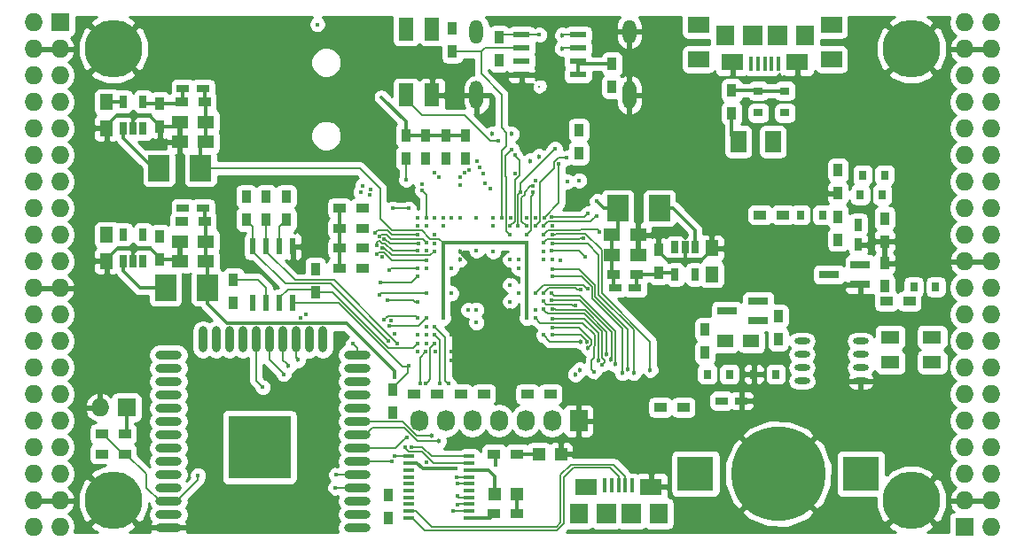
<source format=gbl>
G04 #@! TF.FileFunction,Copper,L4,Bot,Signal*
%FSLAX46Y46*%
G04 Gerber Fmt 4.6, Leading zero omitted, Abs format (unit mm)*
G04 Created by KiCad (PCBNEW 4.0.5+dfsg1-4) date Fri May  5 15:21:58 2017*
%MOMM*%
%LPD*%
G01*
G04 APERTURE LIST*
%ADD10C,0.100000*%
%ADD11R,3.500000X3.300000*%
%ADD12C,9.000000*%
%ADD13R,2.032000X1.524000*%
%ADD14R,2.000000X2.500000*%
%ADD15R,0.700000X1.200000*%
%ADD16R,1.250000X1.500000*%
%ADD17R,1.500000X1.250000*%
%ADD18R,1.524000X2.032000*%
%ADD19O,1.473200X0.609600*%
%ADD20R,0.800000X0.900000*%
%ADD21R,2.100000X1.600000*%
%ADD22R,1.900000X1.900000*%
%ADD23R,0.400000X1.350000*%
%ADD24R,1.800000X1.900000*%
%ADD25R,1.900000X0.800000*%
%ADD26R,1.200000X0.750000*%
%ADD27R,0.750000X1.200000*%
%ADD28R,0.900000X1.200000*%
%ADD29R,1.200000X0.900000*%
%ADD30O,1.300000X2.700000*%
%ADD31O,1.300000X2.300000*%
%ADD32R,0.600000X1.550000*%
%ADD33R,1.550000X0.600000*%
%ADD34O,2.500000X0.900000*%
%ADD35O,0.900000X2.500000*%
%ADD36R,6.000000X6.000000*%
%ADD37R,1.727200X1.727200*%
%ADD38O,1.727200X1.727200*%
%ADD39C,5.500000*%
%ADD40R,0.900000X0.800000*%
%ADD41R,1.000000X0.400000*%
%ADD42R,1.800000X1.200000*%
%ADD43R,1.400000X2.200000*%
%ADD44R,1.727200X2.032000*%
%ADD45O,1.727200X2.032000*%
%ADD46R,1.198880X1.198880*%
%ADD47C,0.400000*%
%ADD48C,0.454000*%
%ADD49C,0.190000*%
%ADD50C,0.300000*%
%ADD51C,0.200000*%
%ADD52C,0.254000*%
G04 APERTURE END LIST*
D10*
D11*
X174390000Y-105870000D03*
X158590000Y-105870000D03*
D12*
X166490000Y-105870000D03*
D13*
X171570000Y-62944000D03*
X171570000Y-66246000D03*
D14*
X107975000Y-88090000D03*
X111975000Y-88090000D03*
D15*
X105845000Y-85580000D03*
X104895000Y-85580000D03*
X103945000Y-85580000D03*
X103945000Y-82980000D03*
X105845000Y-82980000D03*
D14*
X155155000Y-80470000D03*
X151155000Y-80470000D03*
D15*
X156650000Y-84220000D03*
X157600000Y-84220000D03*
X158550000Y-84220000D03*
X158550000Y-86820000D03*
X156650000Y-86820000D03*
D14*
X107340000Y-76660000D03*
X111340000Y-76660000D03*
D15*
X105845000Y-72880000D03*
X104895000Y-72880000D03*
X103945000Y-72880000D03*
X103945000Y-70280000D03*
X105845000Y-70280000D03*
D16*
X102355000Y-70330000D03*
X102355000Y-72830000D03*
D17*
X111860000Y-85550000D03*
X109360000Y-85550000D03*
X111860000Y-83645000D03*
X109360000Y-83645000D03*
D16*
X102355000Y-83030000D03*
X102355000Y-85530000D03*
D17*
X150635000Y-84915000D03*
X153135000Y-84915000D03*
X150635000Y-83010000D03*
X153135000Y-83010000D03*
D16*
X160140000Y-86800000D03*
X160140000Y-84300000D03*
D17*
X111860000Y-72215000D03*
X109360000Y-72215000D03*
X111860000Y-74120000D03*
X109360000Y-74120000D03*
D18*
X162680000Y-74120000D03*
X165982000Y-74120000D03*
D13*
X158870000Y-66246000D03*
X158870000Y-62944000D03*
D19*
X174364000Y-93170000D03*
X174364000Y-94440000D03*
X174364000Y-95710000D03*
X174364000Y-96980000D03*
X168776000Y-96980000D03*
X168776000Y-95710000D03*
X168776000Y-94440000D03*
X168776000Y-93170000D03*
D17*
X161430000Y-93170000D03*
X163930000Y-93170000D03*
D20*
X159725000Y-96345000D03*
X161825000Y-96345000D03*
X179430000Y-88000000D03*
X181530000Y-88000000D03*
X176650000Y-77295000D03*
X174550000Y-77295000D03*
X170715000Y-81105000D03*
X168615000Y-81105000D03*
D21*
X154350000Y-107130000D03*
X148150000Y-107130000D03*
D22*
X152450000Y-109680000D03*
X150050000Y-109680000D03*
D23*
X152550000Y-107005000D03*
X151900000Y-107005000D03*
X151250000Y-107005000D03*
X150600000Y-107005000D03*
X149950000Y-107005000D03*
D24*
X155050000Y-109680000D03*
X147450000Y-109680000D03*
D21*
X162120000Y-66510000D03*
X168320000Y-66510000D03*
D22*
X164020000Y-63960000D03*
X166420000Y-63960000D03*
D23*
X163920000Y-66635000D03*
X164570000Y-66635000D03*
X165220000Y-66635000D03*
X165870000Y-66635000D03*
X166520000Y-66635000D03*
D24*
X161420000Y-63960000D03*
X169020000Y-63960000D03*
D25*
X164585000Y-89360000D03*
X164585000Y-91260000D03*
X161585000Y-90310000D03*
X174340000Y-85870000D03*
X174340000Y-87770000D03*
X171340000Y-86820000D03*
D26*
X111560000Y-80470000D03*
X109660000Y-80470000D03*
X150935000Y-88090000D03*
X152835000Y-88090000D03*
X111560000Y-69040000D03*
X109660000Y-69040000D03*
D27*
X174110000Y-82060000D03*
X174110000Y-83960000D03*
D28*
X159505000Y-94270000D03*
X159505000Y-92070000D03*
X176650000Y-87920000D03*
X176650000Y-85720000D03*
D29*
X179020000Y-89360000D03*
X176820000Y-89360000D03*
D28*
X176650000Y-81445000D03*
X176650000Y-83645000D03*
X166490000Y-90800000D03*
X166490000Y-93000000D03*
D29*
X155230000Y-99520000D03*
X157430000Y-99520000D03*
D28*
X172205000Y-81275000D03*
X172205000Y-83475000D03*
X129280000Y-107900000D03*
X129280000Y-110100000D03*
D29*
X166955000Y-81105000D03*
X164755000Y-81105000D03*
D28*
X172205000Y-76830000D03*
X172205000Y-79030000D03*
D29*
X111710000Y-81740000D03*
X109510000Y-81740000D03*
X111710000Y-70310000D03*
X109510000Y-70310000D03*
X150785000Y-86820000D03*
X152985000Y-86820000D03*
D28*
X107435000Y-85380000D03*
X107435000Y-83180000D03*
X107435000Y-72680000D03*
X107435000Y-70480000D03*
X155060000Y-84450000D03*
X155060000Y-86650000D03*
D29*
X126782000Y-86185000D03*
X124582000Y-86185000D03*
X126782000Y-84279000D03*
X124582000Y-84279000D03*
X126782000Y-82375000D03*
X124582000Y-82375000D03*
X126782000Y-80470000D03*
X124582000Y-80470000D03*
D28*
X130930000Y-75687000D03*
X130930000Y-73487000D03*
X132835000Y-75687000D03*
X132835000Y-73487000D03*
X134740000Y-75687000D03*
X134740000Y-73487000D03*
X136645000Y-75687000D03*
X136645000Y-73487000D03*
D30*
X152280000Y-69650000D03*
X137680000Y-69650000D03*
D31*
X137680000Y-63600000D03*
X152280000Y-63600000D03*
D32*
X116325000Y-84120000D03*
X117595000Y-84120000D03*
X118865000Y-84120000D03*
X120135000Y-84120000D03*
X120135000Y-89520000D03*
X118865000Y-89520000D03*
X117595000Y-89520000D03*
X116325000Y-89520000D03*
D26*
X161095000Y-98885000D03*
X162995000Y-98885000D03*
D33*
X141980000Y-67705000D03*
X141980000Y-66435000D03*
X141980000Y-65165000D03*
X141980000Y-63895000D03*
X147380000Y-63895000D03*
X147380000Y-65165000D03*
X147380000Y-66435000D03*
X147380000Y-67705000D03*
D20*
X166270000Y-96345000D03*
X164170000Y-96345000D03*
X174330000Y-79200000D03*
X176430000Y-79200000D03*
D34*
X126260434Y-111030338D03*
X126260434Y-109760338D03*
X126260434Y-108490338D03*
X126260434Y-107220338D03*
X126260434Y-105950338D03*
X126260434Y-104680338D03*
X126260434Y-103410338D03*
X126260434Y-102140338D03*
X126260434Y-100870338D03*
X126260434Y-99600338D03*
X126260434Y-98330338D03*
X126260434Y-97060338D03*
X126260434Y-95790338D03*
X126260434Y-94520338D03*
D35*
X122975434Y-93030338D03*
X121705434Y-93030338D03*
X120435434Y-93030338D03*
X119165434Y-93030338D03*
X117895434Y-93030338D03*
X116625434Y-93030338D03*
X115355434Y-93030338D03*
X114085434Y-93030338D03*
X112815434Y-93030338D03*
X111545434Y-93030338D03*
D34*
X108260434Y-94520338D03*
X108260434Y-95790338D03*
X108260434Y-97060338D03*
X108260434Y-98330338D03*
X108260434Y-99600338D03*
X108260434Y-100870338D03*
X108260434Y-102140338D03*
X108260434Y-103410338D03*
X108260434Y-104680338D03*
X108260434Y-105950338D03*
X108260434Y-107220338D03*
X108260434Y-108490338D03*
X108260434Y-109760338D03*
X108260434Y-111030338D03*
D36*
X116960434Y-103330338D03*
D37*
X97910000Y-62690000D03*
D38*
X95370000Y-62690000D03*
X97910000Y-65230000D03*
X95370000Y-65230000D03*
X97910000Y-67770000D03*
X95370000Y-67770000D03*
X97910000Y-70310000D03*
X95370000Y-70310000D03*
X97910000Y-72850000D03*
X95370000Y-72850000D03*
X97910000Y-75390000D03*
X95370000Y-75390000D03*
X97910000Y-77930000D03*
X95370000Y-77930000D03*
X97910000Y-80470000D03*
X95370000Y-80470000D03*
X97910000Y-83010000D03*
X95370000Y-83010000D03*
X97910000Y-85550000D03*
X95370000Y-85550000D03*
X97910000Y-88090000D03*
X95370000Y-88090000D03*
X97910000Y-90630000D03*
X95370000Y-90630000D03*
X97910000Y-93170000D03*
X95370000Y-93170000D03*
X97910000Y-95710000D03*
X95370000Y-95710000D03*
X97910000Y-98250000D03*
X95370000Y-98250000D03*
X97910000Y-100790000D03*
X95370000Y-100790000D03*
X97910000Y-103330000D03*
X95370000Y-103330000D03*
X97910000Y-105870000D03*
X95370000Y-105870000D03*
X97910000Y-108410000D03*
X95370000Y-108410000D03*
X97910000Y-110950000D03*
X95370000Y-110950000D03*
D37*
X184270000Y-110950000D03*
D38*
X186810000Y-110950000D03*
X184270000Y-108410000D03*
X186810000Y-108410000D03*
X184270000Y-105870000D03*
X186810000Y-105870000D03*
X184270000Y-103330000D03*
X186810000Y-103330000D03*
X184270000Y-100790000D03*
X186810000Y-100790000D03*
X184270000Y-98250000D03*
X186810000Y-98250000D03*
X184270000Y-95710000D03*
X186810000Y-95710000D03*
X184270000Y-93170000D03*
X186810000Y-93170000D03*
X184270000Y-90630000D03*
X186810000Y-90630000D03*
X184270000Y-88090000D03*
X186810000Y-88090000D03*
X184270000Y-85550000D03*
X186810000Y-85550000D03*
X184270000Y-83010000D03*
X186810000Y-83010000D03*
X184270000Y-80470000D03*
X186810000Y-80470000D03*
X184270000Y-77930000D03*
X186810000Y-77930000D03*
X184270000Y-75390000D03*
X186810000Y-75390000D03*
X184270000Y-72850000D03*
X186810000Y-72850000D03*
X184270000Y-70310000D03*
X186810000Y-70310000D03*
X184270000Y-67770000D03*
X186810000Y-67770000D03*
X184270000Y-65230000D03*
X186810000Y-65230000D03*
X184270000Y-62690000D03*
X186810000Y-62690000D03*
D39*
X102990000Y-108410000D03*
X179190000Y-108410000D03*
X179190000Y-65230000D03*
X102990000Y-65230000D03*
D40*
X167125000Y-69260000D03*
X167125000Y-71360000D03*
X164585000Y-69260000D03*
X164585000Y-71360000D03*
D28*
X162045000Y-71410000D03*
X162045000Y-69210000D03*
X139820000Y-66330000D03*
X139820000Y-64130000D03*
X135375000Y-63300000D03*
X135375000Y-65500000D03*
X150615000Y-68870000D03*
X150615000Y-66670000D03*
X147440000Y-75220000D03*
X147440000Y-73020000D03*
D41*
X137005000Y-104215000D03*
X137005000Y-104865000D03*
X137005000Y-105515000D03*
X137005000Y-106165000D03*
X137005000Y-106815000D03*
X137005000Y-107465000D03*
X137005000Y-108115000D03*
X137005000Y-108765000D03*
X137005000Y-109415000D03*
X137005000Y-110065000D03*
X131205000Y-110065000D03*
X131205000Y-109415000D03*
X131205000Y-108765000D03*
X131205000Y-108115000D03*
X131205000Y-107465000D03*
X131205000Y-106815000D03*
X131205000Y-106165000D03*
X131205000Y-105515000D03*
X131205000Y-104865000D03*
X131205000Y-104215000D03*
D28*
X119500000Y-79370000D03*
X119500000Y-81570000D03*
X114480000Y-89500000D03*
X114480000Y-87300000D03*
X129660000Y-99985000D03*
X129660000Y-97785000D03*
X117595000Y-79370000D03*
X117595000Y-81570000D03*
X122280000Y-86300000D03*
X122280000Y-88500000D03*
X115690000Y-79370000D03*
X115690000Y-81570000D03*
D29*
X144730000Y-98250000D03*
X142530000Y-98250000D03*
X138380000Y-98250000D03*
X136180000Y-98250000D03*
X131735000Y-98250000D03*
X133935000Y-98250000D03*
X101890000Y-103965000D03*
X104090000Y-103965000D03*
D42*
X177190000Y-95200000D03*
X181190000Y-95200000D03*
X181190000Y-92800000D03*
X177190000Y-92800000D03*
D43*
X133450000Y-63350000D03*
X133450000Y-69650000D03*
X130950000Y-69650000D03*
X130950000Y-63350000D03*
D37*
X104260000Y-99520000D03*
D38*
X101720000Y-99520000D03*
D44*
X147440000Y-100790000D03*
D45*
X144900000Y-100790000D03*
X142360000Y-100790000D03*
X139820000Y-100790000D03*
X137280000Y-100790000D03*
X134740000Y-100790000D03*
X132200000Y-100790000D03*
D29*
X101890000Y-102060000D03*
X104090000Y-102060000D03*
D46*
X143630980Y-104000000D03*
X145729020Y-104000000D03*
X141504020Y-107775000D03*
X139405980Y-107775000D03*
D29*
X139355000Y-103965000D03*
X141555000Y-103965000D03*
X139355000Y-109680000D03*
X141555000Y-109680000D03*
D47*
X145680000Y-85422010D03*
X146474680Y-71591464D03*
X147980000Y-71421198D03*
X144973174Y-71597397D03*
X100017740Y-79439515D03*
X132880424Y-84565132D03*
X133710711Y-94200625D03*
X143480000Y-71900000D03*
X141986140Y-71899854D03*
X144080000Y-84600000D03*
X145680000Y-94200000D03*
X136080000Y-89400000D03*
X140880000Y-90200000D03*
X135280000Y-95000000D03*
X135280000Y-94200000D03*
X142480000Y-94200000D03*
X140880000Y-93400000D03*
X139280000Y-93400000D03*
X137680000Y-93400000D03*
X136080000Y-93400000D03*
X136880000Y-92600000D03*
X135280000Y-92600000D03*
X132880000Y-91800000D03*
X132880000Y-93400000D03*
X132880000Y-82200000D03*
D48*
X139282888Y-90185466D03*
X141042859Y-86994997D03*
X139280000Y-87000000D03*
X136110990Y-86995403D03*
X139280000Y-88600000D03*
X137680000Y-87000000D03*
X136080000Y-84600000D03*
D47*
X149185000Y-79800000D03*
X137665894Y-91402446D03*
X135273306Y-88618602D03*
X139272517Y-84611349D03*
X137680556Y-84534085D03*
X141680000Y-86200000D03*
X135280000Y-86200000D03*
X132880000Y-92600000D03*
X132080000Y-92600000D03*
X141680000Y-88600000D03*
X141680000Y-85400000D03*
X129823960Y-96637415D03*
X140880000Y-89400000D03*
X137680000Y-90172990D03*
X140880000Y-87800000D03*
X140880000Y-85400000D03*
X136880000Y-90200000D03*
D48*
X136080000Y-85400000D03*
D47*
X129541426Y-91206659D03*
X121408624Y-90632457D03*
X129813284Y-92511909D03*
X120880000Y-91000000D03*
X139280000Y-82200000D03*
X142480000Y-91000000D03*
X142480000Y-83800000D03*
X134480000Y-83800000D03*
X134480000Y-91000000D03*
X134989752Y-97256032D03*
X135884156Y-106800406D03*
X133680000Y-91800000D03*
D48*
X134074414Y-102752225D03*
D47*
X135855186Y-108022639D03*
X134198152Y-97269984D03*
D48*
X133449289Y-102232615D03*
D47*
X133680000Y-92600000D03*
X132849983Y-97256032D03*
X129563728Y-104680338D03*
X132918584Y-104800000D03*
X135853254Y-108792386D03*
X133685668Y-93402482D03*
X132290906Y-97256032D03*
X131019992Y-102364188D03*
X135471949Y-109409592D03*
X132858000Y-94197073D03*
X122480000Y-62900000D03*
D48*
X145851858Y-65189228D03*
X145873729Y-63920849D03*
D47*
X143680000Y-63900000D03*
X140080000Y-81400000D03*
X129373612Y-86363428D03*
X132080000Y-86200000D03*
X117280000Y-97600000D03*
X119260183Y-96350895D03*
D48*
X119709193Y-95550883D03*
X120634035Y-94977604D03*
D47*
X147480000Y-77822010D03*
X146387166Y-77918991D03*
X131453853Y-103296209D03*
X144885216Y-91021238D03*
D48*
X149288902Y-95043868D03*
D47*
X144885689Y-90132858D03*
D48*
X150129901Y-94414903D03*
X152680000Y-96207825D03*
D47*
X144890381Y-83866022D03*
X144894101Y-83022010D03*
D48*
X154275598Y-95924907D03*
D47*
X144901285Y-86268736D03*
D48*
X152118693Y-95894785D03*
X151619585Y-96207825D03*
D47*
X144888562Y-86993817D03*
D48*
X150902589Y-95397137D03*
D47*
X144877648Y-88622010D03*
X144869421Y-89288847D03*
D48*
X150496552Y-94981555D03*
X148342288Y-93839222D03*
D47*
X144882782Y-91877646D03*
D48*
X147644473Y-93229475D03*
D47*
X144080000Y-92600000D03*
D48*
X148224044Y-93270369D03*
D47*
X144882352Y-92577990D03*
X131191207Y-95514394D03*
X130123876Y-93413277D03*
X132080000Y-93400000D03*
X129280000Y-93200000D03*
X132080000Y-94200000D03*
X128649840Y-85087828D03*
X111080000Y-106000000D03*
X129212070Y-89291543D03*
X132080000Y-89444020D03*
X130839486Y-103354982D03*
X132880000Y-86200000D03*
X129880000Y-104200000D03*
X128388593Y-88745409D03*
X132880000Y-88600000D03*
X135778649Y-106163691D03*
X128476551Y-87584386D03*
X124253981Y-105982535D03*
X132080000Y-87000000D03*
X125899900Y-93452662D03*
X124202418Y-107207639D03*
X139782500Y-74073458D03*
D48*
X139185419Y-73378045D03*
X141029139Y-73391006D03*
X143625670Y-75521246D03*
X142775852Y-75939146D03*
D47*
X135274882Y-81390604D03*
X134480367Y-81390604D03*
X134058357Y-77465303D03*
X133668154Y-77111081D03*
X126773709Y-78308800D03*
X126604386Y-78926444D03*
X127445822Y-79226361D03*
X127566271Y-78713298D03*
X132504562Y-78200000D03*
X132505009Y-78796823D03*
X132884441Y-81391117D03*
X128013789Y-82814208D03*
X132084319Y-83022010D03*
X128395011Y-83178075D03*
X132886504Y-83777990D03*
X128874210Y-83399899D03*
X132117443Y-83866021D03*
X128177048Y-84021806D03*
X132032194Y-84565132D03*
X128656426Y-84243816D03*
X133671942Y-84595200D03*
X128146548Y-84865817D03*
X132875802Y-85421990D03*
D48*
X147131990Y-96348010D03*
X147526704Y-95921658D03*
D47*
X148880000Y-96100000D03*
X143280000Y-91000000D03*
X144082424Y-90132858D03*
X149700826Y-95417640D03*
X147123968Y-89767616D03*
X144035793Y-89397606D03*
X143281824Y-90201951D03*
X144080517Y-85397219D03*
X144886544Y-85385186D03*
X149400006Y-82723643D03*
X144080000Y-83000000D03*
X144885092Y-82177990D03*
X147595986Y-88289581D03*
X144082832Y-88584510D03*
X148280000Y-88177990D03*
X143278026Y-88595030D03*
X149129066Y-81214474D03*
X144076901Y-82186448D03*
X148337768Y-80975785D03*
X144866392Y-81333979D03*
X139280000Y-81400000D03*
X139030990Y-78600803D03*
X138474753Y-78117762D03*
X138291969Y-77164182D03*
X137754556Y-75974186D03*
X137974958Y-76577236D03*
X137680000Y-81400000D03*
X136967862Y-76797850D03*
X136540508Y-77107981D03*
X136123321Y-77473680D03*
X136102010Y-78268593D03*
X136080000Y-81400000D03*
X148063983Y-85114902D03*
X144877691Y-84532933D03*
X147880000Y-83319858D03*
X144080000Y-83800000D03*
X143019945Y-78903038D03*
X142473549Y-82998913D03*
X143086704Y-78380271D03*
X142457990Y-82191394D03*
X145520358Y-76270654D03*
X144146021Y-81374784D03*
X143323210Y-77837480D03*
X146289107Y-75636632D03*
X143302010Y-82194992D03*
X143302010Y-81381735D03*
X145172870Y-74792620D03*
X141853043Y-78968642D03*
X141657990Y-82130345D03*
X142457990Y-81382236D03*
X140924011Y-81375594D03*
X141346021Y-77170289D03*
X141046643Y-74873804D03*
X140864029Y-83041403D03*
X141329877Y-75415642D03*
X140902010Y-82179283D03*
X133680000Y-82977990D03*
X132080000Y-81400000D03*
X132080000Y-82177990D03*
X130976883Y-77755103D03*
X133680000Y-81400000D03*
X133680000Y-83822010D03*
X129376114Y-91707073D03*
X132880000Y-91000000D03*
X128844976Y-91174475D03*
X132077648Y-90977990D03*
X129680000Y-80500000D03*
X131180000Y-80500000D03*
X134480000Y-82200000D03*
X139480000Y-105000000D03*
X135680000Y-105400000D03*
D49*
X143680000Y-68900000D02*
X143780000Y-68800000D01*
D50*
X137680000Y-86200000D02*
X137680000Y-86600000D01*
X136080000Y-84600000D02*
X137680000Y-86200000D01*
X139280000Y-90182578D02*
X139282888Y-90185466D01*
X139280000Y-88600000D02*
X139280000Y-90182578D01*
X159215000Y-85350000D02*
X157600000Y-85350000D01*
X157600000Y-85350000D02*
X155810000Y-85350000D01*
X157600000Y-84220000D02*
X157600000Y-85350000D01*
X160140000Y-84300000D02*
X160140000Y-84425000D01*
X160140000Y-84425000D02*
X159215000Y-85350000D01*
X155810000Y-85350000D02*
X155060000Y-84600000D01*
X155060000Y-84600000D02*
X155060000Y-84450000D01*
X109360000Y-85550000D02*
X109360000Y-83645000D01*
X107435000Y-85380000D02*
X109190000Y-85380000D01*
X109190000Y-85380000D02*
X109360000Y-85550000D01*
X102355000Y-85530000D02*
X102355000Y-85345398D01*
X102355000Y-85345398D02*
X103420398Y-84280000D01*
X103420398Y-84280000D02*
X104895000Y-84280000D01*
X102355000Y-72830000D02*
X102355000Y-72594893D01*
X102355000Y-72594893D02*
X103369893Y-71580000D01*
X103369893Y-71580000D02*
X104895000Y-71580000D01*
X104895000Y-71580000D02*
X106405626Y-71580000D01*
X106405626Y-71580000D02*
X107435000Y-72609374D01*
X107435000Y-72609374D02*
X107435000Y-72680000D01*
X106485000Y-84280000D02*
X104895000Y-84280000D01*
X104895000Y-85580000D02*
X104895000Y-84280000D01*
X107435000Y-85380000D02*
X107435000Y-85230000D01*
X107435000Y-85230000D02*
X106485000Y-84280000D01*
X104895000Y-71580000D02*
X104895000Y-72880000D01*
X109360000Y-72215000D02*
X109360000Y-74120000D01*
X107435000Y-72680000D02*
X108895000Y-72680000D01*
X108895000Y-72680000D02*
X109360000Y-72215000D01*
X109340000Y-72195000D02*
X109360000Y-72215000D01*
X141037856Y-87000000D02*
X141042859Y-86994997D01*
X139280000Y-87000000D02*
X141037856Y-87000000D01*
X136432016Y-86995403D02*
X136110990Y-86995403D01*
X137284597Y-86995403D02*
X136432016Y-86995403D01*
X137680000Y-86600000D02*
X137284597Y-86995403D01*
X137680000Y-86600000D02*
X137680000Y-87000000D01*
X162045000Y-71410000D02*
X162045000Y-73485000D01*
X162045000Y-73485000D02*
X162680000Y-74120000D01*
X102355000Y-70330000D02*
X103895000Y-70330000D01*
X103895000Y-70330000D02*
X103945000Y-70280000D01*
X151155000Y-80470000D02*
X149855000Y-80470000D01*
X149855000Y-80470000D02*
X149185000Y-79800000D01*
X150785000Y-86820000D02*
X150785000Y-87940000D01*
X150785000Y-87940000D02*
X150935000Y-88090000D01*
X150635000Y-84915000D02*
X150635000Y-86670000D01*
X150635000Y-86670000D02*
X150785000Y-86820000D01*
X150635000Y-83010000D02*
X150635000Y-84915000D01*
X151155000Y-80470000D02*
X151155000Y-82490000D01*
X151155000Y-82490000D02*
X150635000Y-83010000D01*
X103945000Y-85580000D02*
X103945000Y-86480000D01*
X103945000Y-86480000D02*
X105555000Y-88090000D01*
X105555000Y-88090000D02*
X106675000Y-88090000D01*
X106675000Y-88090000D02*
X107975000Y-88090000D01*
X155155000Y-80470000D02*
X156455000Y-80470000D01*
X156455000Y-80470000D02*
X158550000Y-82565000D01*
X158550000Y-82565000D02*
X158550000Y-83320000D01*
X158550000Y-83320000D02*
X158550000Y-84220000D01*
X129823960Y-96354573D02*
X129823960Y-96637415D01*
X129823960Y-96052318D02*
X129823960Y-96354573D01*
X111975000Y-88090000D02*
X111975000Y-89640000D01*
X125274970Y-91503328D02*
X129823960Y-96052318D01*
X111975000Y-89640000D02*
X113838328Y-91503328D01*
X113838328Y-91503328D02*
X125274970Y-91503328D01*
X111710000Y-81740000D02*
X111710000Y-80620000D01*
X111710000Y-80620000D02*
X111560000Y-80470000D01*
X111860000Y-83645000D02*
X111860000Y-81890000D01*
X111860000Y-81890000D02*
X111710000Y-81740000D01*
X111860000Y-83645000D02*
X111860000Y-85550000D01*
X111975000Y-88090000D02*
X111975000Y-85665000D01*
X111975000Y-85665000D02*
X111860000Y-85550000D01*
D49*
X112530000Y-76660000D02*
X111340000Y-76660000D01*
X134080000Y-83400000D02*
X133280000Y-83400000D01*
X128480000Y-78600000D02*
X126540000Y-76660000D01*
X129594910Y-82600000D02*
X128480000Y-81485090D01*
X132480000Y-82600000D02*
X129594910Y-82600000D01*
X133280000Y-83400000D02*
X132480000Y-82600000D01*
X128480000Y-81485090D02*
X128480000Y-78600000D01*
X126540000Y-76660000D02*
X112530000Y-76660000D01*
X134480000Y-83800000D02*
X134080000Y-83400000D01*
D50*
X142480000Y-83800000D02*
X142480000Y-91000000D01*
X134480000Y-83800000D02*
X142480000Y-83800000D01*
X134480000Y-91000000D02*
X134480000Y-83800000D01*
X111710000Y-70310000D02*
X111710000Y-69190000D01*
X111710000Y-69190000D02*
X111560000Y-69040000D01*
X111860000Y-72215000D02*
X111860000Y-70460000D01*
X111860000Y-70460000D02*
X111710000Y-70310000D01*
X111860000Y-74120000D02*
X111860000Y-72215000D01*
X111340000Y-76660000D02*
X111340000Y-74640000D01*
X111340000Y-74640000D02*
X111860000Y-74120000D01*
X103945000Y-72880000D02*
X103945000Y-73780000D01*
X106825000Y-76660000D02*
X107340000Y-76660000D01*
X103945000Y-73780000D02*
X106825000Y-76660000D01*
X152985000Y-86820000D02*
X152985000Y-87940000D01*
X152985000Y-87940000D02*
X152835000Y-88090000D01*
X155060000Y-86650000D02*
X156480000Y-86650000D01*
X156480000Y-86650000D02*
X156650000Y-86820000D01*
X152985000Y-86820000D02*
X154890000Y-86820000D01*
X154890000Y-86820000D02*
X155060000Y-86650000D01*
X107435000Y-70480000D02*
X106045000Y-70480000D01*
X106045000Y-70480000D02*
X105845000Y-70280000D01*
X107435000Y-70480000D02*
X109340000Y-70480000D01*
X109340000Y-70480000D02*
X109510000Y-70310000D01*
X109660000Y-69040000D02*
X109660000Y-70160000D01*
X109660000Y-70160000D02*
X109510000Y-70310000D01*
D49*
X133680000Y-91800000D02*
X134680000Y-92800000D01*
X134680000Y-92800000D02*
X134680000Y-96946280D01*
X134789753Y-97056033D02*
X134989752Y-97256032D01*
X134680000Y-96946280D02*
X134789753Y-97056033D01*
X130774333Y-101500338D02*
X132026220Y-102752225D01*
X127700434Y-101500338D02*
X130774333Y-101500338D01*
X126260434Y-102140338D02*
X127060434Y-102140338D01*
X127060434Y-102140338D02*
X127700434Y-101500338D01*
X132026220Y-102752225D02*
X133753388Y-102752225D01*
X133753388Y-102752225D02*
X134074414Y-102752225D01*
X137005000Y-106815000D02*
X135898750Y-106815000D01*
X135898750Y-106815000D02*
X135884156Y-106800406D01*
X137005000Y-108115000D02*
X135947547Y-108115000D01*
X135947547Y-108115000D02*
X135855186Y-108022639D01*
X134198152Y-93118152D02*
X134198152Y-96987142D01*
X133680000Y-92600000D02*
X134198152Y-93118152D01*
X134198152Y-96987142D02*
X134198152Y-97269984D01*
X133128263Y-102232615D02*
X133449289Y-102232615D01*
X131954931Y-102232615D02*
X133128263Y-102232615D01*
X126260434Y-100870338D02*
X130592654Y-100870338D01*
X130592654Y-100870338D02*
X131954931Y-102232615D01*
X133280576Y-93807574D02*
X133280576Y-96825439D01*
X133280576Y-96825439D02*
X133049982Y-97056033D01*
X133049982Y-97056033D02*
X132849983Y-97256032D01*
X133685668Y-93402482D02*
X133280576Y-93807574D01*
X126260434Y-104680338D02*
X129563728Y-104680338D01*
X137005000Y-108765000D02*
X135880640Y-108765000D01*
X135880640Y-108765000D02*
X135853254Y-108792386D01*
X132290906Y-96973190D02*
X132290906Y-97256032D01*
X132858000Y-94197073D02*
X132290906Y-94764167D01*
X132290906Y-94764167D02*
X132290906Y-96973190D01*
X129973842Y-103410338D02*
X130819993Y-102564187D01*
X126260434Y-103410338D02*
X129973842Y-103410338D01*
X130819993Y-102564187D02*
X131019992Y-102364188D01*
X137005000Y-109415000D02*
X135477357Y-109415000D01*
X135477357Y-109415000D02*
X135471949Y-109409592D01*
D50*
X124582000Y-84279000D02*
X124582000Y-86185000D01*
X124582000Y-82375000D02*
X124582000Y-84279000D01*
X124582000Y-80470000D02*
X124582000Y-82375000D01*
X128779999Y-70060978D02*
X128580000Y-69860979D01*
X130930000Y-72210979D02*
X128779999Y-70060978D01*
X130930000Y-73487000D02*
X130930000Y-72210979D01*
X134740000Y-73487000D02*
X136645000Y-73487000D01*
X132835000Y-73487000D02*
X134740000Y-73487000D01*
X130930000Y-73487000D02*
X132835000Y-73487000D01*
D49*
X145876086Y-65165000D02*
X145851858Y-65189228D01*
X147380000Y-65165000D02*
X145876086Y-65165000D01*
X145899578Y-63895000D02*
X145873729Y-63920849D01*
X147380000Y-63895000D02*
X145899578Y-63895000D01*
X143680000Y-63900000D02*
X141985000Y-63900000D01*
X141985000Y-63900000D02*
X141980000Y-63895000D01*
X141980000Y-63895000D02*
X140055000Y-63895000D01*
X140055000Y-63895000D02*
X139820000Y-64130000D01*
X138115000Y-67635000D02*
X138115000Y-65500000D01*
X140080000Y-69600000D02*
X138115000Y-67635000D01*
X140513618Y-73234098D02*
X140080000Y-72800480D01*
X140080000Y-74951680D02*
X140513618Y-74518062D01*
X140080000Y-72800480D02*
X140080000Y-69600000D01*
X140513618Y-74518062D02*
X140513618Y-73234098D01*
X140080000Y-81400000D02*
X140080000Y-74951680D01*
X135375000Y-65500000D02*
X138115000Y-65500000D01*
X138115000Y-65500000D02*
X138450000Y-65165000D01*
X138450000Y-65165000D02*
X141980000Y-65165000D01*
D50*
X147380000Y-67705000D02*
X147380000Y-66435000D01*
X150615000Y-66670000D02*
X147615000Y-66670000D01*
X147615000Y-66670000D02*
X147380000Y-66435000D01*
D49*
X129537040Y-86200000D02*
X129373612Y-86363428D01*
X132080000Y-86200000D02*
X129537040Y-86200000D01*
X117280000Y-97600000D02*
X116625434Y-96945434D01*
X116625434Y-96945434D02*
X116625434Y-93536964D01*
X116625434Y-93536964D02*
X116625434Y-93030338D01*
X119060184Y-96150896D02*
X119260183Y-96350895D01*
X117895434Y-94986146D02*
X119060184Y-96150896D01*
X117895434Y-93030338D02*
X117895434Y-94986146D01*
X117895434Y-93030338D02*
X117895434Y-93830338D01*
X119482194Y-95323884D02*
X119709193Y-95550883D01*
X119165434Y-95007124D02*
X119482194Y-95323884D01*
X119165434Y-93030338D02*
X119165434Y-95007124D01*
X120435434Y-93030338D02*
X120435434Y-94779003D01*
X120435434Y-94779003D02*
X120634035Y-94977604D01*
D50*
X164585000Y-69260000D02*
X167125000Y-69260000D01*
X162045000Y-69210000D02*
X164535000Y-69210000D01*
X164535000Y-69210000D02*
X164585000Y-69260000D01*
D49*
X131736695Y-103296209D02*
X131453853Y-103296209D01*
X132487676Y-103296209D02*
X131736695Y-103296209D01*
X133406467Y-104215000D02*
X132487676Y-103296209D01*
X137005000Y-104215000D02*
X133406467Y-104215000D01*
X137005000Y-104215000D02*
X136705000Y-104215000D01*
X145168058Y-91021238D02*
X144885216Y-91021238D01*
X147949559Y-91021238D02*
X145168058Y-91021238D01*
X149307067Y-92378746D02*
X147949559Y-91021238D01*
X149307067Y-94704677D02*
X149307067Y-92378746D01*
X149288902Y-94722842D02*
X149307067Y-94704677D01*
X149288902Y-95043868D02*
X149288902Y-94722842D01*
X145168531Y-90132858D02*
X144885689Y-90132858D01*
X150129901Y-92304938D02*
X148014587Y-90189624D01*
X150129901Y-94414903D02*
X150129901Y-92304938D01*
X148014587Y-90189624D02*
X145225297Y-90189624D01*
X145225297Y-90189624D02*
X145168531Y-90132858D01*
D51*
X152680000Y-92091152D02*
X152680000Y-96207825D01*
D49*
X148279859Y-83866022D02*
X145173223Y-83866022D01*
X149336023Y-84922186D02*
X148279859Y-83866022D01*
X149336023Y-88747175D02*
X149336023Y-84922186D01*
X152680000Y-92091152D02*
X149336023Y-88747175D01*
X145173223Y-83866022D02*
X144890381Y-83866022D01*
X149653034Y-84468330D02*
X148082561Y-82897857D01*
X149653034Y-88601724D02*
X149653034Y-84468330D01*
X145279087Y-82919866D02*
X145176943Y-83022010D01*
X147677439Y-82897857D02*
X147655430Y-82919866D01*
X154275598Y-93224288D02*
X149653034Y-88601724D01*
X147655430Y-82919866D02*
X145279087Y-82919866D01*
X148082561Y-82897857D02*
X147677439Y-82897857D01*
X145176943Y-83022010D02*
X144894101Y-83022010D01*
D51*
X154275598Y-95924907D02*
X154275598Y-93224288D01*
D49*
X145184127Y-86268736D02*
X144901285Y-86268736D01*
X147421619Y-86268736D02*
X145184127Y-86268736D01*
X149019012Y-87866129D02*
X147421619Y-86268736D01*
X149019012Y-88942371D02*
X149019012Y-87866129D01*
X152118693Y-92042052D02*
X149019012Y-88942371D01*
X152118693Y-95894785D02*
X152118693Y-92042052D01*
X151619585Y-91991265D02*
X151619585Y-95886799D01*
X148702001Y-89073681D02*
X151619585Y-91991265D01*
X148702001Y-87997439D02*
X148702001Y-89073681D01*
X147698379Y-86993817D02*
X148702001Y-87997439D01*
X144888562Y-86993817D02*
X147698379Y-86993817D01*
X151619585Y-95886799D02*
X151619585Y-96207825D01*
X147546972Y-88822009D02*
X150945554Y-92220591D01*
X145077647Y-88822009D02*
X147546972Y-88822009D01*
X150945554Y-95354172D02*
X150902589Y-95397137D01*
X150945554Y-92220591D02*
X150945554Y-95354172D01*
X144877648Y-88622010D02*
X145077647Y-88822009D01*
X150578903Y-92302261D02*
X147565489Y-89288847D01*
X150578903Y-94899204D02*
X150578903Y-92302261D01*
X145152263Y-89288847D02*
X144869421Y-89288847D01*
X147565489Y-89288847D02*
X145152263Y-89288847D01*
X150496552Y-94981555D02*
X150578903Y-94899204D01*
X148673045Y-93054848D02*
X148673045Y-93485890D01*
X148569287Y-93612223D02*
X148342288Y-93839222D01*
X148673045Y-93485890D02*
X148569287Y-93589648D01*
X147495843Y-91877646D02*
X148673045Y-93054848D01*
X148569287Y-93589648D02*
X148569287Y-93612223D01*
X144882782Y-91877646D02*
X147495843Y-91877646D01*
X147323447Y-93229475D02*
X147644473Y-93229475D01*
X144080000Y-92600000D02*
X144709475Y-93229475D01*
X144709475Y-93229475D02*
X147323447Y-93229475D01*
X147657510Y-92577990D02*
X148224044Y-93144524D01*
X144882352Y-92577990D02*
X147657510Y-92577990D01*
X148224044Y-93144524D02*
X148224044Y-93270369D01*
X118865000Y-84120000D02*
X118865000Y-82205000D01*
X118865000Y-82205000D02*
X119500000Y-81570000D01*
X116780000Y-87300000D02*
X117595000Y-88115000D01*
X117595000Y-88115000D02*
X117595000Y-89520000D01*
X114480000Y-87300000D02*
X116780000Y-87300000D01*
X130652214Y-95645097D02*
X131121911Y-95645097D01*
X120135000Y-89520000D02*
X124527117Y-89520000D01*
X124527117Y-89520000D02*
X130652214Y-95645097D01*
X131121911Y-96173089D02*
X131121911Y-95645097D01*
X131121911Y-95645097D02*
X131191207Y-95575801D01*
X131191207Y-95575801D02*
X131191207Y-95514394D01*
X129660000Y-97785000D02*
X129660000Y-97635000D01*
X129660000Y-97635000D02*
X131121911Y-96173089D01*
X117595000Y-84120000D02*
X117595000Y-84595000D01*
X117595000Y-84595000D02*
X120360988Y-87360988D01*
X120360988Y-87360988D02*
X124065550Y-87360988D01*
X129917840Y-93213278D02*
X129923877Y-93213278D01*
X129923877Y-93213278D02*
X130123876Y-93413277D01*
X124065550Y-87360988D02*
X129917840Y-93213278D01*
X117595000Y-84120000D02*
X117595000Y-81570000D01*
X122280000Y-88500000D02*
X122031234Y-88251234D01*
X122031234Y-88251234D02*
X119658766Y-88251234D01*
X119658766Y-88251234D02*
X118865000Y-89045000D01*
X118865000Y-89045000D02*
X118865000Y-89520000D01*
X132080000Y-93400000D02*
X131635989Y-93844011D01*
X131635989Y-93844011D02*
X129299449Y-93844011D01*
X129299449Y-93844011D02*
X123955438Y-88500000D01*
X123955438Y-88500000D02*
X122280000Y-88500000D01*
X129080001Y-93000001D02*
X129280000Y-93200000D01*
X123757999Y-87677999D02*
X129080001Y-93000001D01*
X119407999Y-87677999D02*
X123757999Y-87677999D01*
X116325000Y-84595000D02*
X119407999Y-87677999D01*
X116325000Y-84120000D02*
X116325000Y-84595000D01*
X116325000Y-84120000D02*
X116325000Y-82205000D01*
X116325000Y-82205000D02*
X115690000Y-81570000D01*
X111080000Y-106000000D02*
X111080000Y-106470772D01*
X111080000Y-106470772D02*
X109060434Y-108490338D01*
X109060434Y-108490338D02*
X108260434Y-108490338D01*
X106165000Y-105890000D02*
X106165000Y-107194904D01*
X106165000Y-107194904D02*
X107460434Y-108490338D01*
X107460434Y-108490338D02*
X108260434Y-108490338D01*
X104090000Y-103965000D02*
X104240000Y-103965000D01*
X104240000Y-103965000D02*
X106165000Y-105890000D01*
X101890000Y-102060000D02*
X102040000Y-102060000D01*
X102040000Y-102060000D02*
X103945000Y-103965000D01*
X103945000Y-103965000D02*
X104090000Y-103965000D01*
X131644681Y-89291543D02*
X129212070Y-89291543D01*
X132080000Y-89444020D02*
X131797158Y-89444020D01*
X131797158Y-89444020D02*
X131644681Y-89291543D01*
X133608146Y-104865000D02*
X132461356Y-103718210D01*
X132461356Y-103718210D02*
X131202714Y-103718210D01*
X131039485Y-103554981D02*
X130839486Y-103354982D01*
X131202714Y-103718210D02*
X131039485Y-103554981D01*
X137005000Y-104865000D02*
X133608146Y-104865000D01*
X137005000Y-104865000D02*
X136315000Y-104865000D01*
X130500000Y-104200000D02*
X129880000Y-104200000D01*
X131205000Y-104215000D02*
X130515000Y-104215000D01*
X130515000Y-104215000D02*
X130500000Y-104200000D01*
X132880000Y-88600000D02*
X128534002Y-88600000D01*
X128534002Y-88600000D02*
X128388593Y-88745409D01*
X137005000Y-106165000D02*
X135779958Y-106165000D01*
X135779958Y-106165000D02*
X135778649Y-106163691D01*
X136940000Y-106100000D02*
X137005000Y-106165000D01*
X131495614Y-87584386D02*
X128759393Y-87584386D01*
X128759393Y-87584386D02*
X128476551Y-87584386D01*
X132080000Y-87000000D02*
X131495614Y-87584386D01*
X126260434Y-105950338D02*
X124286178Y-105950338D01*
X124286178Y-105950338D02*
X124253981Y-105982535D01*
X126099899Y-93652661D02*
X125899900Y-93452662D01*
X126260434Y-93813196D02*
X126099899Y-93652661D01*
X126260434Y-94520338D02*
X126260434Y-93813196D01*
X126260434Y-107220338D02*
X124215117Y-107220338D01*
X124215117Y-107220338D02*
X124202418Y-107207639D01*
X139007987Y-74073458D02*
X139499658Y-74073458D01*
X130950000Y-69650000D02*
X130950000Y-70050000D01*
X132500000Y-71600000D02*
X136534529Y-71600000D01*
X136534529Y-71600000D02*
X139007987Y-74073458D01*
X130950000Y-70050000D02*
X132500000Y-71600000D01*
X139499658Y-74073458D02*
X139782500Y-74073458D01*
X146936142Y-105298181D02*
X150408181Y-105298181D01*
X146033671Y-110644713D02*
X146033671Y-106200652D01*
X150408181Y-105298181D02*
X151250000Y-106140000D01*
X151250000Y-106140000D02*
X151250000Y-107005000D01*
X132740000Y-111300000D02*
X145378384Y-111300000D01*
X145378384Y-111300000D02*
X146033671Y-110644713D01*
X146033671Y-106200652D02*
X146936142Y-105298181D01*
X131505000Y-110065000D02*
X132740000Y-111300000D01*
X131205000Y-110065000D02*
X131505000Y-110065000D01*
X145315793Y-110914270D02*
X145716660Y-110513403D01*
X131205000Y-109415000D02*
X131895000Y-109415000D01*
X146728058Y-104981170D02*
X150741170Y-104981170D01*
X131895000Y-109415000D02*
X133394270Y-110914270D01*
X133394270Y-110914270D02*
X145315793Y-110914270D01*
X145716660Y-110513403D02*
X145716660Y-105992568D01*
X145716660Y-105992568D02*
X146728058Y-104981170D01*
X150741170Y-104981170D02*
X151900000Y-106140000D01*
X151900000Y-106140000D02*
X151900000Y-107005000D01*
X132705008Y-78996822D02*
X132505009Y-78796823D01*
X132884441Y-81391117D02*
X132884441Y-79176255D01*
X132884441Y-79176255D02*
X132705008Y-78996822D01*
X129568600Y-83022010D02*
X129160799Y-82614209D01*
X128213788Y-82614209D02*
X128013789Y-82814208D01*
X132084319Y-83022010D02*
X129568600Y-83022010D01*
X129160799Y-82614209D02*
X128213788Y-82614209D01*
X132886504Y-83777990D02*
X132552525Y-83444011D01*
X129075659Y-82977390D02*
X128595696Y-82977390D01*
X128595696Y-82977390D02*
X128595010Y-82978076D01*
X132552525Y-83444011D02*
X129542280Y-83444011D01*
X128595010Y-82978076D02*
X128395011Y-83178075D01*
X129542280Y-83444011D02*
X129075659Y-82977390D01*
X128932099Y-83399899D02*
X128874210Y-83399899D01*
X129398221Y-83866021D02*
X128932099Y-83399899D01*
X132117443Y-83866021D02*
X129398221Y-83866021D01*
X128452520Y-83602773D02*
X128313239Y-83602773D01*
X132032194Y-84565132D02*
X129642019Y-84565132D01*
X128313239Y-83602773D02*
X128177048Y-83738964D01*
X128671648Y-83821901D02*
X128452520Y-83602773D01*
X129642019Y-84565132D02*
X128898788Y-83821901D01*
X128898788Y-83821901D02*
X128671648Y-83821901D01*
X128177048Y-83738964D02*
X128177048Y-84021806D01*
X133277310Y-84989832D02*
X129611403Y-84989832D01*
X128865387Y-84243816D02*
X128656426Y-84243816D01*
X129611403Y-84989832D02*
X128865387Y-84243816D01*
X133671942Y-84595200D02*
X133277310Y-84989832D01*
X128832075Y-84665818D02*
X128346547Y-84665818D01*
X129588247Y-85421990D02*
X128832075Y-84665818D01*
X132875802Y-85421990D02*
X129588247Y-85421990D01*
X128346547Y-84665818D02*
X128146548Y-84865817D01*
X143280000Y-91000000D02*
X143735636Y-91455636D01*
X148990056Y-93617200D02*
X148880000Y-93727256D01*
X148880000Y-94788251D02*
X148680001Y-94988250D01*
X148880000Y-93727256D02*
X148880000Y-94788251D01*
X148990056Y-92610053D02*
X148990056Y-93617200D01*
X147835639Y-91455636D02*
X148990056Y-92610053D01*
X143735636Y-91455636D02*
X147835639Y-91455636D01*
X148680001Y-95900001D02*
X148880000Y-96100000D01*
X148680001Y-94988250D02*
X148680001Y-95900001D01*
X149700826Y-95417640D02*
X149900825Y-95217641D01*
X149900825Y-95016486D02*
X149624078Y-94739739D01*
X149900825Y-95217641D02*
X149900825Y-95016486D01*
X149624078Y-92247436D02*
X147932631Y-90555989D01*
X149624078Y-94739739D02*
X149624078Y-92247436D01*
X144505555Y-90555989D02*
X144282423Y-90332857D01*
X147932631Y-90555989D02*
X144505555Y-90555989D01*
X144282423Y-90332857D02*
X144082424Y-90132858D01*
X146784367Y-89710857D02*
X146841126Y-89767616D01*
X146841126Y-89767616D02*
X147123968Y-89767616D01*
X144035793Y-89397606D02*
X144349044Y-89710857D01*
X144349044Y-89710857D02*
X146784367Y-89710857D01*
X144480000Y-82600000D02*
X147526975Y-82600000D01*
X149200007Y-82523644D02*
X149400006Y-82723643D01*
X147603331Y-82523644D02*
X149200007Y-82523644D01*
X147526975Y-82600000D02*
X147603331Y-82523644D01*
X144080000Y-83000000D02*
X144480000Y-82600000D01*
X144082832Y-88584510D02*
X144550331Y-88117011D01*
X144550331Y-88117011D02*
X147140574Y-88117011D01*
X147140574Y-88117011D02*
X147313144Y-88289581D01*
X147313144Y-88289581D02*
X147595986Y-88289581D01*
X147902010Y-87800000D02*
X148080001Y-87977991D01*
X144073056Y-87800000D02*
X147902010Y-87800000D01*
X148080001Y-87977991D02*
X148280000Y-88177990D01*
X143278026Y-88595030D02*
X144073056Y-87800000D01*
X148929067Y-81414473D02*
X149129066Y-81214474D01*
X144076901Y-82186448D02*
X144507360Y-81755989D01*
X148587551Y-81755989D02*
X148929067Y-81414473D01*
X144507360Y-81755989D02*
X148587551Y-81755989D01*
X148137769Y-81175784D02*
X148337768Y-80975785D01*
X144866392Y-81333979D02*
X147979574Y-81333979D01*
X147979574Y-81333979D02*
X148137769Y-81175784D01*
X144877691Y-84532933D02*
X147482014Y-84532933D01*
X147863984Y-84914903D02*
X148063983Y-85114902D01*
X147482014Y-84532933D02*
X147863984Y-84914903D01*
X144435988Y-83444012D02*
X147473004Y-83444012D01*
X147597158Y-83319858D02*
X147880000Y-83319858D01*
X144080000Y-83800000D02*
X144435988Y-83444012D01*
X147473004Y-83444012D02*
X147597158Y-83319858D01*
X143019945Y-79185880D02*
X143019945Y-78903038D01*
X142879991Y-82592471D02*
X142879991Y-79325834D01*
X142473549Y-82998913D02*
X142879991Y-82592471D01*
X142879991Y-79325834D02*
X143019945Y-79185880D01*
X141980034Y-81713438D02*
X141980034Y-79466215D01*
X142275045Y-78909088D02*
X142803862Y-78380271D01*
X142275045Y-79171204D02*
X142275045Y-78909088D01*
X141980034Y-79466215D02*
X142275045Y-79171204D01*
X142457990Y-82191394D02*
X141980034Y-81713438D01*
X142803862Y-78380271D02*
X143086704Y-78380271D01*
X145520358Y-76553496D02*
X145520358Y-76270654D01*
X145520358Y-80000447D02*
X145520358Y-76553496D01*
X144146021Y-81374784D02*
X145520358Y-80000447D01*
X145098356Y-76093554D02*
X145555278Y-75636632D01*
X146006265Y-75636632D02*
X146289107Y-75636632D01*
X145555278Y-75636632D02*
X146006265Y-75636632D01*
X145098356Y-76627460D02*
X145098356Y-76093554D01*
X143724011Y-81772991D02*
X143724011Y-78001805D01*
X143724011Y-78001805D02*
X145098356Y-76627460D01*
X143302010Y-82194992D02*
X143724011Y-81772991D01*
X144972871Y-74992619D02*
X145172870Y-74792620D01*
X141853043Y-78112447D02*
X144972871Y-74992619D01*
X141853043Y-78968642D02*
X141853043Y-78112447D01*
X141657990Y-82130345D02*
X141657990Y-81847503D01*
X141657990Y-81847503D02*
X141663023Y-81842470D01*
X141663023Y-79158662D02*
X141853043Y-78968642D01*
X141663023Y-81842470D02*
X141663023Y-79158662D01*
X140480000Y-82657374D02*
X140480000Y-81624562D01*
X140457999Y-75462448D02*
X140846644Y-75073803D01*
X140846644Y-75073803D02*
X141046643Y-74873804D01*
X140502001Y-77446563D02*
X140457999Y-77402561D01*
X140457999Y-77402561D02*
X140457999Y-75462448D01*
X140864029Y-83041403D02*
X140480000Y-82657374D01*
X140480000Y-81624562D02*
X140502001Y-81602561D01*
X140502001Y-81602561D02*
X140502001Y-77446563D01*
X141346021Y-77794851D02*
X141768022Y-77372850D01*
X141346021Y-81735272D02*
X141346021Y-77794851D01*
X141768022Y-75853787D02*
X141529876Y-75615641D01*
X140902010Y-82179283D02*
X141346021Y-81735272D01*
X141529876Y-75615641D02*
X141329877Y-75415642D01*
X141768022Y-77372850D02*
X141768022Y-75853787D01*
X130930000Y-75687000D02*
X130930000Y-77708220D01*
X130930000Y-77708220D02*
X130976883Y-77755103D01*
X129658956Y-91707073D02*
X129376114Y-91707073D01*
X132880000Y-91000000D02*
X132172927Y-91707073D01*
X132172927Y-91707073D02*
X129658956Y-91707073D01*
X132077648Y-90977990D02*
X131877649Y-90777991D01*
X129241460Y-90777991D02*
X129044975Y-90974476D01*
X129044975Y-90974476D02*
X128844976Y-91174475D01*
X131877649Y-90777991D02*
X129241460Y-90777991D01*
X131180000Y-80500000D02*
X129680000Y-80500000D01*
D50*
X104260000Y-99520000D02*
X104260000Y-101890000D01*
X104260000Y-101890000D02*
X104090000Y-102060000D01*
X137005000Y-110065000D02*
X138970000Y-110065000D01*
X138970000Y-110065000D02*
X139355000Y-109680000D01*
X139480000Y-105000000D02*
X139480000Y-104090000D01*
X139480000Y-104090000D02*
X139355000Y-103965000D01*
X132540000Y-105400000D02*
X135680000Y-105400000D01*
X131205000Y-104865000D02*
X132005000Y-104865000D01*
X132005000Y-104865000D02*
X132540000Y-105400000D01*
X141555000Y-103965000D02*
X143595980Y-103965000D01*
X143595980Y-103965000D02*
X143630980Y-104000000D01*
X141504020Y-107775000D02*
X141504020Y-109629020D01*
X141504020Y-109629020D02*
X141555000Y-109680000D01*
X139405980Y-107775000D02*
X139405980Y-106125980D01*
X139405980Y-106125980D02*
X138795000Y-105515000D01*
X138795000Y-105515000D02*
X137005000Y-105515000D01*
D52*
G36*
X151141416Y-62490919D02*
X150995000Y-62973000D01*
X150995000Y-63473000D01*
X152153000Y-63473000D01*
X152153000Y-63453000D01*
X152407000Y-63453000D01*
X152407000Y-63473000D01*
X153565000Y-63473000D01*
X153565000Y-62973000D01*
X153418584Y-62490919D01*
X153183774Y-62205000D01*
X157206560Y-62205000D01*
X157206560Y-63706000D01*
X157250838Y-63941317D01*
X157389910Y-64157441D01*
X157602110Y-64302431D01*
X157854000Y-64353440D01*
X159872560Y-64353440D01*
X159872560Y-64836560D01*
X157854000Y-64836560D01*
X157618683Y-64880838D01*
X157402559Y-65019910D01*
X157257569Y-65232110D01*
X157206560Y-65484000D01*
X157206560Y-67008000D01*
X157250838Y-67243317D01*
X157389910Y-67459441D01*
X157602110Y-67604431D01*
X157854000Y-67655440D01*
X159886000Y-67655440D01*
X160121317Y-67611162D01*
X160337441Y-67472090D01*
X160435000Y-67329308D01*
X160435000Y-67436310D01*
X160531673Y-67669699D01*
X160710302Y-67848327D01*
X160943691Y-67945000D01*
X161834250Y-67945000D01*
X161993000Y-67786250D01*
X161993000Y-66637000D01*
X161973000Y-66637000D01*
X161973000Y-66383000D01*
X161993000Y-66383000D01*
X161993000Y-66363000D01*
X162247000Y-66363000D01*
X162247000Y-66383000D01*
X162267000Y-66383000D01*
X162267000Y-66637000D01*
X162247000Y-66637000D01*
X162247000Y-67786250D01*
X162405750Y-67945000D01*
X163296309Y-67945000D01*
X163438412Y-67886139D01*
X163468110Y-67906431D01*
X163720000Y-67957440D01*
X164120000Y-67957440D01*
X164249589Y-67933056D01*
X164370000Y-67957440D01*
X164770000Y-67957440D01*
X164899589Y-67933056D01*
X165020000Y-67957440D01*
X165420000Y-67957440D01*
X165549589Y-67933056D01*
X165670000Y-67957440D01*
X166070000Y-67957440D01*
X166175705Y-67937550D01*
X166193691Y-67945000D01*
X166261250Y-67945000D01*
X166290254Y-67915996D01*
X166305317Y-67913162D01*
X166521441Y-67774090D01*
X166620000Y-67629844D01*
X166620000Y-67786250D01*
X166778750Y-67945000D01*
X166846309Y-67945000D01*
X166995000Y-67883410D01*
X167143691Y-67945000D01*
X168034250Y-67945000D01*
X168193000Y-67786250D01*
X168193000Y-66637000D01*
X168173000Y-66637000D01*
X168173000Y-66383000D01*
X168193000Y-66383000D01*
X168193000Y-66363000D01*
X168447000Y-66363000D01*
X168447000Y-66383000D01*
X168467000Y-66383000D01*
X168467000Y-66637000D01*
X168447000Y-66637000D01*
X168447000Y-67786250D01*
X168605750Y-67945000D01*
X169496309Y-67945000D01*
X169729698Y-67848327D01*
X169908327Y-67669699D01*
X170005000Y-67436310D01*
X170005000Y-67327487D01*
X170089910Y-67459441D01*
X170302110Y-67604431D01*
X170554000Y-67655440D01*
X172586000Y-67655440D01*
X172634755Y-67646266D01*
X176953339Y-67646266D01*
X177265487Y-68094932D01*
X178508343Y-68613331D01*
X179854976Y-68616648D01*
X181100371Y-68104380D01*
X181114513Y-68094932D01*
X181426661Y-67646266D01*
X179190000Y-65409605D01*
X176953339Y-67646266D01*
X172634755Y-67646266D01*
X172821317Y-67611162D01*
X173037441Y-67472090D01*
X173182431Y-67259890D01*
X173233440Y-67008000D01*
X173233440Y-65894976D01*
X175803352Y-65894976D01*
X176315620Y-67140371D01*
X176325068Y-67154513D01*
X176773734Y-67466661D01*
X179010395Y-65230000D01*
X179369605Y-65230000D01*
X181606266Y-67466661D01*
X182054932Y-67154513D01*
X182573331Y-65911657D01*
X182576648Y-64565024D01*
X182064380Y-63319629D01*
X182054932Y-63305487D01*
X181606266Y-62993339D01*
X179369605Y-65230000D01*
X179010395Y-65230000D01*
X176773734Y-62993339D01*
X176325068Y-63305487D01*
X175806669Y-64548343D01*
X175803352Y-65894976D01*
X173233440Y-65894976D01*
X173233440Y-65484000D01*
X173189162Y-65248683D01*
X173050090Y-65032559D01*
X172837890Y-64887569D01*
X172586000Y-64836560D01*
X170567440Y-64836560D01*
X170567440Y-64353440D01*
X172586000Y-64353440D01*
X172821317Y-64309162D01*
X173037441Y-64170090D01*
X173182431Y-63957890D01*
X173233440Y-63706000D01*
X173233440Y-62205000D01*
X177645807Y-62205000D01*
X177279629Y-62355620D01*
X177265487Y-62365068D01*
X176953339Y-62813734D01*
X179190000Y-65050395D01*
X181426661Y-62813734D01*
X181114513Y-62365068D01*
X180730752Y-62205000D01*
X182862033Y-62205000D01*
X182771400Y-62660641D01*
X182771400Y-62719359D01*
X182885474Y-63292848D01*
X183210330Y-63779029D01*
X183481161Y-63959992D01*
X183063179Y-64341510D01*
X182815032Y-64870973D01*
X182935531Y-65103000D01*
X184143000Y-65103000D01*
X184143000Y-65083000D01*
X184397000Y-65083000D01*
X184397000Y-65103000D01*
X186683000Y-65103000D01*
X186683000Y-65083000D01*
X186937000Y-65083000D01*
X186937000Y-65103000D01*
X186957000Y-65103000D01*
X186957000Y-65357000D01*
X186937000Y-65357000D01*
X186937000Y-65377000D01*
X186683000Y-65377000D01*
X186683000Y-65357000D01*
X184397000Y-65357000D01*
X184397000Y-65377000D01*
X184143000Y-65377000D01*
X184143000Y-65357000D01*
X182935531Y-65357000D01*
X182815032Y-65589027D01*
X183063179Y-66118490D01*
X183481161Y-66500008D01*
X183210330Y-66680971D01*
X182885474Y-67167152D01*
X182771400Y-67740641D01*
X182771400Y-67799359D01*
X182885474Y-68372848D01*
X183210330Y-68859029D01*
X183481172Y-69040000D01*
X183210330Y-69220971D01*
X182885474Y-69707152D01*
X182771400Y-70280641D01*
X182771400Y-70339359D01*
X182885474Y-70912848D01*
X183210330Y-71399029D01*
X183481172Y-71580000D01*
X183210330Y-71760971D01*
X182885474Y-72247152D01*
X182771400Y-72820641D01*
X182771400Y-72879359D01*
X182885474Y-73452848D01*
X183210330Y-73939029D01*
X183481172Y-74120000D01*
X183210330Y-74300971D01*
X182885474Y-74787152D01*
X182771400Y-75360641D01*
X182771400Y-75419359D01*
X182885474Y-75992848D01*
X183210330Y-76479029D01*
X183481172Y-76660000D01*
X183210330Y-76840971D01*
X182885474Y-77327152D01*
X182771400Y-77900641D01*
X182771400Y-77959359D01*
X182885474Y-78532848D01*
X183210330Y-79019029D01*
X183481172Y-79200000D01*
X183210330Y-79380971D01*
X182885474Y-79867152D01*
X182771400Y-80440641D01*
X182771400Y-80499359D01*
X182885474Y-81072848D01*
X183210330Y-81559029D01*
X183481172Y-81740000D01*
X183210330Y-81920971D01*
X182885474Y-82407152D01*
X182771400Y-82980641D01*
X182771400Y-83039359D01*
X182885474Y-83612848D01*
X183210330Y-84099029D01*
X183481161Y-84279992D01*
X183063179Y-84661510D01*
X182815032Y-85190973D01*
X182935531Y-85423000D01*
X184143000Y-85423000D01*
X184143000Y-85403000D01*
X184397000Y-85403000D01*
X184397000Y-85423000D01*
X186683000Y-85423000D01*
X186683000Y-85403000D01*
X186937000Y-85403000D01*
X186937000Y-85423000D01*
X186957000Y-85423000D01*
X186957000Y-85677000D01*
X186937000Y-85677000D01*
X186937000Y-85697000D01*
X186683000Y-85697000D01*
X186683000Y-85677000D01*
X184397000Y-85677000D01*
X184397000Y-85697000D01*
X184143000Y-85697000D01*
X184143000Y-85677000D01*
X182935531Y-85677000D01*
X182815032Y-85909027D01*
X183063179Y-86438490D01*
X183481161Y-86820008D01*
X183210330Y-87000971D01*
X182885474Y-87487152D01*
X182771400Y-88060641D01*
X182771400Y-88119359D01*
X182885474Y-88692848D01*
X183210330Y-89179029D01*
X183481172Y-89360000D01*
X183210330Y-89540971D01*
X182885474Y-90027152D01*
X182771400Y-90600641D01*
X182771400Y-90659359D01*
X182885474Y-91232848D01*
X183210330Y-91719029D01*
X183481172Y-91900000D01*
X183210330Y-92080971D01*
X182885474Y-92567152D01*
X182771400Y-93140641D01*
X182771400Y-93199359D01*
X182885474Y-93772848D01*
X183210330Y-94259029D01*
X183481172Y-94440000D01*
X183210330Y-94620971D01*
X182885474Y-95107152D01*
X182771400Y-95680641D01*
X182771400Y-95739359D01*
X182885474Y-96312848D01*
X183210330Y-96799029D01*
X183481172Y-96980000D01*
X183210330Y-97160971D01*
X182885474Y-97647152D01*
X182771400Y-98220641D01*
X182771400Y-98279359D01*
X182885474Y-98852848D01*
X183210330Y-99339029D01*
X183481172Y-99520000D01*
X183210330Y-99700971D01*
X182885474Y-100187152D01*
X182771400Y-100760641D01*
X182771400Y-100819359D01*
X182885474Y-101392848D01*
X183210330Y-101879029D01*
X183481172Y-102060000D01*
X183210330Y-102240971D01*
X182885474Y-102727152D01*
X182771400Y-103300641D01*
X182771400Y-103359359D01*
X182885474Y-103932848D01*
X183210330Y-104419029D01*
X183481172Y-104600000D01*
X183210330Y-104780971D01*
X182885474Y-105267152D01*
X182771400Y-105840641D01*
X182771400Y-105899359D01*
X182885474Y-106472848D01*
X183210330Y-106959029D01*
X183481161Y-107139992D01*
X183063179Y-107521510D01*
X182815032Y-108050973D01*
X182935531Y-108283000D01*
X184143000Y-108283000D01*
X184143000Y-108263000D01*
X184397000Y-108263000D01*
X184397000Y-108283000D01*
X186683000Y-108283000D01*
X186683000Y-108263000D01*
X186937000Y-108263000D01*
X186937000Y-108283000D01*
X186957000Y-108283000D01*
X186957000Y-108537000D01*
X186937000Y-108537000D01*
X186937000Y-108557000D01*
X186683000Y-108557000D01*
X186683000Y-108537000D01*
X184397000Y-108537000D01*
X184397000Y-108557000D01*
X184143000Y-108557000D01*
X184143000Y-108537000D01*
X182935531Y-108537000D01*
X182815032Y-108769027D01*
X183063179Y-109298490D01*
X183249433Y-109468495D01*
X183171083Y-109483238D01*
X182954959Y-109622310D01*
X182809969Y-109834510D01*
X182758960Y-110086400D01*
X182758960Y-111435000D01*
X180734193Y-111435000D01*
X181100371Y-111284380D01*
X181114513Y-111274932D01*
X181426661Y-110826266D01*
X179190000Y-108589605D01*
X176953339Y-110826266D01*
X177265487Y-111274932D01*
X177649248Y-111435000D01*
X146275760Y-111435000D01*
X146452969Y-111257791D01*
X146550000Y-111277440D01*
X148350000Y-111277440D01*
X148585317Y-111233162D01*
X148725727Y-111142810D01*
X148848110Y-111226431D01*
X149100000Y-111277440D01*
X151000000Y-111277440D01*
X151235317Y-111233162D01*
X151246979Y-111225658D01*
X151248110Y-111226431D01*
X151500000Y-111277440D01*
X153400000Y-111277440D01*
X153635317Y-111233162D01*
X153775727Y-111142810D01*
X153898110Y-111226431D01*
X154150000Y-111277440D01*
X155950000Y-111277440D01*
X156185317Y-111233162D01*
X156401441Y-111094090D01*
X156546431Y-110881890D01*
X156597440Y-110630000D01*
X156597440Y-109548555D01*
X162991050Y-109548555D01*
X163516242Y-110179092D01*
X165391623Y-110989090D01*
X167434223Y-111019753D01*
X169333073Y-110266413D01*
X169463758Y-110179092D01*
X169988950Y-109548555D01*
X166490000Y-106049605D01*
X162991050Y-109548555D01*
X156597440Y-109548555D01*
X156597440Y-108730000D01*
X156553162Y-108494683D01*
X156414090Y-108278559D01*
X156201890Y-108133569D01*
X156018390Y-108096409D01*
X156035000Y-108056310D01*
X156035000Y-107415750D01*
X155876250Y-107257000D01*
X154477000Y-107257000D01*
X154477000Y-107277000D01*
X154223000Y-107277000D01*
X154223000Y-107257000D01*
X154203000Y-107257000D01*
X154203000Y-107003000D01*
X154223000Y-107003000D01*
X154223000Y-105853750D01*
X154477000Y-105853750D01*
X154477000Y-107003000D01*
X155876250Y-107003000D01*
X156035000Y-106844250D01*
X156035000Y-106203690D01*
X155938327Y-105970301D01*
X155759698Y-105791673D01*
X155526309Y-105695000D01*
X154635750Y-105695000D01*
X154477000Y-105853750D01*
X154223000Y-105853750D01*
X154064250Y-105695000D01*
X153173691Y-105695000D01*
X153031588Y-105753861D01*
X153001890Y-105733569D01*
X152750000Y-105682560D01*
X152455442Y-105682560D01*
X152416188Y-105623812D01*
X151257358Y-104464982D01*
X151020529Y-104306738D01*
X150741170Y-104251170D01*
X146928880Y-104251170D01*
X146897710Y-104220000D01*
X156192560Y-104220000D01*
X156192560Y-107520000D01*
X156236838Y-107755317D01*
X156375910Y-107971441D01*
X156588110Y-108116431D01*
X156840000Y-108167440D01*
X160340000Y-108167440D01*
X160575317Y-108123162D01*
X160791441Y-107984090D01*
X160936431Y-107771890D01*
X160987440Y-107520000D01*
X160987440Y-106814223D01*
X161340247Y-106814223D01*
X162093587Y-108713073D01*
X162180908Y-108843758D01*
X162811445Y-109368950D01*
X166310395Y-105870000D01*
X166669605Y-105870000D01*
X170168555Y-109368950D01*
X170799092Y-108843758D01*
X171609090Y-106968377D01*
X171639753Y-104925777D01*
X171359747Y-104220000D01*
X171992560Y-104220000D01*
X171992560Y-107520000D01*
X172036838Y-107755317D01*
X172175910Y-107971441D01*
X172388110Y-108116431D01*
X172640000Y-108167440D01*
X175805587Y-108167440D01*
X175803352Y-109074976D01*
X176315620Y-110320371D01*
X176325068Y-110334513D01*
X176773734Y-110646661D01*
X179010395Y-108410000D01*
X179369605Y-108410000D01*
X181606266Y-110646661D01*
X182054932Y-110334513D01*
X182573331Y-109091657D01*
X182576648Y-107745024D01*
X182064380Y-106499629D01*
X182054932Y-106485487D01*
X181606266Y-106173339D01*
X179369605Y-108410000D01*
X179010395Y-108410000D01*
X178996253Y-108395858D01*
X179175858Y-108216253D01*
X179190000Y-108230395D01*
X181426661Y-105993734D01*
X181114513Y-105545068D01*
X179871657Y-105026669D01*
X178525024Y-105023352D01*
X177279629Y-105535620D01*
X177265487Y-105545068D01*
X176953340Y-105993732D01*
X176841114Y-105881506D01*
X176787440Y-105935180D01*
X176787440Y-104220000D01*
X176743162Y-103984683D01*
X176604090Y-103768559D01*
X176391890Y-103623569D01*
X176140000Y-103572560D01*
X172640000Y-103572560D01*
X172404683Y-103616838D01*
X172188559Y-103755910D01*
X172043569Y-103968110D01*
X171992560Y-104220000D01*
X171359747Y-104220000D01*
X170886413Y-103026927D01*
X170799092Y-102896242D01*
X170168555Y-102371050D01*
X166669605Y-105870000D01*
X166310395Y-105870000D01*
X162811445Y-102371050D01*
X162180908Y-102896242D01*
X161370910Y-104771623D01*
X161340247Y-106814223D01*
X160987440Y-106814223D01*
X160987440Y-104220000D01*
X160943162Y-103984683D01*
X160804090Y-103768559D01*
X160591890Y-103623569D01*
X160340000Y-103572560D01*
X156840000Y-103572560D01*
X156604683Y-103616838D01*
X156388559Y-103755910D01*
X156243569Y-103968110D01*
X156192560Y-104220000D01*
X146897710Y-104220000D01*
X146804710Y-104127000D01*
X145856020Y-104127000D01*
X145856020Y-104147000D01*
X145602020Y-104147000D01*
X145602020Y-104127000D01*
X145582020Y-104127000D01*
X145582020Y-103873000D01*
X145602020Y-103873000D01*
X145602020Y-102924310D01*
X145856020Y-102924310D01*
X145856020Y-103873000D01*
X146804710Y-103873000D01*
X146963460Y-103714250D01*
X146963460Y-103274250D01*
X146866787Y-103040861D01*
X146688158Y-102862233D01*
X146454769Y-102765560D01*
X146014770Y-102765560D01*
X145856020Y-102924310D01*
X145602020Y-102924310D01*
X145443270Y-102765560D01*
X145003271Y-102765560D01*
X144769882Y-102862233D01*
X144687669Y-102944445D01*
X144482310Y-102804129D01*
X144230420Y-102753120D01*
X143031540Y-102753120D01*
X142796223Y-102797398D01*
X142580099Y-102936470D01*
X142533310Y-103004948D01*
X142406890Y-102918569D01*
X142155000Y-102867560D01*
X140955000Y-102867560D01*
X140719683Y-102911838D01*
X140503559Y-103050910D01*
X140455866Y-103120711D01*
X140419090Y-103063559D01*
X140206890Y-102918569D01*
X139955000Y-102867560D01*
X138755000Y-102867560D01*
X138519683Y-102911838D01*
X138303559Y-103050910D01*
X138158569Y-103263110D01*
X138107560Y-103515000D01*
X138107560Y-103778747D01*
X137969090Y-103563559D01*
X137756890Y-103418569D01*
X137505000Y-103367560D01*
X136505000Y-103367560D01*
X136269683Y-103411838D01*
X136155986Y-103485000D01*
X134558234Y-103485000D01*
X134562060Y-103483419D01*
X134804756Y-103241147D01*
X134936264Y-102924440D01*
X134936564Y-102581515D01*
X134880335Y-102445431D01*
X135313489Y-102359271D01*
X135799670Y-102034415D01*
X136010000Y-101719634D01*
X136220330Y-102034415D01*
X136706511Y-102359271D01*
X137280000Y-102473345D01*
X137853489Y-102359271D01*
X138339670Y-102034415D01*
X138550000Y-101719634D01*
X138760330Y-102034415D01*
X139246511Y-102359271D01*
X139820000Y-102473345D01*
X140393489Y-102359271D01*
X140879670Y-102034415D01*
X141090000Y-101719634D01*
X141300330Y-102034415D01*
X141786511Y-102359271D01*
X142360000Y-102473345D01*
X142933489Y-102359271D01*
X143419670Y-102034415D01*
X143630000Y-101719634D01*
X143840330Y-102034415D01*
X144326511Y-102359271D01*
X144900000Y-102473345D01*
X145473489Y-102359271D01*
X145959670Y-102034415D01*
X145974500Y-102012220D01*
X146038073Y-102165699D01*
X146216702Y-102344327D01*
X146450091Y-102441000D01*
X147154250Y-102441000D01*
X147313000Y-102282250D01*
X147313000Y-100917000D01*
X147567000Y-100917000D01*
X147567000Y-102282250D01*
X147725750Y-102441000D01*
X148429909Y-102441000D01*
X148663298Y-102344327D01*
X148816180Y-102191445D01*
X162991050Y-102191445D01*
X166490000Y-105690395D01*
X169988950Y-102191445D01*
X169463758Y-101560908D01*
X167588377Y-100750910D01*
X165545777Y-100720247D01*
X163646927Y-101473587D01*
X163516242Y-101560908D01*
X162991050Y-102191445D01*
X148816180Y-102191445D01*
X148841927Y-102165699D01*
X148938600Y-101932310D01*
X148938600Y-101075750D01*
X148779850Y-100917000D01*
X147567000Y-100917000D01*
X147313000Y-100917000D01*
X147293000Y-100917000D01*
X147293000Y-100663000D01*
X147313000Y-100663000D01*
X147313000Y-99297750D01*
X147567000Y-99297750D01*
X147567000Y-100663000D01*
X148779850Y-100663000D01*
X148938600Y-100504250D01*
X148938600Y-99647690D01*
X148841927Y-99414301D01*
X148663298Y-99235673D01*
X148429909Y-99139000D01*
X147725750Y-99139000D01*
X147567000Y-99297750D01*
X147313000Y-99297750D01*
X147154250Y-99139000D01*
X146450091Y-99139000D01*
X146216702Y-99235673D01*
X146038073Y-99414301D01*
X145974500Y-99567780D01*
X145959670Y-99545585D01*
X145581385Y-99292823D01*
X145781441Y-99164090D01*
X145845729Y-99070000D01*
X153982560Y-99070000D01*
X153982560Y-99970000D01*
X154026838Y-100205317D01*
X154165910Y-100421441D01*
X154378110Y-100566431D01*
X154630000Y-100617440D01*
X155830000Y-100617440D01*
X156065317Y-100573162D01*
X156281441Y-100434090D01*
X156329134Y-100364289D01*
X156365910Y-100421441D01*
X156578110Y-100566431D01*
X156830000Y-100617440D01*
X158030000Y-100617440D01*
X158265317Y-100573162D01*
X158481441Y-100434090D01*
X158626431Y-100221890D01*
X158677440Y-99970000D01*
X158677440Y-99070000D01*
X158633162Y-98834683D01*
X158494090Y-98618559D01*
X158335209Y-98510000D01*
X159847560Y-98510000D01*
X159847560Y-99260000D01*
X159891838Y-99495317D01*
X160030910Y-99711441D01*
X160243110Y-99856431D01*
X160495000Y-99907440D01*
X161695000Y-99907440D01*
X161930317Y-99863162D01*
X162033646Y-99796671D01*
X162035302Y-99798327D01*
X162268691Y-99895000D01*
X162709250Y-99895000D01*
X162868000Y-99736250D01*
X162868000Y-99012000D01*
X163122000Y-99012000D01*
X163122000Y-99736250D01*
X163280750Y-99895000D01*
X163721309Y-99895000D01*
X163954698Y-99798327D01*
X164133327Y-99619699D01*
X164230000Y-99386310D01*
X164230000Y-99170750D01*
X164071250Y-99012000D01*
X163122000Y-99012000D01*
X162868000Y-99012000D01*
X162848000Y-99012000D01*
X162848000Y-98758000D01*
X162868000Y-98758000D01*
X162868000Y-98033750D01*
X163122000Y-98033750D01*
X163122000Y-98758000D01*
X164071250Y-98758000D01*
X164230000Y-98599250D01*
X164230000Y-98383690D01*
X164133327Y-98150301D01*
X163954698Y-97971673D01*
X163721309Y-97875000D01*
X163280750Y-97875000D01*
X163122000Y-98033750D01*
X162868000Y-98033750D01*
X162709250Y-97875000D01*
X162268691Y-97875000D01*
X162035302Y-97971673D01*
X162033932Y-97973043D01*
X161946890Y-97913569D01*
X161695000Y-97862560D01*
X160495000Y-97862560D01*
X160259683Y-97906838D01*
X160043559Y-98045910D01*
X159898569Y-98258110D01*
X159847560Y-98510000D01*
X158335209Y-98510000D01*
X158281890Y-98473569D01*
X158030000Y-98422560D01*
X156830000Y-98422560D01*
X156594683Y-98466838D01*
X156378559Y-98605910D01*
X156330866Y-98675711D01*
X156294090Y-98618559D01*
X156081890Y-98473569D01*
X155830000Y-98422560D01*
X154630000Y-98422560D01*
X154394683Y-98466838D01*
X154178559Y-98605910D01*
X154033569Y-98818110D01*
X153982560Y-99070000D01*
X145845729Y-99070000D01*
X145926431Y-98951890D01*
X145977440Y-98700000D01*
X145977440Y-97800000D01*
X145933162Y-97564683D01*
X145794090Y-97348559D01*
X145581890Y-97203569D01*
X145330000Y-97152560D01*
X144130000Y-97152560D01*
X143894683Y-97196838D01*
X143678559Y-97335910D01*
X143630866Y-97405711D01*
X143594090Y-97348559D01*
X143381890Y-97203569D01*
X143130000Y-97152560D01*
X141930000Y-97152560D01*
X141694683Y-97196838D01*
X141478559Y-97335910D01*
X141333569Y-97548110D01*
X141282560Y-97800000D01*
X141282560Y-98700000D01*
X141326838Y-98935317D01*
X141465910Y-99151441D01*
X141675690Y-99294777D01*
X141300330Y-99545585D01*
X141090000Y-99860366D01*
X140879670Y-99545585D01*
X140393489Y-99220729D01*
X139820000Y-99106655D01*
X139386782Y-99192827D01*
X139431441Y-99164090D01*
X139576431Y-98951890D01*
X139627440Y-98700000D01*
X139627440Y-97800000D01*
X139583162Y-97564683D01*
X139444090Y-97348559D01*
X139231890Y-97203569D01*
X138980000Y-97152560D01*
X137780000Y-97152560D01*
X137544683Y-97196838D01*
X137328559Y-97335910D01*
X137280866Y-97405711D01*
X137244090Y-97348559D01*
X137031890Y-97203569D01*
X136780000Y-97152560D01*
X135824843Y-97152560D01*
X135824897Y-97090669D01*
X135698044Y-96783660D01*
X135463359Y-96548566D01*
X135410000Y-96526409D01*
X135410000Y-92800000D01*
X135354432Y-92520641D01*
X135196188Y-92283812D01*
X134717652Y-91805276D01*
X134952372Y-91708292D01*
X135187466Y-91473607D01*
X135314855Y-91166821D01*
X135315145Y-90834637D01*
X135265000Y-90713276D01*
X135265000Y-90365363D01*
X136044855Y-90365363D01*
X136171708Y-90672372D01*
X136406393Y-90907466D01*
X136713179Y-91034855D01*
X136914333Y-91035031D01*
X136831039Y-91235625D01*
X136830749Y-91567809D01*
X136957602Y-91874818D01*
X137192287Y-92109912D01*
X137499073Y-92237301D01*
X137831257Y-92237591D01*
X138138266Y-92110738D01*
X138373360Y-91876053D01*
X138500749Y-91569267D01*
X138501039Y-91237083D01*
X138374186Y-90930074D01*
X138239076Y-90794729D01*
X138387466Y-90646597D01*
X138514855Y-90339811D01*
X138515145Y-90007627D01*
X138388292Y-89700618D01*
X138153607Y-89465524D01*
X137846821Y-89338135D01*
X137514637Y-89337845D01*
X137247197Y-89448349D01*
X137046821Y-89365145D01*
X136714637Y-89364855D01*
X136407628Y-89491708D01*
X136172534Y-89726393D01*
X136045145Y-90033179D01*
X136044855Y-90365363D01*
X135265000Y-90365363D01*
X135265000Y-89453595D01*
X135438669Y-89453747D01*
X135745678Y-89326894D01*
X135980772Y-89092209D01*
X136108161Y-88785423D01*
X136108451Y-88453239D01*
X135981598Y-88146230D01*
X135746913Y-87911136D01*
X135440127Y-87783747D01*
X135265000Y-87783594D01*
X135265000Y-87034988D01*
X135445363Y-87035145D01*
X135752372Y-86908292D01*
X135987466Y-86673607D01*
X136114855Y-86366821D01*
X136114946Y-86262031D01*
X136250710Y-86262150D01*
X136567646Y-86131194D01*
X136810342Y-85888922D01*
X136941850Y-85572215D01*
X136942150Y-85229290D01*
X136811194Y-84912354D01*
X136568922Y-84669658D01*
X136365043Y-84585000D01*
X136845511Y-84585000D01*
X136845411Y-84699448D01*
X136972264Y-85006457D01*
X137206949Y-85241551D01*
X137513735Y-85368940D01*
X137845919Y-85369230D01*
X138152928Y-85242377D01*
X138388022Y-85007692D01*
X138460595Y-84832917D01*
X138564225Y-85083721D01*
X138798910Y-85318815D01*
X139105696Y-85446204D01*
X139437880Y-85446494D01*
X139744889Y-85319641D01*
X139979983Y-85084956D01*
X140107372Y-84778170D01*
X140107541Y-84585000D01*
X140665882Y-84585000D01*
X140407628Y-84691708D01*
X140172534Y-84926393D01*
X140045145Y-85233179D01*
X140044855Y-85565363D01*
X140171708Y-85872372D01*
X140406393Y-86107466D01*
X140713179Y-86234855D01*
X140844969Y-86234970D01*
X140844855Y-86365363D01*
X140971708Y-86672372D01*
X141206393Y-86907466D01*
X141513179Y-87034855D01*
X141695000Y-87035014D01*
X141695000Y-87585882D01*
X141588292Y-87327628D01*
X141353607Y-87092534D01*
X141046821Y-86965145D01*
X140714637Y-86964855D01*
X140407628Y-87091708D01*
X140172534Y-87326393D01*
X140045145Y-87633179D01*
X140044855Y-87965363D01*
X140171708Y-88272372D01*
X140406393Y-88507466D01*
X140629409Y-88600070D01*
X140407628Y-88691708D01*
X140172534Y-88926393D01*
X140045145Y-89233179D01*
X140044855Y-89565363D01*
X140171708Y-89872372D01*
X140406393Y-90107466D01*
X140713179Y-90234855D01*
X141045363Y-90235145D01*
X141352372Y-90108292D01*
X141587466Y-89873607D01*
X141695000Y-89614637D01*
X141695000Y-90713115D01*
X141645145Y-90833179D01*
X141644855Y-91165363D01*
X141771708Y-91472372D01*
X142006393Y-91707466D01*
X142313179Y-91834855D01*
X142645363Y-91835145D01*
X142880199Y-91738113D01*
X143060679Y-91813055D01*
X143219448Y-91971824D01*
X143403906Y-92095075D01*
X143372534Y-92126393D01*
X143245145Y-92433179D01*
X143244855Y-92765363D01*
X143371708Y-93072372D01*
X143606393Y-93307466D01*
X143860679Y-93413055D01*
X144193287Y-93745663D01*
X144430116Y-93903907D01*
X144709475Y-93959475D01*
X147155210Y-93959475D01*
X147155551Y-93959817D01*
X147472258Y-94091325D01*
X147513784Y-94091361D01*
X147611094Y-94326868D01*
X147853366Y-94569564D01*
X148045388Y-94649298D01*
X148005569Y-94708891D01*
X147950001Y-94988250D01*
X147950001Y-95164066D01*
X147698919Y-95059808D01*
X147355994Y-95059508D01*
X147039058Y-95190464D01*
X146796362Y-95432736D01*
X146735579Y-95579118D01*
X146644344Y-95616816D01*
X146401648Y-95859088D01*
X146270140Y-96175795D01*
X146269840Y-96518720D01*
X146400796Y-96835656D01*
X146643068Y-97078352D01*
X146959775Y-97209860D01*
X147302700Y-97210160D01*
X147619636Y-97079204D01*
X147862332Y-96836932D01*
X147923115Y-96690550D01*
X148014350Y-96652852D01*
X148149299Y-96518138D01*
X148171708Y-96572372D01*
X148406393Y-96807466D01*
X148713179Y-96934855D01*
X149045363Y-96935145D01*
X149352372Y-96808292D01*
X149587466Y-96573607D01*
X149714855Y-96266821D01*
X149714867Y-96252653D01*
X149866189Y-96252785D01*
X150173198Y-96125932D01*
X150292869Y-96006469D01*
X150413667Y-96127479D01*
X150730374Y-96258987D01*
X150757540Y-96259011D01*
X150757435Y-96378535D01*
X150888391Y-96695471D01*
X151130663Y-96938167D01*
X151447370Y-97069675D01*
X151790295Y-97069975D01*
X152107231Y-96939019D01*
X152149654Y-96896670D01*
X152191078Y-96938167D01*
X152507785Y-97069675D01*
X152850710Y-97069975D01*
X153167646Y-96939019D01*
X153410342Y-96696747D01*
X153536397Y-96393173D01*
X153544404Y-96412553D01*
X153786676Y-96655249D01*
X154103383Y-96786757D01*
X154446308Y-96787057D01*
X154763244Y-96656101D01*
X155005940Y-96413829D01*
X155137448Y-96097122D01*
X155137748Y-95754197D01*
X155010598Y-95446472D01*
X155010598Y-93224288D01*
X154954649Y-92943016D01*
X154795321Y-92704565D01*
X154774014Y-92690328D01*
X153553686Y-91470000D01*
X158407560Y-91470000D01*
X158407560Y-92670000D01*
X158451838Y-92905317D01*
X158590910Y-93121441D01*
X158660711Y-93169134D01*
X158603559Y-93205910D01*
X158458569Y-93418110D01*
X158407560Y-93670000D01*
X158407560Y-94870000D01*
X158451838Y-95105317D01*
X158590910Y-95321441D01*
X158803110Y-95466431D01*
X158843676Y-95474646D01*
X158728569Y-95643110D01*
X158677560Y-95895000D01*
X158677560Y-96795000D01*
X158721838Y-97030317D01*
X158860910Y-97246441D01*
X159073110Y-97391431D01*
X159325000Y-97442440D01*
X160125000Y-97442440D01*
X160360317Y-97398162D01*
X160576441Y-97259090D01*
X160721431Y-97046890D01*
X160772440Y-96795000D01*
X160772440Y-95895000D01*
X160777560Y-95895000D01*
X160777560Y-96795000D01*
X160821838Y-97030317D01*
X160960910Y-97246441D01*
X161173110Y-97391431D01*
X161425000Y-97442440D01*
X162225000Y-97442440D01*
X162460317Y-97398162D01*
X162676441Y-97259090D01*
X162821431Y-97046890D01*
X162872440Y-96795000D01*
X162872440Y-96630750D01*
X163135000Y-96630750D01*
X163135000Y-96921310D01*
X163231673Y-97154699D01*
X163410302Y-97333327D01*
X163643691Y-97430000D01*
X163884250Y-97430000D01*
X164043000Y-97271250D01*
X164043000Y-96472000D01*
X164297000Y-96472000D01*
X164297000Y-97271250D01*
X164455750Y-97430000D01*
X164696309Y-97430000D01*
X164929698Y-97333327D01*
X165108327Y-97154699D01*
X165205000Y-96921310D01*
X165205000Y-96630750D01*
X165046250Y-96472000D01*
X164297000Y-96472000D01*
X164043000Y-96472000D01*
X163293750Y-96472000D01*
X163135000Y-96630750D01*
X162872440Y-96630750D01*
X162872440Y-95895000D01*
X162848674Y-95768690D01*
X163135000Y-95768690D01*
X163135000Y-96059250D01*
X163293750Y-96218000D01*
X164043000Y-96218000D01*
X164043000Y-95418750D01*
X164297000Y-95418750D01*
X164297000Y-96218000D01*
X165046250Y-96218000D01*
X165205000Y-96059250D01*
X165205000Y-95895000D01*
X165222560Y-95895000D01*
X165222560Y-96795000D01*
X165266838Y-97030317D01*
X165405910Y-97246441D01*
X165618110Y-97391431D01*
X165870000Y-97442440D01*
X166670000Y-97442440D01*
X166905317Y-97398162D01*
X167121441Y-97259090D01*
X167266431Y-97046890D01*
X167317440Y-96795000D01*
X167317440Y-95895000D01*
X167273162Y-95659683D01*
X167134090Y-95443559D01*
X166921890Y-95298569D01*
X166670000Y-95247560D01*
X165870000Y-95247560D01*
X165634683Y-95291838D01*
X165418559Y-95430910D01*
X165273569Y-95643110D01*
X165222560Y-95895000D01*
X165205000Y-95895000D01*
X165205000Y-95768690D01*
X165108327Y-95535301D01*
X164929698Y-95356673D01*
X164696309Y-95260000D01*
X164455750Y-95260000D01*
X164297000Y-95418750D01*
X164043000Y-95418750D01*
X163884250Y-95260000D01*
X163643691Y-95260000D01*
X163410302Y-95356673D01*
X163231673Y-95535301D01*
X163135000Y-95768690D01*
X162848674Y-95768690D01*
X162828162Y-95659683D01*
X162689090Y-95443559D01*
X162476890Y-95298569D01*
X162225000Y-95247560D01*
X161425000Y-95247560D01*
X161189683Y-95291838D01*
X160973559Y-95430910D01*
X160828569Y-95643110D01*
X160777560Y-95895000D01*
X160772440Y-95895000D01*
X160728162Y-95659683D01*
X160589090Y-95443559D01*
X160413582Y-95323639D01*
X160551431Y-95121890D01*
X160602440Y-94870000D01*
X160602440Y-94426734D01*
X160680000Y-94442440D01*
X162180000Y-94442440D01*
X162415317Y-94398162D01*
X162631441Y-94259090D01*
X162679134Y-94189289D01*
X162715910Y-94246441D01*
X162928110Y-94391431D01*
X163180000Y-94442440D01*
X164680000Y-94442440D01*
X164915317Y-94398162D01*
X165131441Y-94259090D01*
X165276431Y-94046890D01*
X165327440Y-93795000D01*
X165327440Y-92545000D01*
X165283162Y-92309683D01*
X165281719Y-92307440D01*
X165411304Y-92307440D01*
X165392560Y-92400000D01*
X165392560Y-93600000D01*
X165436838Y-93835317D01*
X165575910Y-94051441D01*
X165788110Y-94196431D01*
X166040000Y-94247440D01*
X166940000Y-94247440D01*
X167175317Y-94203162D01*
X167391441Y-94064090D01*
X167536431Y-93851890D01*
X167566190Y-93704934D01*
X167633053Y-93805000D01*
X167449067Y-94080354D01*
X167377529Y-94440000D01*
X167449067Y-94799646D01*
X167633053Y-95075000D01*
X167449067Y-95350354D01*
X167377529Y-95710000D01*
X167449067Y-96069646D01*
X167633053Y-96345000D01*
X167449067Y-96620354D01*
X167377529Y-96980000D01*
X167449067Y-97339646D01*
X167652790Y-97644539D01*
X167957683Y-97848262D01*
X168317329Y-97919800D01*
X169234671Y-97919800D01*
X169594317Y-97848262D01*
X169899210Y-97644539D01*
X170102933Y-97339646D01*
X170120544Y-97251105D01*
X173032353Y-97251105D01*
X173177858Y-97554736D01*
X173455221Y-97799661D01*
X173805200Y-97919800D01*
X174237000Y-97919800D01*
X174237000Y-97107000D01*
X174491000Y-97107000D01*
X174491000Y-97919800D01*
X174922800Y-97919800D01*
X175272779Y-97799661D01*
X175550142Y-97554736D01*
X175695647Y-97251105D01*
X175566456Y-97107000D01*
X174491000Y-97107000D01*
X174237000Y-97107000D01*
X173161544Y-97107000D01*
X173032353Y-97251105D01*
X170120544Y-97251105D01*
X170174471Y-96980000D01*
X170102933Y-96620354D01*
X169918947Y-96345000D01*
X170102933Y-96069646D01*
X170174471Y-95710000D01*
X170102933Y-95350354D01*
X169918947Y-95075000D01*
X170102933Y-94799646D01*
X170174471Y-94440000D01*
X170102933Y-94080354D01*
X169918947Y-93805000D01*
X170102933Y-93529646D01*
X170174471Y-93170000D01*
X172965529Y-93170000D01*
X173037067Y-93529646D01*
X173221053Y-93805000D01*
X173037067Y-94080354D01*
X172965529Y-94440000D01*
X173037067Y-94799646D01*
X173221053Y-95075000D01*
X173037067Y-95350354D01*
X172965529Y-95710000D01*
X173037067Y-96069646D01*
X173230349Y-96358912D01*
X173177858Y-96405264D01*
X173032353Y-96708895D01*
X173161544Y-96853000D01*
X174237000Y-96853000D01*
X174237000Y-96833000D01*
X174491000Y-96833000D01*
X174491000Y-96853000D01*
X175566456Y-96853000D01*
X175695647Y-96708895D01*
X175550142Y-96405264D01*
X175497651Y-96358912D01*
X175690933Y-96069646D01*
X175695182Y-96048284D01*
X175825910Y-96251441D01*
X176038110Y-96396431D01*
X176290000Y-96447440D01*
X178090000Y-96447440D01*
X178325317Y-96403162D01*
X178541441Y-96264090D01*
X178686431Y-96051890D01*
X178737440Y-95800000D01*
X178737440Y-94600000D01*
X178693162Y-94364683D01*
X178554090Y-94148559D01*
X178341890Y-94003569D01*
X178328803Y-94000919D01*
X178541441Y-93864090D01*
X178686431Y-93651890D01*
X178737440Y-93400000D01*
X178737440Y-92200000D01*
X179642560Y-92200000D01*
X179642560Y-93400000D01*
X179686838Y-93635317D01*
X179825910Y-93851441D01*
X180038110Y-93996431D01*
X180051197Y-93999081D01*
X179838559Y-94135910D01*
X179693569Y-94348110D01*
X179642560Y-94600000D01*
X179642560Y-95800000D01*
X179686838Y-96035317D01*
X179825910Y-96251441D01*
X180038110Y-96396431D01*
X180290000Y-96447440D01*
X182090000Y-96447440D01*
X182325317Y-96403162D01*
X182541441Y-96264090D01*
X182686431Y-96051890D01*
X182737440Y-95800000D01*
X182737440Y-94600000D01*
X182693162Y-94364683D01*
X182554090Y-94148559D01*
X182341890Y-94003569D01*
X182328803Y-94000919D01*
X182541441Y-93864090D01*
X182686431Y-93651890D01*
X182737440Y-93400000D01*
X182737440Y-92200000D01*
X182693162Y-91964683D01*
X182554090Y-91748559D01*
X182341890Y-91603569D01*
X182090000Y-91552560D01*
X180290000Y-91552560D01*
X180054683Y-91596838D01*
X179838559Y-91735910D01*
X179693569Y-91948110D01*
X179642560Y-92200000D01*
X178737440Y-92200000D01*
X178693162Y-91964683D01*
X178554090Y-91748559D01*
X178341890Y-91603569D01*
X178090000Y-91552560D01*
X176290000Y-91552560D01*
X176054683Y-91596838D01*
X175838559Y-91735910D01*
X175693569Y-91948110D01*
X175642560Y-92200000D01*
X175642560Y-92737959D01*
X175487210Y-92505461D01*
X175182317Y-92301738D01*
X174822671Y-92230200D01*
X173905329Y-92230200D01*
X173545683Y-92301738D01*
X173240790Y-92505461D01*
X173037067Y-92810354D01*
X172965529Y-93170000D01*
X170174471Y-93170000D01*
X170102933Y-92810354D01*
X169899210Y-92505461D01*
X169594317Y-92301738D01*
X169234671Y-92230200D01*
X168317329Y-92230200D01*
X167957683Y-92301738D01*
X167652790Y-92505461D01*
X167587440Y-92603264D01*
X167587440Y-92400000D01*
X167543162Y-92164683D01*
X167404090Y-91948559D01*
X167334289Y-91900866D01*
X167391441Y-91864090D01*
X167536431Y-91651890D01*
X167587440Y-91400000D01*
X167587440Y-90200000D01*
X167543162Y-89964683D01*
X167404090Y-89748559D01*
X167191890Y-89603569D01*
X166940000Y-89552560D01*
X166182440Y-89552560D01*
X166182440Y-88960000D01*
X166138162Y-88724683D01*
X165999090Y-88508559D01*
X165786890Y-88363569D01*
X165535000Y-88312560D01*
X163635000Y-88312560D01*
X163399683Y-88356838D01*
X163183559Y-88495910D01*
X163038569Y-88708110D01*
X162987560Y-88960000D01*
X162987560Y-89450681D01*
X162786890Y-89313569D01*
X162535000Y-89262560D01*
X160635000Y-89262560D01*
X160399683Y-89306838D01*
X160183559Y-89445910D01*
X160038569Y-89658110D01*
X159987560Y-89910000D01*
X159987560Y-90710000D01*
X160010868Y-90833874D01*
X159955000Y-90822560D01*
X159055000Y-90822560D01*
X158819683Y-90866838D01*
X158603559Y-91005910D01*
X158458569Y-91218110D01*
X158407560Y-91470000D01*
X153553686Y-91470000D01*
X151196126Y-89112440D01*
X151535000Y-89112440D01*
X151770317Y-89068162D01*
X151884978Y-88994380D01*
X151983110Y-89061431D01*
X152235000Y-89112440D01*
X153435000Y-89112440D01*
X153670317Y-89068162D01*
X153886441Y-88929090D01*
X154031431Y-88716890D01*
X154082440Y-88465000D01*
X154082440Y-87715000D01*
X154075324Y-87677183D01*
X154103636Y-87635746D01*
X154145910Y-87701441D01*
X154358110Y-87846431D01*
X154610000Y-87897440D01*
X155510000Y-87897440D01*
X155745317Y-87853162D01*
X155801064Y-87817289D01*
X155835910Y-87871441D01*
X156048110Y-88016431D01*
X156300000Y-88067440D01*
X157000000Y-88067440D01*
X157235317Y-88023162D01*
X157451441Y-87884090D01*
X157596431Y-87671890D01*
X157599081Y-87658803D01*
X157735910Y-87871441D01*
X157948110Y-88016431D01*
X158200000Y-88067440D01*
X158900000Y-88067440D01*
X159094061Y-88030925D01*
X159263110Y-88146431D01*
X159515000Y-88197440D01*
X160765000Y-88197440D01*
X161000317Y-88153162D01*
X161151699Y-88055750D01*
X172755000Y-88055750D01*
X172755000Y-88296310D01*
X172851673Y-88529699D01*
X173030302Y-88708327D01*
X173263691Y-88805000D01*
X174054250Y-88805000D01*
X174213000Y-88646250D01*
X174213000Y-87897000D01*
X172913750Y-87897000D01*
X172755000Y-88055750D01*
X161151699Y-88055750D01*
X161216441Y-88014090D01*
X161361431Y-87801890D01*
X161412440Y-87550000D01*
X161412440Y-86050000D01*
X161368162Y-85814683D01*
X161229090Y-85598559D01*
X161160994Y-85552031D01*
X161303327Y-85409698D01*
X161400000Y-85176309D01*
X161400000Y-84585750D01*
X161241250Y-84427000D01*
X160267000Y-84427000D01*
X160267000Y-84447000D01*
X160013000Y-84447000D01*
X160013000Y-84427000D01*
X159993000Y-84427000D01*
X159993000Y-84173000D01*
X160013000Y-84173000D01*
X160013000Y-83073750D01*
X160267000Y-83073750D01*
X160267000Y-84173000D01*
X161241250Y-84173000D01*
X161400000Y-84014250D01*
X161400000Y-83423691D01*
X161303327Y-83190302D01*
X161124699Y-83011673D01*
X160891310Y-82915000D01*
X160425750Y-82915000D01*
X160267000Y-83073750D01*
X160013000Y-83073750D01*
X159854250Y-82915000D01*
X159388690Y-82915000D01*
X159335000Y-82937239D01*
X159335000Y-82565000D01*
X159275245Y-82264594D01*
X159105079Y-82009921D01*
X157750158Y-80655000D01*
X163507560Y-80655000D01*
X163507560Y-81555000D01*
X163551838Y-81790317D01*
X163690910Y-82006441D01*
X163903110Y-82151431D01*
X164155000Y-82202440D01*
X165355000Y-82202440D01*
X165590317Y-82158162D01*
X165806441Y-82019090D01*
X165854134Y-81949289D01*
X165890910Y-82006441D01*
X166103110Y-82151431D01*
X166355000Y-82202440D01*
X167555000Y-82202440D01*
X167790317Y-82158162D01*
X167884378Y-82097636D01*
X167963110Y-82151431D01*
X168215000Y-82202440D01*
X169015000Y-82202440D01*
X169250317Y-82158162D01*
X169466441Y-82019090D01*
X169611431Y-81806890D01*
X169662440Y-81555000D01*
X169662440Y-80655000D01*
X169667560Y-80655000D01*
X169667560Y-81555000D01*
X169711838Y-81790317D01*
X169850910Y-82006441D01*
X170063110Y-82151431D01*
X170315000Y-82202440D01*
X171115000Y-82202440D01*
X171200737Y-82186308D01*
X171290910Y-82326441D01*
X171360711Y-82374134D01*
X171303559Y-82410910D01*
X171158569Y-82623110D01*
X171107560Y-82875000D01*
X171107560Y-84075000D01*
X171151838Y-84310317D01*
X171290910Y-84526441D01*
X171503110Y-84671431D01*
X171755000Y-84722440D01*
X172655000Y-84722440D01*
X172890317Y-84678162D01*
X173100000Y-84543235D01*
X173100000Y-84686309D01*
X173173325Y-84863330D01*
X173154683Y-84866838D01*
X172938559Y-85005910D01*
X172793569Y-85218110D01*
X172742560Y-85470000D01*
X172742560Y-85960681D01*
X172541890Y-85823569D01*
X172290000Y-85772560D01*
X170390000Y-85772560D01*
X170154683Y-85816838D01*
X169938559Y-85955910D01*
X169793569Y-86168110D01*
X169742560Y-86420000D01*
X169742560Y-87220000D01*
X169786838Y-87455317D01*
X169925910Y-87671441D01*
X170138110Y-87816431D01*
X170390000Y-87867440D01*
X172290000Y-87867440D01*
X172525317Y-87823162D01*
X172741441Y-87684090D01*
X172828064Y-87557314D01*
X172913750Y-87643000D01*
X174213000Y-87643000D01*
X174213000Y-87623000D01*
X174467000Y-87623000D01*
X174467000Y-87643000D01*
X174487000Y-87643000D01*
X174487000Y-87897000D01*
X174467000Y-87897000D01*
X174467000Y-88646250D01*
X174625750Y-88805000D01*
X175416309Y-88805000D01*
X175592458Y-88732037D01*
X175596838Y-88755317D01*
X175602197Y-88763646D01*
X175572560Y-88910000D01*
X175572560Y-89810000D01*
X175616838Y-90045317D01*
X175755910Y-90261441D01*
X175968110Y-90406431D01*
X176220000Y-90457440D01*
X177420000Y-90457440D01*
X177655317Y-90413162D01*
X177871441Y-90274090D01*
X177919134Y-90204289D01*
X177955910Y-90261441D01*
X178168110Y-90406431D01*
X178420000Y-90457440D01*
X179620000Y-90457440D01*
X179855317Y-90413162D01*
X180071441Y-90274090D01*
X180216431Y-90061890D01*
X180267440Y-89810000D01*
X180267440Y-88923099D01*
X180281441Y-88914090D01*
X180426431Y-88701890D01*
X180477440Y-88450000D01*
X180477440Y-87550000D01*
X180482560Y-87550000D01*
X180482560Y-88450000D01*
X180526838Y-88685317D01*
X180665910Y-88901441D01*
X180878110Y-89046431D01*
X181130000Y-89097440D01*
X181930000Y-89097440D01*
X182165317Y-89053162D01*
X182381441Y-88914090D01*
X182526431Y-88701890D01*
X182577440Y-88450000D01*
X182577440Y-87550000D01*
X182533162Y-87314683D01*
X182394090Y-87098559D01*
X182181890Y-86953569D01*
X181930000Y-86902560D01*
X181130000Y-86902560D01*
X180894683Y-86946838D01*
X180678559Y-87085910D01*
X180533569Y-87298110D01*
X180482560Y-87550000D01*
X180477440Y-87550000D01*
X180433162Y-87314683D01*
X180294090Y-87098559D01*
X180081890Y-86953569D01*
X179830000Y-86902560D01*
X179030000Y-86902560D01*
X178794683Y-86946838D01*
X178578559Y-87085910D01*
X178433569Y-87298110D01*
X178382560Y-87550000D01*
X178382560Y-88269605D01*
X178184683Y-88306838D01*
X177968559Y-88445910D01*
X177920866Y-88515711D01*
X177884090Y-88458559D01*
X177747440Y-88365190D01*
X177747440Y-87320000D01*
X177703162Y-87084683D01*
X177564090Y-86868559D01*
X177495994Y-86822031D01*
X177638327Y-86679698D01*
X177735000Y-86446309D01*
X177735000Y-86005750D01*
X177576250Y-85847000D01*
X176777000Y-85847000D01*
X176777000Y-85867000D01*
X176523000Y-85867000D01*
X176523000Y-85847000D01*
X176503000Y-85847000D01*
X176503000Y-85593000D01*
X176523000Y-85593000D01*
X176523000Y-83772000D01*
X176777000Y-83772000D01*
X176777000Y-85593000D01*
X177576250Y-85593000D01*
X177735000Y-85434250D01*
X177735000Y-84993691D01*
X177638327Y-84760302D01*
X177560525Y-84682500D01*
X177638327Y-84604698D01*
X177735000Y-84371309D01*
X177735000Y-83930750D01*
X177576250Y-83772000D01*
X176777000Y-83772000D01*
X176523000Y-83772000D01*
X175723750Y-83772000D01*
X175565000Y-83930750D01*
X175565000Y-84371309D01*
X175661673Y-84604698D01*
X175739475Y-84682500D01*
X175661673Y-84760302D01*
X175598683Y-84912374D01*
X175541890Y-84873569D01*
X175290000Y-84822560D01*
X175063563Y-84822560D01*
X175120000Y-84686309D01*
X175120000Y-84245750D01*
X174961250Y-84087000D01*
X174237000Y-84087000D01*
X174237000Y-84107000D01*
X173983000Y-84107000D01*
X173983000Y-84087000D01*
X173963000Y-84087000D01*
X173963000Y-83833000D01*
X173983000Y-83833000D01*
X173983000Y-83813000D01*
X174237000Y-83813000D01*
X174237000Y-83833000D01*
X174961250Y-83833000D01*
X175120000Y-83674250D01*
X175120000Y-83233691D01*
X175023327Y-83000302D01*
X175021957Y-82998932D01*
X175081431Y-82911890D01*
X175132440Y-82660000D01*
X175132440Y-81460000D01*
X175088162Y-81224683D01*
X174949090Y-81008559D01*
X174736890Y-80863569D01*
X174485000Y-80812560D01*
X173735000Y-80812560D01*
X173499683Y-80856838D01*
X173302440Y-80983760D01*
X173302440Y-80675000D01*
X173258162Y-80439683D01*
X173119090Y-80223559D01*
X173024261Y-80158765D01*
X173193327Y-79989698D01*
X173290000Y-79756309D01*
X173290000Y-79689540D01*
X173326838Y-79885317D01*
X173465910Y-80101441D01*
X173678110Y-80246431D01*
X173930000Y-80297440D01*
X174730000Y-80297440D01*
X174965317Y-80253162D01*
X175181441Y-80114090D01*
X175326431Y-79901890D01*
X175377440Y-79650000D01*
X175377440Y-78750000D01*
X175382560Y-78750000D01*
X175382560Y-79650000D01*
X175426838Y-79885317D01*
X175565910Y-80101441D01*
X175778110Y-80246431D01*
X175914594Y-80274070D01*
X175748559Y-80380910D01*
X175603569Y-80593110D01*
X175552560Y-80845000D01*
X175552560Y-82045000D01*
X175596838Y-82280317D01*
X175735910Y-82496441D01*
X175804006Y-82542969D01*
X175661673Y-82685302D01*
X175565000Y-82918691D01*
X175565000Y-83359250D01*
X175723750Y-83518000D01*
X176523000Y-83518000D01*
X176523000Y-83498000D01*
X176777000Y-83498000D01*
X176777000Y-83518000D01*
X177576250Y-83518000D01*
X177735000Y-83359250D01*
X177735000Y-82918691D01*
X177638327Y-82685302D01*
X177497090Y-82544064D01*
X177551441Y-82509090D01*
X177696431Y-82296890D01*
X177747440Y-82045000D01*
X177747440Y-80845000D01*
X177703162Y-80609683D01*
X177564090Y-80393559D01*
X177351890Y-80248569D01*
X177139343Y-80205527D01*
X177281441Y-80114090D01*
X177426431Y-79901890D01*
X177477440Y-79650000D01*
X177477440Y-78750000D01*
X177433162Y-78514683D01*
X177314093Y-78329645D01*
X177501441Y-78209090D01*
X177646431Y-77996890D01*
X177697440Y-77745000D01*
X177697440Y-76845000D01*
X177653162Y-76609683D01*
X177514090Y-76393559D01*
X177301890Y-76248569D01*
X177050000Y-76197560D01*
X176250000Y-76197560D01*
X176014683Y-76241838D01*
X175798559Y-76380910D01*
X175653569Y-76593110D01*
X175602560Y-76845000D01*
X175602560Y-77745000D01*
X175646838Y-77980317D01*
X175765907Y-78165355D01*
X175578559Y-78285910D01*
X175433569Y-78498110D01*
X175382560Y-78750000D01*
X175377440Y-78750000D01*
X175333162Y-78514683D01*
X175214093Y-78329645D01*
X175401441Y-78209090D01*
X175546431Y-77996890D01*
X175597440Y-77745000D01*
X175597440Y-76845000D01*
X175553162Y-76609683D01*
X175414090Y-76393559D01*
X175201890Y-76248569D01*
X174950000Y-76197560D01*
X174150000Y-76197560D01*
X173914683Y-76241838D01*
X173698559Y-76380910D01*
X173553569Y-76593110D01*
X173502560Y-76845000D01*
X173502560Y-77745000D01*
X173546838Y-77980317D01*
X173665907Y-78165355D01*
X173478559Y-78285910D01*
X173333569Y-78498110D01*
X173290000Y-78713260D01*
X173290000Y-78303691D01*
X173193327Y-78070302D01*
X173052090Y-77929064D01*
X173106441Y-77894090D01*
X173251431Y-77681890D01*
X173302440Y-77430000D01*
X173302440Y-76230000D01*
X173258162Y-75994683D01*
X173119090Y-75778559D01*
X172906890Y-75633569D01*
X172655000Y-75582560D01*
X171755000Y-75582560D01*
X171519683Y-75626838D01*
X171303559Y-75765910D01*
X171158569Y-75978110D01*
X171107560Y-76230000D01*
X171107560Y-77430000D01*
X171151838Y-77665317D01*
X171290910Y-77881441D01*
X171359006Y-77927969D01*
X171216673Y-78070302D01*
X171120000Y-78303691D01*
X171120000Y-78744250D01*
X171278750Y-78903000D01*
X172078000Y-78903000D01*
X172078000Y-78883000D01*
X172332000Y-78883000D01*
X172332000Y-78903000D01*
X172352000Y-78903000D01*
X172352000Y-79157000D01*
X172332000Y-79157000D01*
X172332000Y-79177000D01*
X172078000Y-79177000D01*
X172078000Y-79157000D01*
X171278750Y-79157000D01*
X171120000Y-79315750D01*
X171120000Y-79756309D01*
X171216673Y-79989698D01*
X171264888Y-80037913D01*
X171115000Y-80007560D01*
X170315000Y-80007560D01*
X170079683Y-80051838D01*
X169863559Y-80190910D01*
X169718569Y-80403110D01*
X169667560Y-80655000D01*
X169662440Y-80655000D01*
X169618162Y-80419683D01*
X169479090Y-80203559D01*
X169266890Y-80058569D01*
X169015000Y-80007560D01*
X168215000Y-80007560D01*
X167979683Y-80051838D01*
X167885622Y-80112364D01*
X167806890Y-80058569D01*
X167555000Y-80007560D01*
X166355000Y-80007560D01*
X166119683Y-80051838D01*
X165903559Y-80190910D01*
X165855866Y-80260711D01*
X165819090Y-80203559D01*
X165606890Y-80058569D01*
X165355000Y-80007560D01*
X164155000Y-80007560D01*
X163919683Y-80051838D01*
X163703559Y-80190910D01*
X163558569Y-80403110D01*
X163507560Y-80655000D01*
X157750158Y-80655000D01*
X157010079Y-79914921D01*
X156802440Y-79776181D01*
X156802440Y-79220000D01*
X156758162Y-78984683D01*
X156619090Y-78768559D01*
X156406890Y-78623569D01*
X156155000Y-78572560D01*
X154155000Y-78572560D01*
X153919683Y-78616838D01*
X153703559Y-78755910D01*
X153558569Y-78968110D01*
X153507560Y-79220000D01*
X153507560Y-81720000D01*
X153513205Y-81750000D01*
X153420750Y-81750000D01*
X153262000Y-81908750D01*
X153262000Y-82883000D01*
X154361250Y-82883000D01*
X154520000Y-82724250D01*
X154520000Y-82367440D01*
X156155000Y-82367440D01*
X156390317Y-82323162D01*
X156606441Y-82184090D01*
X156751431Y-81971890D01*
X156767480Y-81892638D01*
X157765000Y-82890158D01*
X157765000Y-83105750D01*
X157727000Y-83143750D01*
X157727000Y-83187463D01*
X157603569Y-83368110D01*
X157600919Y-83381197D01*
X157473000Y-83182406D01*
X157473000Y-83143750D01*
X157314250Y-82985000D01*
X157123691Y-82985000D01*
X157103247Y-82993468D01*
X157000000Y-82972560D01*
X156300000Y-82972560D01*
X156064683Y-83016838D01*
X155848559Y-83155910D01*
X155770271Y-83270488D01*
X155636310Y-83215000D01*
X155345750Y-83215000D01*
X155187000Y-83373750D01*
X155187000Y-84323000D01*
X155207000Y-84323000D01*
X155207000Y-84577000D01*
X155187000Y-84577000D01*
X155187000Y-84597000D01*
X154933000Y-84597000D01*
X154933000Y-84577000D01*
X154913000Y-84577000D01*
X154913000Y-84323000D01*
X154933000Y-84323000D01*
X154933000Y-83373750D01*
X154774250Y-83215000D01*
X154483690Y-83215000D01*
X154452266Y-83228016D01*
X154361250Y-83137000D01*
X153262000Y-83137000D01*
X153262000Y-84788000D01*
X153282000Y-84788000D01*
X153282000Y-85042000D01*
X153262000Y-85042000D01*
X153262000Y-85062000D01*
X153008000Y-85062000D01*
X153008000Y-85042000D01*
X152988000Y-85042000D01*
X152988000Y-84788000D01*
X153008000Y-84788000D01*
X153008000Y-83137000D01*
X152988000Y-83137000D01*
X152988000Y-82883000D01*
X153008000Y-82883000D01*
X153008000Y-81908750D01*
X152849250Y-81750000D01*
X152796365Y-81750000D01*
X152802440Y-81720000D01*
X152802440Y-79220000D01*
X152758162Y-78984683D01*
X152619090Y-78768559D01*
X152406890Y-78623569D01*
X152155000Y-78572560D01*
X150155000Y-78572560D01*
X149919683Y-78616838D01*
X149703559Y-78755910D01*
X149558569Y-78968110D01*
X149543086Y-79044566D01*
X149351821Y-78965145D01*
X149019637Y-78964855D01*
X148712628Y-79091708D01*
X148477534Y-79326393D01*
X148350145Y-79633179D01*
X148349855Y-79965363D01*
X148422368Y-80140858D01*
X148172405Y-80140640D01*
X147865396Y-80267493D01*
X147630302Y-80502178D01*
X147588030Y-80603979D01*
X145949202Y-80603979D01*
X146036546Y-80516635D01*
X146194790Y-80279806D01*
X146250358Y-80000447D01*
X146250358Y-78753872D01*
X146552529Y-78754136D01*
X146859538Y-78627283D01*
X146981997Y-78505037D01*
X147006393Y-78529476D01*
X147313179Y-78656865D01*
X147645363Y-78657155D01*
X147952372Y-78530302D01*
X148187466Y-78295617D01*
X148314855Y-77988831D01*
X148315145Y-77656647D01*
X148188292Y-77349638D01*
X147953607Y-77114544D01*
X147646821Y-76987155D01*
X147314637Y-76986865D01*
X147007628Y-77113718D01*
X146885169Y-77235964D01*
X146860773Y-77211525D01*
X146553987Y-77084136D01*
X146250358Y-77083871D01*
X146250358Y-76689993D01*
X146341011Y-76471678D01*
X146454470Y-76471777D01*
X146681700Y-76377888D01*
X146738110Y-76416431D01*
X146990000Y-76467440D01*
X147890000Y-76467440D01*
X148125317Y-76423162D01*
X148341441Y-76284090D01*
X148486431Y-76071890D01*
X148537440Y-75820000D01*
X148537440Y-74620000D01*
X148493162Y-74384683D01*
X148354090Y-74168559D01*
X148284289Y-74120866D01*
X148341441Y-74084090D01*
X148486431Y-73871890D01*
X148537440Y-73620000D01*
X148537440Y-72420000D01*
X148493162Y-72184683D01*
X148354090Y-71968559D01*
X148141890Y-71823569D01*
X147890000Y-71772560D01*
X146990000Y-71772560D01*
X146754683Y-71816838D01*
X146538559Y-71955910D01*
X146393569Y-72168110D01*
X146342560Y-72420000D01*
X146342560Y-73620000D01*
X146386838Y-73855317D01*
X146525910Y-74071441D01*
X146595711Y-74119134D01*
X146538559Y-74155910D01*
X146393569Y-74368110D01*
X146342560Y-74620000D01*
X146342560Y-74801678D01*
X146123744Y-74801487D01*
X146007821Y-74849385D01*
X146008015Y-74627257D01*
X145881162Y-74320248D01*
X145646477Y-74085154D01*
X145339691Y-73957765D01*
X145007507Y-73957475D01*
X144700498Y-74084328D01*
X144465404Y-74319013D01*
X144359815Y-74573299D01*
X144128389Y-74804725D01*
X144114592Y-74790904D01*
X143797885Y-74659396D01*
X143454960Y-74659096D01*
X143138024Y-74790052D01*
X142895328Y-75032324D01*
X142876680Y-75077234D01*
X142605142Y-75076996D01*
X142288206Y-75207952D01*
X142221326Y-75274715D01*
X142142583Y-75195972D01*
X142038169Y-74943270D01*
X141881720Y-74786548D01*
X141881788Y-74708441D01*
X141754935Y-74401432D01*
X141520250Y-74166338D01*
X141465243Y-74143497D01*
X141516785Y-74122200D01*
X141759481Y-73879928D01*
X141890989Y-73563221D01*
X141891289Y-73220296D01*
X141760333Y-72903360D01*
X141518061Y-72660664D01*
X141201354Y-72529156D01*
X140858429Y-72528856D01*
X140845920Y-72534024D01*
X140810000Y-72498104D01*
X140810000Y-69600000D01*
X140754432Y-69320641D01*
X140596188Y-69083812D01*
X139503126Y-67990750D01*
X140570000Y-67990750D01*
X140570000Y-68131310D01*
X140666673Y-68364699D01*
X140845302Y-68543327D01*
X141078691Y-68640000D01*
X141694250Y-68640000D01*
X141853000Y-68481250D01*
X141853000Y-67832000D01*
X142107000Y-67832000D01*
X142107000Y-68481250D01*
X142265750Y-68640000D01*
X142881309Y-68640000D01*
X143035235Y-68576242D01*
X143005568Y-68620641D01*
X142950000Y-68900000D01*
X143005568Y-69179359D01*
X143163812Y-69416188D01*
X143400641Y-69574432D01*
X143680000Y-69630000D01*
X143959359Y-69574432D01*
X144196188Y-69416188D01*
X144296188Y-69316188D01*
X144454432Y-69079359D01*
X144510000Y-68800000D01*
X144454432Y-68520641D01*
X144296188Y-68283812D01*
X144059359Y-68125568D01*
X143780000Y-68070000D01*
X143500641Y-68125568D01*
X143350948Y-68225590D01*
X143390000Y-68131310D01*
X143390000Y-67990750D01*
X143231250Y-67832000D01*
X142107000Y-67832000D01*
X141853000Y-67832000D01*
X140728750Y-67832000D01*
X140570000Y-67990750D01*
X139503126Y-67990750D01*
X138845000Y-67332624D01*
X138845000Y-67286784D01*
X138905910Y-67381441D01*
X139118110Y-67526431D01*
X139370000Y-67577440D01*
X140270000Y-67577440D01*
X140505317Y-67533162D01*
X140613986Y-67463236D01*
X140728750Y-67578000D01*
X141853000Y-67578000D01*
X141853000Y-67558000D01*
X142107000Y-67558000D01*
X142107000Y-67578000D01*
X143231250Y-67578000D01*
X143390000Y-67419250D01*
X143390000Y-67278690D01*
X143300194Y-67061878D01*
X143351431Y-66986890D01*
X143402440Y-66735000D01*
X143402440Y-66135000D01*
X143358162Y-65899683D01*
X143294322Y-65800472D01*
X143351431Y-65716890D01*
X143402440Y-65465000D01*
X143402440Y-65359938D01*
X144989708Y-65359938D01*
X145120664Y-65676874D01*
X145362936Y-65919570D01*
X145679643Y-66051078D01*
X145974502Y-66051336D01*
X145957560Y-66135000D01*
X145957560Y-66735000D01*
X146001838Y-66970317D01*
X146065678Y-67069528D01*
X146008569Y-67153110D01*
X145957560Y-67405000D01*
X145957560Y-68005000D01*
X146001838Y-68240317D01*
X146140910Y-68456441D01*
X146353110Y-68601431D01*
X146605000Y-68652440D01*
X148155000Y-68652440D01*
X148390317Y-68608162D01*
X148606441Y-68469090D01*
X148751431Y-68256890D01*
X148802440Y-68005000D01*
X148802440Y-67455000D01*
X149552370Y-67455000D01*
X149561838Y-67505317D01*
X149700910Y-67721441D01*
X149770711Y-67769134D01*
X149713559Y-67805910D01*
X149568569Y-68018110D01*
X149517560Y-68270000D01*
X149517560Y-69470000D01*
X149561838Y-69705317D01*
X149700910Y-69921441D01*
X149913110Y-70066431D01*
X150165000Y-70117440D01*
X150995000Y-70117440D01*
X150995000Y-70477000D01*
X151141416Y-70959081D01*
X151461171Y-71348435D01*
X151905585Y-71585786D01*
X151954529Y-71593099D01*
X152153000Y-71469067D01*
X152153000Y-69777000D01*
X152407000Y-69777000D01*
X152407000Y-71469067D01*
X152605471Y-71593099D01*
X152654415Y-71585786D01*
X153098829Y-71348435D01*
X153418584Y-70959081D01*
X153565000Y-70477000D01*
X153565000Y-69777000D01*
X152407000Y-69777000D01*
X152153000Y-69777000D01*
X152133000Y-69777000D01*
X152133000Y-69523000D01*
X152153000Y-69523000D01*
X152153000Y-67830933D01*
X152407000Y-67830933D01*
X152407000Y-69523000D01*
X153565000Y-69523000D01*
X153565000Y-68823000D01*
X153500309Y-68610000D01*
X160947560Y-68610000D01*
X160947560Y-69810000D01*
X160991838Y-70045317D01*
X161130910Y-70261441D01*
X161200711Y-70309134D01*
X161143559Y-70345910D01*
X160998569Y-70558110D01*
X160947560Y-70810000D01*
X160947560Y-72010000D01*
X160991838Y-72245317D01*
X161130910Y-72461441D01*
X161260000Y-72549644D01*
X161260000Y-73485000D01*
X161270560Y-73538088D01*
X161270560Y-75136000D01*
X161314838Y-75371317D01*
X161453910Y-75587441D01*
X161666110Y-75732431D01*
X161918000Y-75783440D01*
X163442000Y-75783440D01*
X163677317Y-75739162D01*
X163893441Y-75600090D01*
X164038431Y-75387890D01*
X164089440Y-75136000D01*
X164089440Y-73104000D01*
X164572560Y-73104000D01*
X164572560Y-75136000D01*
X164616838Y-75371317D01*
X164755910Y-75587441D01*
X164968110Y-75732431D01*
X165220000Y-75783440D01*
X166744000Y-75783440D01*
X166979317Y-75739162D01*
X167195441Y-75600090D01*
X167340431Y-75387890D01*
X167391440Y-75136000D01*
X167391440Y-73104000D01*
X167347162Y-72868683D01*
X167208090Y-72652559D01*
X166995890Y-72507569D01*
X166744000Y-72456560D01*
X165220000Y-72456560D01*
X164984683Y-72500838D01*
X164768559Y-72639910D01*
X164623569Y-72852110D01*
X164572560Y-73104000D01*
X164089440Y-73104000D01*
X164045162Y-72868683D01*
X163906090Y-72652559D01*
X163693890Y-72507569D01*
X163442000Y-72456560D01*
X162958419Y-72456560D01*
X163091431Y-72261890D01*
X163142440Y-72010000D01*
X163142440Y-70960000D01*
X163487560Y-70960000D01*
X163487560Y-71760000D01*
X163531838Y-71995317D01*
X163670910Y-72211441D01*
X163883110Y-72356431D01*
X164135000Y-72407440D01*
X165035000Y-72407440D01*
X165270317Y-72363162D01*
X165486441Y-72224090D01*
X165631431Y-72011890D01*
X165682440Y-71760000D01*
X165682440Y-70960000D01*
X166027560Y-70960000D01*
X166027560Y-71760000D01*
X166071838Y-71995317D01*
X166210910Y-72211441D01*
X166423110Y-72356431D01*
X166675000Y-72407440D01*
X167575000Y-72407440D01*
X167810317Y-72363162D01*
X168026441Y-72224090D01*
X168171431Y-72011890D01*
X168222440Y-71760000D01*
X168222440Y-70960000D01*
X168178162Y-70724683D01*
X168039090Y-70508559D01*
X167826890Y-70363569D01*
X167575000Y-70312560D01*
X166675000Y-70312560D01*
X166439683Y-70356838D01*
X166223559Y-70495910D01*
X166078569Y-70708110D01*
X166027560Y-70960000D01*
X165682440Y-70960000D01*
X165638162Y-70724683D01*
X165499090Y-70508559D01*
X165286890Y-70363569D01*
X165035000Y-70312560D01*
X164135000Y-70312560D01*
X163899683Y-70356838D01*
X163683559Y-70495910D01*
X163538569Y-70708110D01*
X163487560Y-70960000D01*
X163142440Y-70960000D01*
X163142440Y-70810000D01*
X163098162Y-70574683D01*
X162959090Y-70358559D01*
X162889289Y-70310866D01*
X162946441Y-70274090D01*
X163091431Y-70061890D01*
X163104977Y-69995000D01*
X163595982Y-69995000D01*
X163670910Y-70111441D01*
X163883110Y-70256431D01*
X164135000Y-70307440D01*
X165035000Y-70307440D01*
X165270317Y-70263162D01*
X165486441Y-70124090D01*
X165540481Y-70045000D01*
X166168156Y-70045000D01*
X166210910Y-70111441D01*
X166423110Y-70256431D01*
X166675000Y-70307440D01*
X167575000Y-70307440D01*
X167810317Y-70263162D01*
X168026441Y-70124090D01*
X168171431Y-69911890D01*
X168222440Y-69660000D01*
X168222440Y-68860000D01*
X168178162Y-68624683D01*
X168039090Y-68408559D01*
X167826890Y-68263569D01*
X167575000Y-68212560D01*
X166675000Y-68212560D01*
X166439683Y-68256838D01*
X166223559Y-68395910D01*
X166169519Y-68475000D01*
X165541844Y-68475000D01*
X165499090Y-68408559D01*
X165286890Y-68263569D01*
X165035000Y-68212560D01*
X164135000Y-68212560D01*
X163899683Y-68256838D01*
X163683559Y-68395910D01*
X163663683Y-68425000D01*
X163107630Y-68425000D01*
X163098162Y-68374683D01*
X162959090Y-68158559D01*
X162746890Y-68013569D01*
X162495000Y-67962560D01*
X161595000Y-67962560D01*
X161359683Y-68006838D01*
X161143559Y-68145910D01*
X160998569Y-68358110D01*
X160947560Y-68610000D01*
X153500309Y-68610000D01*
X153418584Y-68340919D01*
X153098829Y-67951565D01*
X152654415Y-67714214D01*
X152605471Y-67706901D01*
X152407000Y-67830933D01*
X152153000Y-67830933D01*
X151954529Y-67706901D01*
X151905585Y-67714214D01*
X151575415Y-67890550D01*
X151529090Y-67818559D01*
X151459289Y-67770866D01*
X151516441Y-67734090D01*
X151661431Y-67521890D01*
X151712440Y-67270000D01*
X151712440Y-66070000D01*
X151668162Y-65834683D01*
X151529090Y-65618559D01*
X151316890Y-65473569D01*
X151065000Y-65422560D01*
X150165000Y-65422560D01*
X149929683Y-65466838D01*
X149713559Y-65605910D01*
X149568569Y-65818110D01*
X149555023Y-65885000D01*
X148748714Y-65885000D01*
X148694322Y-65800472D01*
X148751431Y-65716890D01*
X148802440Y-65465000D01*
X148802440Y-64865000D01*
X148758162Y-64629683D01*
X148694322Y-64530472D01*
X148751431Y-64446890D01*
X148802440Y-64195000D01*
X148802440Y-63727000D01*
X150995000Y-63727000D01*
X150995000Y-64227000D01*
X151141416Y-64709081D01*
X151461171Y-65098435D01*
X151905585Y-65335786D01*
X151954529Y-65343099D01*
X152153000Y-65219067D01*
X152153000Y-63727000D01*
X152407000Y-63727000D01*
X152407000Y-65219067D01*
X152605471Y-65343099D01*
X152654415Y-65335786D01*
X153098829Y-65098435D01*
X153418584Y-64709081D01*
X153565000Y-64227000D01*
X153565000Y-63727000D01*
X152407000Y-63727000D01*
X152153000Y-63727000D01*
X150995000Y-63727000D01*
X148802440Y-63727000D01*
X148802440Y-63595000D01*
X148758162Y-63359683D01*
X148619090Y-63143559D01*
X148406890Y-62998569D01*
X148155000Y-62947560D01*
X146605000Y-62947560D01*
X146369683Y-62991838D01*
X146179274Y-63114363D01*
X146045944Y-63058999D01*
X145703019Y-63058699D01*
X145386083Y-63189655D01*
X145143387Y-63431927D01*
X145011879Y-63748634D01*
X145011579Y-64091559D01*
X145142535Y-64408495D01*
X145277949Y-64544146D01*
X145121516Y-64700306D01*
X144990008Y-65017013D01*
X144989708Y-65359938D01*
X143402440Y-65359938D01*
X143402440Y-64865000D01*
X143366490Y-64673944D01*
X143513179Y-64734855D01*
X143845363Y-64735145D01*
X144152372Y-64608292D01*
X144387466Y-64373607D01*
X144514855Y-64066821D01*
X144515145Y-63734637D01*
X144388292Y-63427628D01*
X144153607Y-63192534D01*
X143846821Y-63065145D01*
X143514637Y-63064855D01*
X143260166Y-63170000D01*
X143236104Y-63170000D01*
X143219090Y-63143559D01*
X143006890Y-62998569D01*
X142755000Y-62947560D01*
X141205000Y-62947560D01*
X140969683Y-62991838D01*
X140763614Y-63124440D01*
X140734090Y-63078559D01*
X140521890Y-62933569D01*
X140270000Y-62882560D01*
X139370000Y-62882560D01*
X139134683Y-62926838D01*
X138965000Y-63036026D01*
X138965000Y-62973000D01*
X138818584Y-62490919D01*
X138583774Y-62205000D01*
X151376226Y-62205000D01*
X151141416Y-62490919D01*
X151141416Y-62490919D01*
G37*
X151141416Y-62490919D02*
X150995000Y-62973000D01*
X150995000Y-63473000D01*
X152153000Y-63473000D01*
X152153000Y-63453000D01*
X152407000Y-63453000D01*
X152407000Y-63473000D01*
X153565000Y-63473000D01*
X153565000Y-62973000D01*
X153418584Y-62490919D01*
X153183774Y-62205000D01*
X157206560Y-62205000D01*
X157206560Y-63706000D01*
X157250838Y-63941317D01*
X157389910Y-64157441D01*
X157602110Y-64302431D01*
X157854000Y-64353440D01*
X159872560Y-64353440D01*
X159872560Y-64836560D01*
X157854000Y-64836560D01*
X157618683Y-64880838D01*
X157402559Y-65019910D01*
X157257569Y-65232110D01*
X157206560Y-65484000D01*
X157206560Y-67008000D01*
X157250838Y-67243317D01*
X157389910Y-67459441D01*
X157602110Y-67604431D01*
X157854000Y-67655440D01*
X159886000Y-67655440D01*
X160121317Y-67611162D01*
X160337441Y-67472090D01*
X160435000Y-67329308D01*
X160435000Y-67436310D01*
X160531673Y-67669699D01*
X160710302Y-67848327D01*
X160943691Y-67945000D01*
X161834250Y-67945000D01*
X161993000Y-67786250D01*
X161993000Y-66637000D01*
X161973000Y-66637000D01*
X161973000Y-66383000D01*
X161993000Y-66383000D01*
X161993000Y-66363000D01*
X162247000Y-66363000D01*
X162247000Y-66383000D01*
X162267000Y-66383000D01*
X162267000Y-66637000D01*
X162247000Y-66637000D01*
X162247000Y-67786250D01*
X162405750Y-67945000D01*
X163296309Y-67945000D01*
X163438412Y-67886139D01*
X163468110Y-67906431D01*
X163720000Y-67957440D01*
X164120000Y-67957440D01*
X164249589Y-67933056D01*
X164370000Y-67957440D01*
X164770000Y-67957440D01*
X164899589Y-67933056D01*
X165020000Y-67957440D01*
X165420000Y-67957440D01*
X165549589Y-67933056D01*
X165670000Y-67957440D01*
X166070000Y-67957440D01*
X166175705Y-67937550D01*
X166193691Y-67945000D01*
X166261250Y-67945000D01*
X166290254Y-67915996D01*
X166305317Y-67913162D01*
X166521441Y-67774090D01*
X166620000Y-67629844D01*
X166620000Y-67786250D01*
X166778750Y-67945000D01*
X166846309Y-67945000D01*
X166995000Y-67883410D01*
X167143691Y-67945000D01*
X168034250Y-67945000D01*
X168193000Y-67786250D01*
X168193000Y-66637000D01*
X168173000Y-66637000D01*
X168173000Y-66383000D01*
X168193000Y-66383000D01*
X168193000Y-66363000D01*
X168447000Y-66363000D01*
X168447000Y-66383000D01*
X168467000Y-66383000D01*
X168467000Y-66637000D01*
X168447000Y-66637000D01*
X168447000Y-67786250D01*
X168605750Y-67945000D01*
X169496309Y-67945000D01*
X169729698Y-67848327D01*
X169908327Y-67669699D01*
X170005000Y-67436310D01*
X170005000Y-67327487D01*
X170089910Y-67459441D01*
X170302110Y-67604431D01*
X170554000Y-67655440D01*
X172586000Y-67655440D01*
X172634755Y-67646266D01*
X176953339Y-67646266D01*
X177265487Y-68094932D01*
X178508343Y-68613331D01*
X179854976Y-68616648D01*
X181100371Y-68104380D01*
X181114513Y-68094932D01*
X181426661Y-67646266D01*
X179190000Y-65409605D01*
X176953339Y-67646266D01*
X172634755Y-67646266D01*
X172821317Y-67611162D01*
X173037441Y-67472090D01*
X173182431Y-67259890D01*
X173233440Y-67008000D01*
X173233440Y-65894976D01*
X175803352Y-65894976D01*
X176315620Y-67140371D01*
X176325068Y-67154513D01*
X176773734Y-67466661D01*
X179010395Y-65230000D01*
X179369605Y-65230000D01*
X181606266Y-67466661D01*
X182054932Y-67154513D01*
X182573331Y-65911657D01*
X182576648Y-64565024D01*
X182064380Y-63319629D01*
X182054932Y-63305487D01*
X181606266Y-62993339D01*
X179369605Y-65230000D01*
X179010395Y-65230000D01*
X176773734Y-62993339D01*
X176325068Y-63305487D01*
X175806669Y-64548343D01*
X175803352Y-65894976D01*
X173233440Y-65894976D01*
X173233440Y-65484000D01*
X173189162Y-65248683D01*
X173050090Y-65032559D01*
X172837890Y-64887569D01*
X172586000Y-64836560D01*
X170567440Y-64836560D01*
X170567440Y-64353440D01*
X172586000Y-64353440D01*
X172821317Y-64309162D01*
X173037441Y-64170090D01*
X173182431Y-63957890D01*
X173233440Y-63706000D01*
X173233440Y-62205000D01*
X177645807Y-62205000D01*
X177279629Y-62355620D01*
X177265487Y-62365068D01*
X176953339Y-62813734D01*
X179190000Y-65050395D01*
X181426661Y-62813734D01*
X181114513Y-62365068D01*
X180730752Y-62205000D01*
X182862033Y-62205000D01*
X182771400Y-62660641D01*
X182771400Y-62719359D01*
X182885474Y-63292848D01*
X183210330Y-63779029D01*
X183481161Y-63959992D01*
X183063179Y-64341510D01*
X182815032Y-64870973D01*
X182935531Y-65103000D01*
X184143000Y-65103000D01*
X184143000Y-65083000D01*
X184397000Y-65083000D01*
X184397000Y-65103000D01*
X186683000Y-65103000D01*
X186683000Y-65083000D01*
X186937000Y-65083000D01*
X186937000Y-65103000D01*
X186957000Y-65103000D01*
X186957000Y-65357000D01*
X186937000Y-65357000D01*
X186937000Y-65377000D01*
X186683000Y-65377000D01*
X186683000Y-65357000D01*
X184397000Y-65357000D01*
X184397000Y-65377000D01*
X184143000Y-65377000D01*
X184143000Y-65357000D01*
X182935531Y-65357000D01*
X182815032Y-65589027D01*
X183063179Y-66118490D01*
X183481161Y-66500008D01*
X183210330Y-66680971D01*
X182885474Y-67167152D01*
X182771400Y-67740641D01*
X182771400Y-67799359D01*
X182885474Y-68372848D01*
X183210330Y-68859029D01*
X183481172Y-69040000D01*
X183210330Y-69220971D01*
X182885474Y-69707152D01*
X182771400Y-70280641D01*
X182771400Y-70339359D01*
X182885474Y-70912848D01*
X183210330Y-71399029D01*
X183481172Y-71580000D01*
X183210330Y-71760971D01*
X182885474Y-72247152D01*
X182771400Y-72820641D01*
X182771400Y-72879359D01*
X182885474Y-73452848D01*
X183210330Y-73939029D01*
X183481172Y-74120000D01*
X183210330Y-74300971D01*
X182885474Y-74787152D01*
X182771400Y-75360641D01*
X182771400Y-75419359D01*
X182885474Y-75992848D01*
X183210330Y-76479029D01*
X183481172Y-76660000D01*
X183210330Y-76840971D01*
X182885474Y-77327152D01*
X182771400Y-77900641D01*
X182771400Y-77959359D01*
X182885474Y-78532848D01*
X183210330Y-79019029D01*
X183481172Y-79200000D01*
X183210330Y-79380971D01*
X182885474Y-79867152D01*
X182771400Y-80440641D01*
X182771400Y-80499359D01*
X182885474Y-81072848D01*
X183210330Y-81559029D01*
X183481172Y-81740000D01*
X183210330Y-81920971D01*
X182885474Y-82407152D01*
X182771400Y-82980641D01*
X182771400Y-83039359D01*
X182885474Y-83612848D01*
X183210330Y-84099029D01*
X183481161Y-84279992D01*
X183063179Y-84661510D01*
X182815032Y-85190973D01*
X182935531Y-85423000D01*
X184143000Y-85423000D01*
X184143000Y-85403000D01*
X184397000Y-85403000D01*
X184397000Y-85423000D01*
X186683000Y-85423000D01*
X186683000Y-85403000D01*
X186937000Y-85403000D01*
X186937000Y-85423000D01*
X186957000Y-85423000D01*
X186957000Y-85677000D01*
X186937000Y-85677000D01*
X186937000Y-85697000D01*
X186683000Y-85697000D01*
X186683000Y-85677000D01*
X184397000Y-85677000D01*
X184397000Y-85697000D01*
X184143000Y-85697000D01*
X184143000Y-85677000D01*
X182935531Y-85677000D01*
X182815032Y-85909027D01*
X183063179Y-86438490D01*
X183481161Y-86820008D01*
X183210330Y-87000971D01*
X182885474Y-87487152D01*
X182771400Y-88060641D01*
X182771400Y-88119359D01*
X182885474Y-88692848D01*
X183210330Y-89179029D01*
X183481172Y-89360000D01*
X183210330Y-89540971D01*
X182885474Y-90027152D01*
X182771400Y-90600641D01*
X182771400Y-90659359D01*
X182885474Y-91232848D01*
X183210330Y-91719029D01*
X183481172Y-91900000D01*
X183210330Y-92080971D01*
X182885474Y-92567152D01*
X182771400Y-93140641D01*
X182771400Y-93199359D01*
X182885474Y-93772848D01*
X183210330Y-94259029D01*
X183481172Y-94440000D01*
X183210330Y-94620971D01*
X182885474Y-95107152D01*
X182771400Y-95680641D01*
X182771400Y-95739359D01*
X182885474Y-96312848D01*
X183210330Y-96799029D01*
X183481172Y-96980000D01*
X183210330Y-97160971D01*
X182885474Y-97647152D01*
X182771400Y-98220641D01*
X182771400Y-98279359D01*
X182885474Y-98852848D01*
X183210330Y-99339029D01*
X183481172Y-99520000D01*
X183210330Y-99700971D01*
X182885474Y-100187152D01*
X182771400Y-100760641D01*
X182771400Y-100819359D01*
X182885474Y-101392848D01*
X183210330Y-101879029D01*
X183481172Y-102060000D01*
X183210330Y-102240971D01*
X182885474Y-102727152D01*
X182771400Y-103300641D01*
X182771400Y-103359359D01*
X182885474Y-103932848D01*
X183210330Y-104419029D01*
X183481172Y-104600000D01*
X183210330Y-104780971D01*
X182885474Y-105267152D01*
X182771400Y-105840641D01*
X182771400Y-105899359D01*
X182885474Y-106472848D01*
X183210330Y-106959029D01*
X183481161Y-107139992D01*
X183063179Y-107521510D01*
X182815032Y-108050973D01*
X182935531Y-108283000D01*
X184143000Y-108283000D01*
X184143000Y-108263000D01*
X184397000Y-108263000D01*
X184397000Y-108283000D01*
X186683000Y-108283000D01*
X186683000Y-108263000D01*
X186937000Y-108263000D01*
X186937000Y-108283000D01*
X186957000Y-108283000D01*
X186957000Y-108537000D01*
X186937000Y-108537000D01*
X186937000Y-108557000D01*
X186683000Y-108557000D01*
X186683000Y-108537000D01*
X184397000Y-108537000D01*
X184397000Y-108557000D01*
X184143000Y-108557000D01*
X184143000Y-108537000D01*
X182935531Y-108537000D01*
X182815032Y-108769027D01*
X183063179Y-109298490D01*
X183249433Y-109468495D01*
X183171083Y-109483238D01*
X182954959Y-109622310D01*
X182809969Y-109834510D01*
X182758960Y-110086400D01*
X182758960Y-111435000D01*
X180734193Y-111435000D01*
X181100371Y-111284380D01*
X181114513Y-111274932D01*
X181426661Y-110826266D01*
X179190000Y-108589605D01*
X176953339Y-110826266D01*
X177265487Y-111274932D01*
X177649248Y-111435000D01*
X146275760Y-111435000D01*
X146452969Y-111257791D01*
X146550000Y-111277440D01*
X148350000Y-111277440D01*
X148585317Y-111233162D01*
X148725727Y-111142810D01*
X148848110Y-111226431D01*
X149100000Y-111277440D01*
X151000000Y-111277440D01*
X151235317Y-111233162D01*
X151246979Y-111225658D01*
X151248110Y-111226431D01*
X151500000Y-111277440D01*
X153400000Y-111277440D01*
X153635317Y-111233162D01*
X153775727Y-111142810D01*
X153898110Y-111226431D01*
X154150000Y-111277440D01*
X155950000Y-111277440D01*
X156185317Y-111233162D01*
X156401441Y-111094090D01*
X156546431Y-110881890D01*
X156597440Y-110630000D01*
X156597440Y-109548555D01*
X162991050Y-109548555D01*
X163516242Y-110179092D01*
X165391623Y-110989090D01*
X167434223Y-111019753D01*
X169333073Y-110266413D01*
X169463758Y-110179092D01*
X169988950Y-109548555D01*
X166490000Y-106049605D01*
X162991050Y-109548555D01*
X156597440Y-109548555D01*
X156597440Y-108730000D01*
X156553162Y-108494683D01*
X156414090Y-108278559D01*
X156201890Y-108133569D01*
X156018390Y-108096409D01*
X156035000Y-108056310D01*
X156035000Y-107415750D01*
X155876250Y-107257000D01*
X154477000Y-107257000D01*
X154477000Y-107277000D01*
X154223000Y-107277000D01*
X154223000Y-107257000D01*
X154203000Y-107257000D01*
X154203000Y-107003000D01*
X154223000Y-107003000D01*
X154223000Y-105853750D01*
X154477000Y-105853750D01*
X154477000Y-107003000D01*
X155876250Y-107003000D01*
X156035000Y-106844250D01*
X156035000Y-106203690D01*
X155938327Y-105970301D01*
X155759698Y-105791673D01*
X155526309Y-105695000D01*
X154635750Y-105695000D01*
X154477000Y-105853750D01*
X154223000Y-105853750D01*
X154064250Y-105695000D01*
X153173691Y-105695000D01*
X153031588Y-105753861D01*
X153001890Y-105733569D01*
X152750000Y-105682560D01*
X152455442Y-105682560D01*
X152416188Y-105623812D01*
X151257358Y-104464982D01*
X151020529Y-104306738D01*
X150741170Y-104251170D01*
X146928880Y-104251170D01*
X146897710Y-104220000D01*
X156192560Y-104220000D01*
X156192560Y-107520000D01*
X156236838Y-107755317D01*
X156375910Y-107971441D01*
X156588110Y-108116431D01*
X156840000Y-108167440D01*
X160340000Y-108167440D01*
X160575317Y-108123162D01*
X160791441Y-107984090D01*
X160936431Y-107771890D01*
X160987440Y-107520000D01*
X160987440Y-106814223D01*
X161340247Y-106814223D01*
X162093587Y-108713073D01*
X162180908Y-108843758D01*
X162811445Y-109368950D01*
X166310395Y-105870000D01*
X166669605Y-105870000D01*
X170168555Y-109368950D01*
X170799092Y-108843758D01*
X171609090Y-106968377D01*
X171639753Y-104925777D01*
X171359747Y-104220000D01*
X171992560Y-104220000D01*
X171992560Y-107520000D01*
X172036838Y-107755317D01*
X172175910Y-107971441D01*
X172388110Y-108116431D01*
X172640000Y-108167440D01*
X175805587Y-108167440D01*
X175803352Y-109074976D01*
X176315620Y-110320371D01*
X176325068Y-110334513D01*
X176773734Y-110646661D01*
X179010395Y-108410000D01*
X179369605Y-108410000D01*
X181606266Y-110646661D01*
X182054932Y-110334513D01*
X182573331Y-109091657D01*
X182576648Y-107745024D01*
X182064380Y-106499629D01*
X182054932Y-106485487D01*
X181606266Y-106173339D01*
X179369605Y-108410000D01*
X179010395Y-108410000D01*
X178996253Y-108395858D01*
X179175858Y-108216253D01*
X179190000Y-108230395D01*
X181426661Y-105993734D01*
X181114513Y-105545068D01*
X179871657Y-105026669D01*
X178525024Y-105023352D01*
X177279629Y-105535620D01*
X177265487Y-105545068D01*
X176953340Y-105993732D01*
X176841114Y-105881506D01*
X176787440Y-105935180D01*
X176787440Y-104220000D01*
X176743162Y-103984683D01*
X176604090Y-103768559D01*
X176391890Y-103623569D01*
X176140000Y-103572560D01*
X172640000Y-103572560D01*
X172404683Y-103616838D01*
X172188559Y-103755910D01*
X172043569Y-103968110D01*
X171992560Y-104220000D01*
X171359747Y-104220000D01*
X170886413Y-103026927D01*
X170799092Y-102896242D01*
X170168555Y-102371050D01*
X166669605Y-105870000D01*
X166310395Y-105870000D01*
X162811445Y-102371050D01*
X162180908Y-102896242D01*
X161370910Y-104771623D01*
X161340247Y-106814223D01*
X160987440Y-106814223D01*
X160987440Y-104220000D01*
X160943162Y-103984683D01*
X160804090Y-103768559D01*
X160591890Y-103623569D01*
X160340000Y-103572560D01*
X156840000Y-103572560D01*
X156604683Y-103616838D01*
X156388559Y-103755910D01*
X156243569Y-103968110D01*
X156192560Y-104220000D01*
X146897710Y-104220000D01*
X146804710Y-104127000D01*
X145856020Y-104127000D01*
X145856020Y-104147000D01*
X145602020Y-104147000D01*
X145602020Y-104127000D01*
X145582020Y-104127000D01*
X145582020Y-103873000D01*
X145602020Y-103873000D01*
X145602020Y-102924310D01*
X145856020Y-102924310D01*
X145856020Y-103873000D01*
X146804710Y-103873000D01*
X146963460Y-103714250D01*
X146963460Y-103274250D01*
X146866787Y-103040861D01*
X146688158Y-102862233D01*
X146454769Y-102765560D01*
X146014770Y-102765560D01*
X145856020Y-102924310D01*
X145602020Y-102924310D01*
X145443270Y-102765560D01*
X145003271Y-102765560D01*
X144769882Y-102862233D01*
X144687669Y-102944445D01*
X144482310Y-102804129D01*
X144230420Y-102753120D01*
X143031540Y-102753120D01*
X142796223Y-102797398D01*
X142580099Y-102936470D01*
X142533310Y-103004948D01*
X142406890Y-102918569D01*
X142155000Y-102867560D01*
X140955000Y-102867560D01*
X140719683Y-102911838D01*
X140503559Y-103050910D01*
X140455866Y-103120711D01*
X140419090Y-103063559D01*
X140206890Y-102918569D01*
X139955000Y-102867560D01*
X138755000Y-102867560D01*
X138519683Y-102911838D01*
X138303559Y-103050910D01*
X138158569Y-103263110D01*
X138107560Y-103515000D01*
X138107560Y-103778747D01*
X137969090Y-103563559D01*
X137756890Y-103418569D01*
X137505000Y-103367560D01*
X136505000Y-103367560D01*
X136269683Y-103411838D01*
X136155986Y-103485000D01*
X134558234Y-103485000D01*
X134562060Y-103483419D01*
X134804756Y-103241147D01*
X134936264Y-102924440D01*
X134936564Y-102581515D01*
X134880335Y-102445431D01*
X135313489Y-102359271D01*
X135799670Y-102034415D01*
X136010000Y-101719634D01*
X136220330Y-102034415D01*
X136706511Y-102359271D01*
X137280000Y-102473345D01*
X137853489Y-102359271D01*
X138339670Y-102034415D01*
X138550000Y-101719634D01*
X138760330Y-102034415D01*
X139246511Y-102359271D01*
X139820000Y-102473345D01*
X140393489Y-102359271D01*
X140879670Y-102034415D01*
X141090000Y-101719634D01*
X141300330Y-102034415D01*
X141786511Y-102359271D01*
X142360000Y-102473345D01*
X142933489Y-102359271D01*
X143419670Y-102034415D01*
X143630000Y-101719634D01*
X143840330Y-102034415D01*
X144326511Y-102359271D01*
X144900000Y-102473345D01*
X145473489Y-102359271D01*
X145959670Y-102034415D01*
X145974500Y-102012220D01*
X146038073Y-102165699D01*
X146216702Y-102344327D01*
X146450091Y-102441000D01*
X147154250Y-102441000D01*
X147313000Y-102282250D01*
X147313000Y-100917000D01*
X147567000Y-100917000D01*
X147567000Y-102282250D01*
X147725750Y-102441000D01*
X148429909Y-102441000D01*
X148663298Y-102344327D01*
X148816180Y-102191445D01*
X162991050Y-102191445D01*
X166490000Y-105690395D01*
X169988950Y-102191445D01*
X169463758Y-101560908D01*
X167588377Y-100750910D01*
X165545777Y-100720247D01*
X163646927Y-101473587D01*
X163516242Y-101560908D01*
X162991050Y-102191445D01*
X148816180Y-102191445D01*
X148841927Y-102165699D01*
X148938600Y-101932310D01*
X148938600Y-101075750D01*
X148779850Y-100917000D01*
X147567000Y-100917000D01*
X147313000Y-100917000D01*
X147293000Y-100917000D01*
X147293000Y-100663000D01*
X147313000Y-100663000D01*
X147313000Y-99297750D01*
X147567000Y-99297750D01*
X147567000Y-100663000D01*
X148779850Y-100663000D01*
X148938600Y-100504250D01*
X148938600Y-99647690D01*
X148841927Y-99414301D01*
X148663298Y-99235673D01*
X148429909Y-99139000D01*
X147725750Y-99139000D01*
X147567000Y-99297750D01*
X147313000Y-99297750D01*
X147154250Y-99139000D01*
X146450091Y-99139000D01*
X146216702Y-99235673D01*
X146038073Y-99414301D01*
X145974500Y-99567780D01*
X145959670Y-99545585D01*
X145581385Y-99292823D01*
X145781441Y-99164090D01*
X145845729Y-99070000D01*
X153982560Y-99070000D01*
X153982560Y-99970000D01*
X154026838Y-100205317D01*
X154165910Y-100421441D01*
X154378110Y-100566431D01*
X154630000Y-100617440D01*
X155830000Y-100617440D01*
X156065317Y-100573162D01*
X156281441Y-100434090D01*
X156329134Y-100364289D01*
X156365910Y-100421441D01*
X156578110Y-100566431D01*
X156830000Y-100617440D01*
X158030000Y-100617440D01*
X158265317Y-100573162D01*
X158481441Y-100434090D01*
X158626431Y-100221890D01*
X158677440Y-99970000D01*
X158677440Y-99070000D01*
X158633162Y-98834683D01*
X158494090Y-98618559D01*
X158335209Y-98510000D01*
X159847560Y-98510000D01*
X159847560Y-99260000D01*
X159891838Y-99495317D01*
X160030910Y-99711441D01*
X160243110Y-99856431D01*
X160495000Y-99907440D01*
X161695000Y-99907440D01*
X161930317Y-99863162D01*
X162033646Y-99796671D01*
X162035302Y-99798327D01*
X162268691Y-99895000D01*
X162709250Y-99895000D01*
X162868000Y-99736250D01*
X162868000Y-99012000D01*
X163122000Y-99012000D01*
X163122000Y-99736250D01*
X163280750Y-99895000D01*
X163721309Y-99895000D01*
X163954698Y-99798327D01*
X164133327Y-99619699D01*
X164230000Y-99386310D01*
X164230000Y-99170750D01*
X164071250Y-99012000D01*
X163122000Y-99012000D01*
X162868000Y-99012000D01*
X162848000Y-99012000D01*
X162848000Y-98758000D01*
X162868000Y-98758000D01*
X162868000Y-98033750D01*
X163122000Y-98033750D01*
X163122000Y-98758000D01*
X164071250Y-98758000D01*
X164230000Y-98599250D01*
X164230000Y-98383690D01*
X164133327Y-98150301D01*
X163954698Y-97971673D01*
X163721309Y-97875000D01*
X163280750Y-97875000D01*
X163122000Y-98033750D01*
X162868000Y-98033750D01*
X162709250Y-97875000D01*
X162268691Y-97875000D01*
X162035302Y-97971673D01*
X162033932Y-97973043D01*
X161946890Y-97913569D01*
X161695000Y-97862560D01*
X160495000Y-97862560D01*
X160259683Y-97906838D01*
X160043559Y-98045910D01*
X159898569Y-98258110D01*
X159847560Y-98510000D01*
X158335209Y-98510000D01*
X158281890Y-98473569D01*
X158030000Y-98422560D01*
X156830000Y-98422560D01*
X156594683Y-98466838D01*
X156378559Y-98605910D01*
X156330866Y-98675711D01*
X156294090Y-98618559D01*
X156081890Y-98473569D01*
X155830000Y-98422560D01*
X154630000Y-98422560D01*
X154394683Y-98466838D01*
X154178559Y-98605910D01*
X154033569Y-98818110D01*
X153982560Y-99070000D01*
X145845729Y-99070000D01*
X145926431Y-98951890D01*
X145977440Y-98700000D01*
X145977440Y-97800000D01*
X145933162Y-97564683D01*
X145794090Y-97348559D01*
X145581890Y-97203569D01*
X145330000Y-97152560D01*
X144130000Y-97152560D01*
X143894683Y-97196838D01*
X143678559Y-97335910D01*
X143630866Y-97405711D01*
X143594090Y-97348559D01*
X143381890Y-97203569D01*
X143130000Y-97152560D01*
X141930000Y-97152560D01*
X141694683Y-97196838D01*
X141478559Y-97335910D01*
X141333569Y-97548110D01*
X141282560Y-97800000D01*
X141282560Y-98700000D01*
X141326838Y-98935317D01*
X141465910Y-99151441D01*
X141675690Y-99294777D01*
X141300330Y-99545585D01*
X141090000Y-99860366D01*
X140879670Y-99545585D01*
X140393489Y-99220729D01*
X139820000Y-99106655D01*
X139386782Y-99192827D01*
X139431441Y-99164090D01*
X139576431Y-98951890D01*
X139627440Y-98700000D01*
X139627440Y-97800000D01*
X139583162Y-97564683D01*
X139444090Y-97348559D01*
X139231890Y-97203569D01*
X138980000Y-97152560D01*
X137780000Y-97152560D01*
X137544683Y-97196838D01*
X137328559Y-97335910D01*
X137280866Y-97405711D01*
X137244090Y-97348559D01*
X137031890Y-97203569D01*
X136780000Y-97152560D01*
X135824843Y-97152560D01*
X135824897Y-97090669D01*
X135698044Y-96783660D01*
X135463359Y-96548566D01*
X135410000Y-96526409D01*
X135410000Y-92800000D01*
X135354432Y-92520641D01*
X135196188Y-92283812D01*
X134717652Y-91805276D01*
X134952372Y-91708292D01*
X135187466Y-91473607D01*
X135314855Y-91166821D01*
X135315145Y-90834637D01*
X135265000Y-90713276D01*
X135265000Y-90365363D01*
X136044855Y-90365363D01*
X136171708Y-90672372D01*
X136406393Y-90907466D01*
X136713179Y-91034855D01*
X136914333Y-91035031D01*
X136831039Y-91235625D01*
X136830749Y-91567809D01*
X136957602Y-91874818D01*
X137192287Y-92109912D01*
X137499073Y-92237301D01*
X137831257Y-92237591D01*
X138138266Y-92110738D01*
X138373360Y-91876053D01*
X138500749Y-91569267D01*
X138501039Y-91237083D01*
X138374186Y-90930074D01*
X138239076Y-90794729D01*
X138387466Y-90646597D01*
X138514855Y-90339811D01*
X138515145Y-90007627D01*
X138388292Y-89700618D01*
X138153607Y-89465524D01*
X137846821Y-89338135D01*
X137514637Y-89337845D01*
X137247197Y-89448349D01*
X137046821Y-89365145D01*
X136714637Y-89364855D01*
X136407628Y-89491708D01*
X136172534Y-89726393D01*
X136045145Y-90033179D01*
X136044855Y-90365363D01*
X135265000Y-90365363D01*
X135265000Y-89453595D01*
X135438669Y-89453747D01*
X135745678Y-89326894D01*
X135980772Y-89092209D01*
X136108161Y-88785423D01*
X136108451Y-88453239D01*
X135981598Y-88146230D01*
X135746913Y-87911136D01*
X135440127Y-87783747D01*
X135265000Y-87783594D01*
X135265000Y-87034988D01*
X135445363Y-87035145D01*
X135752372Y-86908292D01*
X135987466Y-86673607D01*
X136114855Y-86366821D01*
X136114946Y-86262031D01*
X136250710Y-86262150D01*
X136567646Y-86131194D01*
X136810342Y-85888922D01*
X136941850Y-85572215D01*
X136942150Y-85229290D01*
X136811194Y-84912354D01*
X136568922Y-84669658D01*
X136365043Y-84585000D01*
X136845511Y-84585000D01*
X136845411Y-84699448D01*
X136972264Y-85006457D01*
X137206949Y-85241551D01*
X137513735Y-85368940D01*
X137845919Y-85369230D01*
X138152928Y-85242377D01*
X138388022Y-85007692D01*
X138460595Y-84832917D01*
X138564225Y-85083721D01*
X138798910Y-85318815D01*
X139105696Y-85446204D01*
X139437880Y-85446494D01*
X139744889Y-85319641D01*
X139979983Y-85084956D01*
X140107372Y-84778170D01*
X140107541Y-84585000D01*
X140665882Y-84585000D01*
X140407628Y-84691708D01*
X140172534Y-84926393D01*
X140045145Y-85233179D01*
X140044855Y-85565363D01*
X140171708Y-85872372D01*
X140406393Y-86107466D01*
X140713179Y-86234855D01*
X140844969Y-86234970D01*
X140844855Y-86365363D01*
X140971708Y-86672372D01*
X141206393Y-86907466D01*
X141513179Y-87034855D01*
X141695000Y-87035014D01*
X141695000Y-87585882D01*
X141588292Y-87327628D01*
X141353607Y-87092534D01*
X141046821Y-86965145D01*
X140714637Y-86964855D01*
X140407628Y-87091708D01*
X140172534Y-87326393D01*
X140045145Y-87633179D01*
X140044855Y-87965363D01*
X140171708Y-88272372D01*
X140406393Y-88507466D01*
X140629409Y-88600070D01*
X140407628Y-88691708D01*
X140172534Y-88926393D01*
X140045145Y-89233179D01*
X140044855Y-89565363D01*
X140171708Y-89872372D01*
X140406393Y-90107466D01*
X140713179Y-90234855D01*
X141045363Y-90235145D01*
X141352372Y-90108292D01*
X141587466Y-89873607D01*
X141695000Y-89614637D01*
X141695000Y-90713115D01*
X141645145Y-90833179D01*
X141644855Y-91165363D01*
X141771708Y-91472372D01*
X142006393Y-91707466D01*
X142313179Y-91834855D01*
X142645363Y-91835145D01*
X142880199Y-91738113D01*
X143060679Y-91813055D01*
X143219448Y-91971824D01*
X143403906Y-92095075D01*
X143372534Y-92126393D01*
X143245145Y-92433179D01*
X143244855Y-92765363D01*
X143371708Y-93072372D01*
X143606393Y-93307466D01*
X143860679Y-93413055D01*
X144193287Y-93745663D01*
X144430116Y-93903907D01*
X144709475Y-93959475D01*
X147155210Y-93959475D01*
X147155551Y-93959817D01*
X147472258Y-94091325D01*
X147513784Y-94091361D01*
X147611094Y-94326868D01*
X147853366Y-94569564D01*
X148045388Y-94649298D01*
X148005569Y-94708891D01*
X147950001Y-94988250D01*
X147950001Y-95164066D01*
X147698919Y-95059808D01*
X147355994Y-95059508D01*
X147039058Y-95190464D01*
X146796362Y-95432736D01*
X146735579Y-95579118D01*
X146644344Y-95616816D01*
X146401648Y-95859088D01*
X146270140Y-96175795D01*
X146269840Y-96518720D01*
X146400796Y-96835656D01*
X146643068Y-97078352D01*
X146959775Y-97209860D01*
X147302700Y-97210160D01*
X147619636Y-97079204D01*
X147862332Y-96836932D01*
X147923115Y-96690550D01*
X148014350Y-96652852D01*
X148149299Y-96518138D01*
X148171708Y-96572372D01*
X148406393Y-96807466D01*
X148713179Y-96934855D01*
X149045363Y-96935145D01*
X149352372Y-96808292D01*
X149587466Y-96573607D01*
X149714855Y-96266821D01*
X149714867Y-96252653D01*
X149866189Y-96252785D01*
X150173198Y-96125932D01*
X150292869Y-96006469D01*
X150413667Y-96127479D01*
X150730374Y-96258987D01*
X150757540Y-96259011D01*
X150757435Y-96378535D01*
X150888391Y-96695471D01*
X151130663Y-96938167D01*
X151447370Y-97069675D01*
X151790295Y-97069975D01*
X152107231Y-96939019D01*
X152149654Y-96896670D01*
X152191078Y-96938167D01*
X152507785Y-97069675D01*
X152850710Y-97069975D01*
X153167646Y-96939019D01*
X153410342Y-96696747D01*
X153536397Y-96393173D01*
X153544404Y-96412553D01*
X153786676Y-96655249D01*
X154103383Y-96786757D01*
X154446308Y-96787057D01*
X154763244Y-96656101D01*
X155005940Y-96413829D01*
X155137448Y-96097122D01*
X155137748Y-95754197D01*
X155010598Y-95446472D01*
X155010598Y-93224288D01*
X154954649Y-92943016D01*
X154795321Y-92704565D01*
X154774014Y-92690328D01*
X153553686Y-91470000D01*
X158407560Y-91470000D01*
X158407560Y-92670000D01*
X158451838Y-92905317D01*
X158590910Y-93121441D01*
X158660711Y-93169134D01*
X158603559Y-93205910D01*
X158458569Y-93418110D01*
X158407560Y-93670000D01*
X158407560Y-94870000D01*
X158451838Y-95105317D01*
X158590910Y-95321441D01*
X158803110Y-95466431D01*
X158843676Y-95474646D01*
X158728569Y-95643110D01*
X158677560Y-95895000D01*
X158677560Y-96795000D01*
X158721838Y-97030317D01*
X158860910Y-97246441D01*
X159073110Y-97391431D01*
X159325000Y-97442440D01*
X160125000Y-97442440D01*
X160360317Y-97398162D01*
X160576441Y-97259090D01*
X160721431Y-97046890D01*
X160772440Y-96795000D01*
X160772440Y-95895000D01*
X160777560Y-95895000D01*
X160777560Y-96795000D01*
X160821838Y-97030317D01*
X160960910Y-97246441D01*
X161173110Y-97391431D01*
X161425000Y-97442440D01*
X162225000Y-97442440D01*
X162460317Y-97398162D01*
X162676441Y-97259090D01*
X162821431Y-97046890D01*
X162872440Y-96795000D01*
X162872440Y-96630750D01*
X163135000Y-96630750D01*
X163135000Y-96921310D01*
X163231673Y-97154699D01*
X163410302Y-97333327D01*
X163643691Y-97430000D01*
X163884250Y-97430000D01*
X164043000Y-97271250D01*
X164043000Y-96472000D01*
X164297000Y-96472000D01*
X164297000Y-97271250D01*
X164455750Y-97430000D01*
X164696309Y-97430000D01*
X164929698Y-97333327D01*
X165108327Y-97154699D01*
X165205000Y-96921310D01*
X165205000Y-96630750D01*
X165046250Y-96472000D01*
X164297000Y-96472000D01*
X164043000Y-96472000D01*
X163293750Y-96472000D01*
X163135000Y-96630750D01*
X162872440Y-96630750D01*
X162872440Y-95895000D01*
X162848674Y-95768690D01*
X163135000Y-95768690D01*
X163135000Y-96059250D01*
X163293750Y-96218000D01*
X164043000Y-96218000D01*
X164043000Y-95418750D01*
X164297000Y-95418750D01*
X164297000Y-96218000D01*
X165046250Y-96218000D01*
X165205000Y-96059250D01*
X165205000Y-95895000D01*
X165222560Y-95895000D01*
X165222560Y-96795000D01*
X165266838Y-97030317D01*
X165405910Y-97246441D01*
X165618110Y-97391431D01*
X165870000Y-97442440D01*
X166670000Y-97442440D01*
X166905317Y-97398162D01*
X167121441Y-97259090D01*
X167266431Y-97046890D01*
X167317440Y-96795000D01*
X167317440Y-95895000D01*
X167273162Y-95659683D01*
X167134090Y-95443559D01*
X166921890Y-95298569D01*
X166670000Y-95247560D01*
X165870000Y-95247560D01*
X165634683Y-95291838D01*
X165418559Y-95430910D01*
X165273569Y-95643110D01*
X165222560Y-95895000D01*
X165205000Y-95895000D01*
X165205000Y-95768690D01*
X165108327Y-95535301D01*
X164929698Y-95356673D01*
X164696309Y-95260000D01*
X164455750Y-95260000D01*
X164297000Y-95418750D01*
X164043000Y-95418750D01*
X163884250Y-95260000D01*
X163643691Y-95260000D01*
X163410302Y-95356673D01*
X163231673Y-95535301D01*
X163135000Y-95768690D01*
X162848674Y-95768690D01*
X162828162Y-95659683D01*
X162689090Y-95443559D01*
X162476890Y-95298569D01*
X162225000Y-95247560D01*
X161425000Y-95247560D01*
X161189683Y-95291838D01*
X160973559Y-95430910D01*
X160828569Y-95643110D01*
X160777560Y-95895000D01*
X160772440Y-95895000D01*
X160728162Y-95659683D01*
X160589090Y-95443559D01*
X160413582Y-95323639D01*
X160551431Y-95121890D01*
X160602440Y-94870000D01*
X160602440Y-94426734D01*
X160680000Y-94442440D01*
X162180000Y-94442440D01*
X162415317Y-94398162D01*
X162631441Y-94259090D01*
X162679134Y-94189289D01*
X162715910Y-94246441D01*
X162928110Y-94391431D01*
X163180000Y-94442440D01*
X164680000Y-94442440D01*
X164915317Y-94398162D01*
X165131441Y-94259090D01*
X165276431Y-94046890D01*
X165327440Y-93795000D01*
X165327440Y-92545000D01*
X165283162Y-92309683D01*
X165281719Y-92307440D01*
X165411304Y-92307440D01*
X165392560Y-92400000D01*
X165392560Y-93600000D01*
X165436838Y-93835317D01*
X165575910Y-94051441D01*
X165788110Y-94196431D01*
X166040000Y-94247440D01*
X166940000Y-94247440D01*
X167175317Y-94203162D01*
X167391441Y-94064090D01*
X167536431Y-93851890D01*
X167566190Y-93704934D01*
X167633053Y-93805000D01*
X167449067Y-94080354D01*
X167377529Y-94440000D01*
X167449067Y-94799646D01*
X167633053Y-95075000D01*
X167449067Y-95350354D01*
X167377529Y-95710000D01*
X167449067Y-96069646D01*
X167633053Y-96345000D01*
X167449067Y-96620354D01*
X167377529Y-96980000D01*
X167449067Y-97339646D01*
X167652790Y-97644539D01*
X167957683Y-97848262D01*
X168317329Y-97919800D01*
X169234671Y-97919800D01*
X169594317Y-97848262D01*
X169899210Y-97644539D01*
X170102933Y-97339646D01*
X170120544Y-97251105D01*
X173032353Y-97251105D01*
X173177858Y-97554736D01*
X173455221Y-97799661D01*
X173805200Y-97919800D01*
X174237000Y-97919800D01*
X174237000Y-97107000D01*
X174491000Y-97107000D01*
X174491000Y-97919800D01*
X174922800Y-97919800D01*
X175272779Y-97799661D01*
X175550142Y-97554736D01*
X175695647Y-97251105D01*
X175566456Y-97107000D01*
X174491000Y-97107000D01*
X174237000Y-97107000D01*
X173161544Y-97107000D01*
X173032353Y-97251105D01*
X170120544Y-97251105D01*
X170174471Y-96980000D01*
X170102933Y-96620354D01*
X169918947Y-96345000D01*
X170102933Y-96069646D01*
X170174471Y-95710000D01*
X170102933Y-95350354D01*
X169918947Y-95075000D01*
X170102933Y-94799646D01*
X170174471Y-94440000D01*
X170102933Y-94080354D01*
X169918947Y-93805000D01*
X170102933Y-93529646D01*
X170174471Y-93170000D01*
X172965529Y-93170000D01*
X173037067Y-93529646D01*
X173221053Y-93805000D01*
X173037067Y-94080354D01*
X172965529Y-94440000D01*
X173037067Y-94799646D01*
X173221053Y-95075000D01*
X173037067Y-95350354D01*
X172965529Y-95710000D01*
X173037067Y-96069646D01*
X173230349Y-96358912D01*
X173177858Y-96405264D01*
X173032353Y-96708895D01*
X173161544Y-96853000D01*
X174237000Y-96853000D01*
X174237000Y-96833000D01*
X174491000Y-96833000D01*
X174491000Y-96853000D01*
X175566456Y-96853000D01*
X175695647Y-96708895D01*
X175550142Y-96405264D01*
X175497651Y-96358912D01*
X175690933Y-96069646D01*
X175695182Y-96048284D01*
X175825910Y-96251441D01*
X176038110Y-96396431D01*
X176290000Y-96447440D01*
X178090000Y-96447440D01*
X178325317Y-96403162D01*
X178541441Y-96264090D01*
X178686431Y-96051890D01*
X178737440Y-95800000D01*
X178737440Y-94600000D01*
X178693162Y-94364683D01*
X178554090Y-94148559D01*
X178341890Y-94003569D01*
X178328803Y-94000919D01*
X178541441Y-93864090D01*
X178686431Y-93651890D01*
X178737440Y-93400000D01*
X178737440Y-92200000D01*
X179642560Y-92200000D01*
X179642560Y-93400000D01*
X179686838Y-93635317D01*
X179825910Y-93851441D01*
X180038110Y-93996431D01*
X180051197Y-93999081D01*
X179838559Y-94135910D01*
X179693569Y-94348110D01*
X179642560Y-94600000D01*
X179642560Y-95800000D01*
X179686838Y-96035317D01*
X179825910Y-96251441D01*
X180038110Y-96396431D01*
X180290000Y-96447440D01*
X182090000Y-96447440D01*
X182325317Y-96403162D01*
X182541441Y-96264090D01*
X182686431Y-96051890D01*
X182737440Y-95800000D01*
X182737440Y-94600000D01*
X182693162Y-94364683D01*
X182554090Y-94148559D01*
X182341890Y-94003569D01*
X182328803Y-94000919D01*
X182541441Y-93864090D01*
X182686431Y-93651890D01*
X182737440Y-93400000D01*
X182737440Y-92200000D01*
X182693162Y-91964683D01*
X182554090Y-91748559D01*
X182341890Y-91603569D01*
X182090000Y-91552560D01*
X180290000Y-91552560D01*
X180054683Y-91596838D01*
X179838559Y-91735910D01*
X179693569Y-91948110D01*
X179642560Y-92200000D01*
X178737440Y-92200000D01*
X178693162Y-91964683D01*
X178554090Y-91748559D01*
X178341890Y-91603569D01*
X178090000Y-91552560D01*
X176290000Y-91552560D01*
X176054683Y-91596838D01*
X175838559Y-91735910D01*
X175693569Y-91948110D01*
X175642560Y-92200000D01*
X175642560Y-92737959D01*
X175487210Y-92505461D01*
X175182317Y-92301738D01*
X174822671Y-92230200D01*
X173905329Y-92230200D01*
X173545683Y-92301738D01*
X173240790Y-92505461D01*
X173037067Y-92810354D01*
X172965529Y-93170000D01*
X170174471Y-93170000D01*
X170102933Y-92810354D01*
X169899210Y-92505461D01*
X169594317Y-92301738D01*
X169234671Y-92230200D01*
X168317329Y-92230200D01*
X167957683Y-92301738D01*
X167652790Y-92505461D01*
X167587440Y-92603264D01*
X167587440Y-92400000D01*
X167543162Y-92164683D01*
X167404090Y-91948559D01*
X167334289Y-91900866D01*
X167391441Y-91864090D01*
X167536431Y-91651890D01*
X167587440Y-91400000D01*
X167587440Y-90200000D01*
X167543162Y-89964683D01*
X167404090Y-89748559D01*
X167191890Y-89603569D01*
X166940000Y-89552560D01*
X166182440Y-89552560D01*
X166182440Y-88960000D01*
X166138162Y-88724683D01*
X165999090Y-88508559D01*
X165786890Y-88363569D01*
X165535000Y-88312560D01*
X163635000Y-88312560D01*
X163399683Y-88356838D01*
X163183559Y-88495910D01*
X163038569Y-88708110D01*
X162987560Y-88960000D01*
X162987560Y-89450681D01*
X162786890Y-89313569D01*
X162535000Y-89262560D01*
X160635000Y-89262560D01*
X160399683Y-89306838D01*
X160183559Y-89445910D01*
X160038569Y-89658110D01*
X159987560Y-89910000D01*
X159987560Y-90710000D01*
X160010868Y-90833874D01*
X159955000Y-90822560D01*
X159055000Y-90822560D01*
X158819683Y-90866838D01*
X158603559Y-91005910D01*
X158458569Y-91218110D01*
X158407560Y-91470000D01*
X153553686Y-91470000D01*
X151196126Y-89112440D01*
X151535000Y-89112440D01*
X151770317Y-89068162D01*
X151884978Y-88994380D01*
X151983110Y-89061431D01*
X152235000Y-89112440D01*
X153435000Y-89112440D01*
X153670317Y-89068162D01*
X153886441Y-88929090D01*
X154031431Y-88716890D01*
X154082440Y-88465000D01*
X154082440Y-87715000D01*
X154075324Y-87677183D01*
X154103636Y-87635746D01*
X154145910Y-87701441D01*
X154358110Y-87846431D01*
X154610000Y-87897440D01*
X155510000Y-87897440D01*
X155745317Y-87853162D01*
X155801064Y-87817289D01*
X155835910Y-87871441D01*
X156048110Y-88016431D01*
X156300000Y-88067440D01*
X157000000Y-88067440D01*
X157235317Y-88023162D01*
X157451441Y-87884090D01*
X157596431Y-87671890D01*
X157599081Y-87658803D01*
X157735910Y-87871441D01*
X157948110Y-88016431D01*
X158200000Y-88067440D01*
X158900000Y-88067440D01*
X159094061Y-88030925D01*
X159263110Y-88146431D01*
X159515000Y-88197440D01*
X160765000Y-88197440D01*
X161000317Y-88153162D01*
X161151699Y-88055750D01*
X172755000Y-88055750D01*
X172755000Y-88296310D01*
X172851673Y-88529699D01*
X173030302Y-88708327D01*
X173263691Y-88805000D01*
X174054250Y-88805000D01*
X174213000Y-88646250D01*
X174213000Y-87897000D01*
X172913750Y-87897000D01*
X172755000Y-88055750D01*
X161151699Y-88055750D01*
X161216441Y-88014090D01*
X161361431Y-87801890D01*
X161412440Y-87550000D01*
X161412440Y-86050000D01*
X161368162Y-85814683D01*
X161229090Y-85598559D01*
X161160994Y-85552031D01*
X161303327Y-85409698D01*
X161400000Y-85176309D01*
X161400000Y-84585750D01*
X161241250Y-84427000D01*
X160267000Y-84427000D01*
X160267000Y-84447000D01*
X160013000Y-84447000D01*
X160013000Y-84427000D01*
X159993000Y-84427000D01*
X159993000Y-84173000D01*
X160013000Y-84173000D01*
X160013000Y-83073750D01*
X160267000Y-83073750D01*
X160267000Y-84173000D01*
X161241250Y-84173000D01*
X161400000Y-84014250D01*
X161400000Y-83423691D01*
X161303327Y-83190302D01*
X161124699Y-83011673D01*
X160891310Y-82915000D01*
X160425750Y-82915000D01*
X160267000Y-83073750D01*
X160013000Y-83073750D01*
X159854250Y-82915000D01*
X159388690Y-82915000D01*
X159335000Y-82937239D01*
X159335000Y-82565000D01*
X159275245Y-82264594D01*
X159105079Y-82009921D01*
X157750158Y-80655000D01*
X163507560Y-80655000D01*
X163507560Y-81555000D01*
X163551838Y-81790317D01*
X163690910Y-82006441D01*
X163903110Y-82151431D01*
X164155000Y-82202440D01*
X165355000Y-82202440D01*
X165590317Y-82158162D01*
X165806441Y-82019090D01*
X165854134Y-81949289D01*
X165890910Y-82006441D01*
X166103110Y-82151431D01*
X166355000Y-82202440D01*
X167555000Y-82202440D01*
X167790317Y-82158162D01*
X167884378Y-82097636D01*
X167963110Y-82151431D01*
X168215000Y-82202440D01*
X169015000Y-82202440D01*
X169250317Y-82158162D01*
X169466441Y-82019090D01*
X169611431Y-81806890D01*
X169662440Y-81555000D01*
X169662440Y-80655000D01*
X169667560Y-80655000D01*
X169667560Y-81555000D01*
X169711838Y-81790317D01*
X169850910Y-82006441D01*
X170063110Y-82151431D01*
X170315000Y-82202440D01*
X171115000Y-82202440D01*
X171200737Y-82186308D01*
X171290910Y-82326441D01*
X171360711Y-82374134D01*
X171303559Y-82410910D01*
X171158569Y-82623110D01*
X171107560Y-82875000D01*
X171107560Y-84075000D01*
X171151838Y-84310317D01*
X171290910Y-84526441D01*
X171503110Y-84671431D01*
X171755000Y-84722440D01*
X172655000Y-84722440D01*
X172890317Y-84678162D01*
X173100000Y-84543235D01*
X173100000Y-84686309D01*
X173173325Y-84863330D01*
X173154683Y-84866838D01*
X172938559Y-85005910D01*
X172793569Y-85218110D01*
X172742560Y-85470000D01*
X172742560Y-85960681D01*
X172541890Y-85823569D01*
X172290000Y-85772560D01*
X170390000Y-85772560D01*
X170154683Y-85816838D01*
X169938559Y-85955910D01*
X169793569Y-86168110D01*
X169742560Y-86420000D01*
X169742560Y-87220000D01*
X169786838Y-87455317D01*
X169925910Y-87671441D01*
X170138110Y-87816431D01*
X170390000Y-87867440D01*
X172290000Y-87867440D01*
X172525317Y-87823162D01*
X172741441Y-87684090D01*
X172828064Y-87557314D01*
X172913750Y-87643000D01*
X174213000Y-87643000D01*
X174213000Y-87623000D01*
X174467000Y-87623000D01*
X174467000Y-87643000D01*
X174487000Y-87643000D01*
X174487000Y-87897000D01*
X174467000Y-87897000D01*
X174467000Y-88646250D01*
X174625750Y-88805000D01*
X175416309Y-88805000D01*
X175592458Y-88732037D01*
X175596838Y-88755317D01*
X175602197Y-88763646D01*
X175572560Y-88910000D01*
X175572560Y-89810000D01*
X175616838Y-90045317D01*
X175755910Y-90261441D01*
X175968110Y-90406431D01*
X176220000Y-90457440D01*
X177420000Y-90457440D01*
X177655317Y-90413162D01*
X177871441Y-90274090D01*
X177919134Y-90204289D01*
X177955910Y-90261441D01*
X178168110Y-90406431D01*
X178420000Y-90457440D01*
X179620000Y-90457440D01*
X179855317Y-90413162D01*
X180071441Y-90274090D01*
X180216431Y-90061890D01*
X180267440Y-89810000D01*
X180267440Y-88923099D01*
X180281441Y-88914090D01*
X180426431Y-88701890D01*
X180477440Y-88450000D01*
X180477440Y-87550000D01*
X180482560Y-87550000D01*
X180482560Y-88450000D01*
X180526838Y-88685317D01*
X180665910Y-88901441D01*
X180878110Y-89046431D01*
X181130000Y-89097440D01*
X181930000Y-89097440D01*
X182165317Y-89053162D01*
X182381441Y-88914090D01*
X182526431Y-88701890D01*
X182577440Y-88450000D01*
X182577440Y-87550000D01*
X182533162Y-87314683D01*
X182394090Y-87098559D01*
X182181890Y-86953569D01*
X181930000Y-86902560D01*
X181130000Y-86902560D01*
X180894683Y-86946838D01*
X180678559Y-87085910D01*
X180533569Y-87298110D01*
X180482560Y-87550000D01*
X180477440Y-87550000D01*
X180433162Y-87314683D01*
X180294090Y-87098559D01*
X180081890Y-86953569D01*
X179830000Y-86902560D01*
X179030000Y-86902560D01*
X178794683Y-86946838D01*
X178578559Y-87085910D01*
X178433569Y-87298110D01*
X178382560Y-87550000D01*
X178382560Y-88269605D01*
X178184683Y-88306838D01*
X177968559Y-88445910D01*
X177920866Y-88515711D01*
X177884090Y-88458559D01*
X177747440Y-88365190D01*
X177747440Y-87320000D01*
X177703162Y-87084683D01*
X177564090Y-86868559D01*
X177495994Y-86822031D01*
X177638327Y-86679698D01*
X177735000Y-86446309D01*
X177735000Y-86005750D01*
X177576250Y-85847000D01*
X176777000Y-85847000D01*
X176777000Y-85867000D01*
X176523000Y-85867000D01*
X176523000Y-85847000D01*
X176503000Y-85847000D01*
X176503000Y-85593000D01*
X176523000Y-85593000D01*
X176523000Y-83772000D01*
X176777000Y-83772000D01*
X176777000Y-85593000D01*
X177576250Y-85593000D01*
X177735000Y-85434250D01*
X177735000Y-84993691D01*
X177638327Y-84760302D01*
X177560525Y-84682500D01*
X177638327Y-84604698D01*
X177735000Y-84371309D01*
X177735000Y-83930750D01*
X177576250Y-83772000D01*
X176777000Y-83772000D01*
X176523000Y-83772000D01*
X175723750Y-83772000D01*
X175565000Y-83930750D01*
X175565000Y-84371309D01*
X175661673Y-84604698D01*
X175739475Y-84682500D01*
X175661673Y-84760302D01*
X175598683Y-84912374D01*
X175541890Y-84873569D01*
X175290000Y-84822560D01*
X175063563Y-84822560D01*
X175120000Y-84686309D01*
X175120000Y-84245750D01*
X174961250Y-84087000D01*
X174237000Y-84087000D01*
X174237000Y-84107000D01*
X173983000Y-84107000D01*
X173983000Y-84087000D01*
X173963000Y-84087000D01*
X173963000Y-83833000D01*
X173983000Y-83833000D01*
X173983000Y-83813000D01*
X174237000Y-83813000D01*
X174237000Y-83833000D01*
X174961250Y-83833000D01*
X175120000Y-83674250D01*
X175120000Y-83233691D01*
X175023327Y-83000302D01*
X175021957Y-82998932D01*
X175081431Y-82911890D01*
X175132440Y-82660000D01*
X175132440Y-81460000D01*
X175088162Y-81224683D01*
X174949090Y-81008559D01*
X174736890Y-80863569D01*
X174485000Y-80812560D01*
X173735000Y-80812560D01*
X173499683Y-80856838D01*
X173302440Y-80983760D01*
X173302440Y-80675000D01*
X173258162Y-80439683D01*
X173119090Y-80223559D01*
X173024261Y-80158765D01*
X173193327Y-79989698D01*
X173290000Y-79756309D01*
X173290000Y-79689540D01*
X173326838Y-79885317D01*
X173465910Y-80101441D01*
X173678110Y-80246431D01*
X173930000Y-80297440D01*
X174730000Y-80297440D01*
X174965317Y-80253162D01*
X175181441Y-80114090D01*
X175326431Y-79901890D01*
X175377440Y-79650000D01*
X175377440Y-78750000D01*
X175382560Y-78750000D01*
X175382560Y-79650000D01*
X175426838Y-79885317D01*
X175565910Y-80101441D01*
X175778110Y-80246431D01*
X175914594Y-80274070D01*
X175748559Y-80380910D01*
X175603569Y-80593110D01*
X175552560Y-80845000D01*
X175552560Y-82045000D01*
X175596838Y-82280317D01*
X175735910Y-82496441D01*
X175804006Y-82542969D01*
X175661673Y-82685302D01*
X175565000Y-82918691D01*
X175565000Y-83359250D01*
X175723750Y-83518000D01*
X176523000Y-83518000D01*
X176523000Y-83498000D01*
X176777000Y-83498000D01*
X176777000Y-83518000D01*
X177576250Y-83518000D01*
X177735000Y-83359250D01*
X177735000Y-82918691D01*
X177638327Y-82685302D01*
X177497090Y-82544064D01*
X177551441Y-82509090D01*
X177696431Y-82296890D01*
X177747440Y-82045000D01*
X177747440Y-80845000D01*
X177703162Y-80609683D01*
X177564090Y-80393559D01*
X177351890Y-80248569D01*
X177139343Y-80205527D01*
X177281441Y-80114090D01*
X177426431Y-79901890D01*
X177477440Y-79650000D01*
X177477440Y-78750000D01*
X177433162Y-78514683D01*
X177314093Y-78329645D01*
X177501441Y-78209090D01*
X177646431Y-77996890D01*
X177697440Y-77745000D01*
X177697440Y-76845000D01*
X177653162Y-76609683D01*
X177514090Y-76393559D01*
X177301890Y-76248569D01*
X177050000Y-76197560D01*
X176250000Y-76197560D01*
X176014683Y-76241838D01*
X175798559Y-76380910D01*
X175653569Y-76593110D01*
X175602560Y-76845000D01*
X175602560Y-77745000D01*
X175646838Y-77980317D01*
X175765907Y-78165355D01*
X175578559Y-78285910D01*
X175433569Y-78498110D01*
X175382560Y-78750000D01*
X175377440Y-78750000D01*
X175333162Y-78514683D01*
X175214093Y-78329645D01*
X175401441Y-78209090D01*
X175546431Y-77996890D01*
X175597440Y-77745000D01*
X175597440Y-76845000D01*
X175553162Y-76609683D01*
X175414090Y-76393559D01*
X175201890Y-76248569D01*
X174950000Y-76197560D01*
X174150000Y-76197560D01*
X173914683Y-76241838D01*
X173698559Y-76380910D01*
X173553569Y-76593110D01*
X173502560Y-76845000D01*
X173502560Y-77745000D01*
X173546838Y-77980317D01*
X173665907Y-78165355D01*
X173478559Y-78285910D01*
X173333569Y-78498110D01*
X173290000Y-78713260D01*
X173290000Y-78303691D01*
X173193327Y-78070302D01*
X173052090Y-77929064D01*
X173106441Y-77894090D01*
X173251431Y-77681890D01*
X173302440Y-77430000D01*
X173302440Y-76230000D01*
X173258162Y-75994683D01*
X173119090Y-75778559D01*
X172906890Y-75633569D01*
X172655000Y-75582560D01*
X171755000Y-75582560D01*
X171519683Y-75626838D01*
X171303559Y-75765910D01*
X171158569Y-75978110D01*
X171107560Y-76230000D01*
X171107560Y-77430000D01*
X171151838Y-77665317D01*
X171290910Y-77881441D01*
X171359006Y-77927969D01*
X171216673Y-78070302D01*
X171120000Y-78303691D01*
X171120000Y-78744250D01*
X171278750Y-78903000D01*
X172078000Y-78903000D01*
X172078000Y-78883000D01*
X172332000Y-78883000D01*
X172332000Y-78903000D01*
X172352000Y-78903000D01*
X172352000Y-79157000D01*
X172332000Y-79157000D01*
X172332000Y-79177000D01*
X172078000Y-79177000D01*
X172078000Y-79157000D01*
X171278750Y-79157000D01*
X171120000Y-79315750D01*
X171120000Y-79756309D01*
X171216673Y-79989698D01*
X171264888Y-80037913D01*
X171115000Y-80007560D01*
X170315000Y-80007560D01*
X170079683Y-80051838D01*
X169863559Y-80190910D01*
X169718569Y-80403110D01*
X169667560Y-80655000D01*
X169662440Y-80655000D01*
X169618162Y-80419683D01*
X169479090Y-80203559D01*
X169266890Y-80058569D01*
X169015000Y-80007560D01*
X168215000Y-80007560D01*
X167979683Y-80051838D01*
X167885622Y-80112364D01*
X167806890Y-80058569D01*
X167555000Y-80007560D01*
X166355000Y-80007560D01*
X166119683Y-80051838D01*
X165903559Y-80190910D01*
X165855866Y-80260711D01*
X165819090Y-80203559D01*
X165606890Y-80058569D01*
X165355000Y-80007560D01*
X164155000Y-80007560D01*
X163919683Y-80051838D01*
X163703559Y-80190910D01*
X163558569Y-80403110D01*
X163507560Y-80655000D01*
X157750158Y-80655000D01*
X157010079Y-79914921D01*
X156802440Y-79776181D01*
X156802440Y-79220000D01*
X156758162Y-78984683D01*
X156619090Y-78768559D01*
X156406890Y-78623569D01*
X156155000Y-78572560D01*
X154155000Y-78572560D01*
X153919683Y-78616838D01*
X153703559Y-78755910D01*
X153558569Y-78968110D01*
X153507560Y-79220000D01*
X153507560Y-81720000D01*
X153513205Y-81750000D01*
X153420750Y-81750000D01*
X153262000Y-81908750D01*
X153262000Y-82883000D01*
X154361250Y-82883000D01*
X154520000Y-82724250D01*
X154520000Y-82367440D01*
X156155000Y-82367440D01*
X156390317Y-82323162D01*
X156606441Y-82184090D01*
X156751431Y-81971890D01*
X156767480Y-81892638D01*
X157765000Y-82890158D01*
X157765000Y-83105750D01*
X157727000Y-83143750D01*
X157727000Y-83187463D01*
X157603569Y-83368110D01*
X157600919Y-83381197D01*
X157473000Y-83182406D01*
X157473000Y-83143750D01*
X157314250Y-82985000D01*
X157123691Y-82985000D01*
X157103247Y-82993468D01*
X157000000Y-82972560D01*
X156300000Y-82972560D01*
X156064683Y-83016838D01*
X155848559Y-83155910D01*
X155770271Y-83270488D01*
X155636310Y-83215000D01*
X155345750Y-83215000D01*
X155187000Y-83373750D01*
X155187000Y-84323000D01*
X155207000Y-84323000D01*
X155207000Y-84577000D01*
X155187000Y-84577000D01*
X155187000Y-84597000D01*
X154933000Y-84597000D01*
X154933000Y-84577000D01*
X154913000Y-84577000D01*
X154913000Y-84323000D01*
X154933000Y-84323000D01*
X154933000Y-83373750D01*
X154774250Y-83215000D01*
X154483690Y-83215000D01*
X154452266Y-83228016D01*
X154361250Y-83137000D01*
X153262000Y-83137000D01*
X153262000Y-84788000D01*
X153282000Y-84788000D01*
X153282000Y-85042000D01*
X153262000Y-85042000D01*
X153262000Y-85062000D01*
X153008000Y-85062000D01*
X153008000Y-85042000D01*
X152988000Y-85042000D01*
X152988000Y-84788000D01*
X153008000Y-84788000D01*
X153008000Y-83137000D01*
X152988000Y-83137000D01*
X152988000Y-82883000D01*
X153008000Y-82883000D01*
X153008000Y-81908750D01*
X152849250Y-81750000D01*
X152796365Y-81750000D01*
X152802440Y-81720000D01*
X152802440Y-79220000D01*
X152758162Y-78984683D01*
X152619090Y-78768559D01*
X152406890Y-78623569D01*
X152155000Y-78572560D01*
X150155000Y-78572560D01*
X149919683Y-78616838D01*
X149703559Y-78755910D01*
X149558569Y-78968110D01*
X149543086Y-79044566D01*
X149351821Y-78965145D01*
X149019637Y-78964855D01*
X148712628Y-79091708D01*
X148477534Y-79326393D01*
X148350145Y-79633179D01*
X148349855Y-79965363D01*
X148422368Y-80140858D01*
X148172405Y-80140640D01*
X147865396Y-80267493D01*
X147630302Y-80502178D01*
X147588030Y-80603979D01*
X145949202Y-80603979D01*
X146036546Y-80516635D01*
X146194790Y-80279806D01*
X146250358Y-80000447D01*
X146250358Y-78753872D01*
X146552529Y-78754136D01*
X146859538Y-78627283D01*
X146981997Y-78505037D01*
X147006393Y-78529476D01*
X147313179Y-78656865D01*
X147645363Y-78657155D01*
X147952372Y-78530302D01*
X148187466Y-78295617D01*
X148314855Y-77988831D01*
X148315145Y-77656647D01*
X148188292Y-77349638D01*
X147953607Y-77114544D01*
X147646821Y-76987155D01*
X147314637Y-76986865D01*
X147007628Y-77113718D01*
X146885169Y-77235964D01*
X146860773Y-77211525D01*
X146553987Y-77084136D01*
X146250358Y-77083871D01*
X146250358Y-76689993D01*
X146341011Y-76471678D01*
X146454470Y-76471777D01*
X146681700Y-76377888D01*
X146738110Y-76416431D01*
X146990000Y-76467440D01*
X147890000Y-76467440D01*
X148125317Y-76423162D01*
X148341441Y-76284090D01*
X148486431Y-76071890D01*
X148537440Y-75820000D01*
X148537440Y-74620000D01*
X148493162Y-74384683D01*
X148354090Y-74168559D01*
X148284289Y-74120866D01*
X148341441Y-74084090D01*
X148486431Y-73871890D01*
X148537440Y-73620000D01*
X148537440Y-72420000D01*
X148493162Y-72184683D01*
X148354090Y-71968559D01*
X148141890Y-71823569D01*
X147890000Y-71772560D01*
X146990000Y-71772560D01*
X146754683Y-71816838D01*
X146538559Y-71955910D01*
X146393569Y-72168110D01*
X146342560Y-72420000D01*
X146342560Y-73620000D01*
X146386838Y-73855317D01*
X146525910Y-74071441D01*
X146595711Y-74119134D01*
X146538559Y-74155910D01*
X146393569Y-74368110D01*
X146342560Y-74620000D01*
X146342560Y-74801678D01*
X146123744Y-74801487D01*
X146007821Y-74849385D01*
X146008015Y-74627257D01*
X145881162Y-74320248D01*
X145646477Y-74085154D01*
X145339691Y-73957765D01*
X145007507Y-73957475D01*
X144700498Y-74084328D01*
X144465404Y-74319013D01*
X144359815Y-74573299D01*
X144128389Y-74804725D01*
X144114592Y-74790904D01*
X143797885Y-74659396D01*
X143454960Y-74659096D01*
X143138024Y-74790052D01*
X142895328Y-75032324D01*
X142876680Y-75077234D01*
X142605142Y-75076996D01*
X142288206Y-75207952D01*
X142221326Y-75274715D01*
X142142583Y-75195972D01*
X142038169Y-74943270D01*
X141881720Y-74786548D01*
X141881788Y-74708441D01*
X141754935Y-74401432D01*
X141520250Y-74166338D01*
X141465243Y-74143497D01*
X141516785Y-74122200D01*
X141759481Y-73879928D01*
X141890989Y-73563221D01*
X141891289Y-73220296D01*
X141760333Y-72903360D01*
X141518061Y-72660664D01*
X141201354Y-72529156D01*
X140858429Y-72528856D01*
X140845920Y-72534024D01*
X140810000Y-72498104D01*
X140810000Y-69600000D01*
X140754432Y-69320641D01*
X140596188Y-69083812D01*
X139503126Y-67990750D01*
X140570000Y-67990750D01*
X140570000Y-68131310D01*
X140666673Y-68364699D01*
X140845302Y-68543327D01*
X141078691Y-68640000D01*
X141694250Y-68640000D01*
X141853000Y-68481250D01*
X141853000Y-67832000D01*
X142107000Y-67832000D01*
X142107000Y-68481250D01*
X142265750Y-68640000D01*
X142881309Y-68640000D01*
X143035235Y-68576242D01*
X143005568Y-68620641D01*
X142950000Y-68900000D01*
X143005568Y-69179359D01*
X143163812Y-69416188D01*
X143400641Y-69574432D01*
X143680000Y-69630000D01*
X143959359Y-69574432D01*
X144196188Y-69416188D01*
X144296188Y-69316188D01*
X144454432Y-69079359D01*
X144510000Y-68800000D01*
X144454432Y-68520641D01*
X144296188Y-68283812D01*
X144059359Y-68125568D01*
X143780000Y-68070000D01*
X143500641Y-68125568D01*
X143350948Y-68225590D01*
X143390000Y-68131310D01*
X143390000Y-67990750D01*
X143231250Y-67832000D01*
X142107000Y-67832000D01*
X141853000Y-67832000D01*
X140728750Y-67832000D01*
X140570000Y-67990750D01*
X139503126Y-67990750D01*
X138845000Y-67332624D01*
X138845000Y-67286784D01*
X138905910Y-67381441D01*
X139118110Y-67526431D01*
X139370000Y-67577440D01*
X140270000Y-67577440D01*
X140505317Y-67533162D01*
X140613986Y-67463236D01*
X140728750Y-67578000D01*
X141853000Y-67578000D01*
X141853000Y-67558000D01*
X142107000Y-67558000D01*
X142107000Y-67578000D01*
X143231250Y-67578000D01*
X143390000Y-67419250D01*
X143390000Y-67278690D01*
X143300194Y-67061878D01*
X143351431Y-66986890D01*
X143402440Y-66735000D01*
X143402440Y-66135000D01*
X143358162Y-65899683D01*
X143294322Y-65800472D01*
X143351431Y-65716890D01*
X143402440Y-65465000D01*
X143402440Y-65359938D01*
X144989708Y-65359938D01*
X145120664Y-65676874D01*
X145362936Y-65919570D01*
X145679643Y-66051078D01*
X145974502Y-66051336D01*
X145957560Y-66135000D01*
X145957560Y-66735000D01*
X146001838Y-66970317D01*
X146065678Y-67069528D01*
X146008569Y-67153110D01*
X145957560Y-67405000D01*
X145957560Y-68005000D01*
X146001838Y-68240317D01*
X146140910Y-68456441D01*
X146353110Y-68601431D01*
X146605000Y-68652440D01*
X148155000Y-68652440D01*
X148390317Y-68608162D01*
X148606441Y-68469090D01*
X148751431Y-68256890D01*
X148802440Y-68005000D01*
X148802440Y-67455000D01*
X149552370Y-67455000D01*
X149561838Y-67505317D01*
X149700910Y-67721441D01*
X149770711Y-67769134D01*
X149713559Y-67805910D01*
X149568569Y-68018110D01*
X149517560Y-68270000D01*
X149517560Y-69470000D01*
X149561838Y-69705317D01*
X149700910Y-69921441D01*
X149913110Y-70066431D01*
X150165000Y-70117440D01*
X150995000Y-70117440D01*
X150995000Y-70477000D01*
X151141416Y-70959081D01*
X151461171Y-71348435D01*
X151905585Y-71585786D01*
X151954529Y-71593099D01*
X152153000Y-71469067D01*
X152153000Y-69777000D01*
X152407000Y-69777000D01*
X152407000Y-71469067D01*
X152605471Y-71593099D01*
X152654415Y-71585786D01*
X153098829Y-71348435D01*
X153418584Y-70959081D01*
X153565000Y-70477000D01*
X153565000Y-69777000D01*
X152407000Y-69777000D01*
X152153000Y-69777000D01*
X152133000Y-69777000D01*
X152133000Y-69523000D01*
X152153000Y-69523000D01*
X152153000Y-67830933D01*
X152407000Y-67830933D01*
X152407000Y-69523000D01*
X153565000Y-69523000D01*
X153565000Y-68823000D01*
X153500309Y-68610000D01*
X160947560Y-68610000D01*
X160947560Y-69810000D01*
X160991838Y-70045317D01*
X161130910Y-70261441D01*
X161200711Y-70309134D01*
X161143559Y-70345910D01*
X160998569Y-70558110D01*
X160947560Y-70810000D01*
X160947560Y-72010000D01*
X160991838Y-72245317D01*
X161130910Y-72461441D01*
X161260000Y-72549644D01*
X161260000Y-73485000D01*
X161270560Y-73538088D01*
X161270560Y-75136000D01*
X161314838Y-75371317D01*
X161453910Y-75587441D01*
X161666110Y-75732431D01*
X161918000Y-75783440D01*
X163442000Y-75783440D01*
X163677317Y-75739162D01*
X163893441Y-75600090D01*
X164038431Y-75387890D01*
X164089440Y-75136000D01*
X164089440Y-73104000D01*
X164572560Y-73104000D01*
X164572560Y-75136000D01*
X164616838Y-75371317D01*
X164755910Y-75587441D01*
X164968110Y-75732431D01*
X165220000Y-75783440D01*
X166744000Y-75783440D01*
X166979317Y-75739162D01*
X167195441Y-75600090D01*
X167340431Y-75387890D01*
X167391440Y-75136000D01*
X167391440Y-73104000D01*
X167347162Y-72868683D01*
X167208090Y-72652559D01*
X166995890Y-72507569D01*
X166744000Y-72456560D01*
X165220000Y-72456560D01*
X164984683Y-72500838D01*
X164768559Y-72639910D01*
X164623569Y-72852110D01*
X164572560Y-73104000D01*
X164089440Y-73104000D01*
X164045162Y-72868683D01*
X163906090Y-72652559D01*
X163693890Y-72507569D01*
X163442000Y-72456560D01*
X162958419Y-72456560D01*
X163091431Y-72261890D01*
X163142440Y-72010000D01*
X163142440Y-70960000D01*
X163487560Y-70960000D01*
X163487560Y-71760000D01*
X163531838Y-71995317D01*
X163670910Y-72211441D01*
X163883110Y-72356431D01*
X164135000Y-72407440D01*
X165035000Y-72407440D01*
X165270317Y-72363162D01*
X165486441Y-72224090D01*
X165631431Y-72011890D01*
X165682440Y-71760000D01*
X165682440Y-70960000D01*
X166027560Y-70960000D01*
X166027560Y-71760000D01*
X166071838Y-71995317D01*
X166210910Y-72211441D01*
X166423110Y-72356431D01*
X166675000Y-72407440D01*
X167575000Y-72407440D01*
X167810317Y-72363162D01*
X168026441Y-72224090D01*
X168171431Y-72011890D01*
X168222440Y-71760000D01*
X168222440Y-70960000D01*
X168178162Y-70724683D01*
X168039090Y-70508559D01*
X167826890Y-70363569D01*
X167575000Y-70312560D01*
X166675000Y-70312560D01*
X166439683Y-70356838D01*
X166223559Y-70495910D01*
X166078569Y-70708110D01*
X166027560Y-70960000D01*
X165682440Y-70960000D01*
X165638162Y-70724683D01*
X165499090Y-70508559D01*
X165286890Y-70363569D01*
X165035000Y-70312560D01*
X164135000Y-70312560D01*
X163899683Y-70356838D01*
X163683559Y-70495910D01*
X163538569Y-70708110D01*
X163487560Y-70960000D01*
X163142440Y-70960000D01*
X163142440Y-70810000D01*
X163098162Y-70574683D01*
X162959090Y-70358559D01*
X162889289Y-70310866D01*
X162946441Y-70274090D01*
X163091431Y-70061890D01*
X163104977Y-69995000D01*
X163595982Y-69995000D01*
X163670910Y-70111441D01*
X163883110Y-70256431D01*
X164135000Y-70307440D01*
X165035000Y-70307440D01*
X165270317Y-70263162D01*
X165486441Y-70124090D01*
X165540481Y-70045000D01*
X166168156Y-70045000D01*
X166210910Y-70111441D01*
X166423110Y-70256431D01*
X166675000Y-70307440D01*
X167575000Y-70307440D01*
X167810317Y-70263162D01*
X168026441Y-70124090D01*
X168171431Y-69911890D01*
X168222440Y-69660000D01*
X168222440Y-68860000D01*
X168178162Y-68624683D01*
X168039090Y-68408559D01*
X167826890Y-68263569D01*
X167575000Y-68212560D01*
X166675000Y-68212560D01*
X166439683Y-68256838D01*
X166223559Y-68395910D01*
X166169519Y-68475000D01*
X165541844Y-68475000D01*
X165499090Y-68408559D01*
X165286890Y-68263569D01*
X165035000Y-68212560D01*
X164135000Y-68212560D01*
X163899683Y-68256838D01*
X163683559Y-68395910D01*
X163663683Y-68425000D01*
X163107630Y-68425000D01*
X163098162Y-68374683D01*
X162959090Y-68158559D01*
X162746890Y-68013569D01*
X162495000Y-67962560D01*
X161595000Y-67962560D01*
X161359683Y-68006838D01*
X161143559Y-68145910D01*
X160998569Y-68358110D01*
X160947560Y-68610000D01*
X153500309Y-68610000D01*
X153418584Y-68340919D01*
X153098829Y-67951565D01*
X152654415Y-67714214D01*
X152605471Y-67706901D01*
X152407000Y-67830933D01*
X152153000Y-67830933D01*
X151954529Y-67706901D01*
X151905585Y-67714214D01*
X151575415Y-67890550D01*
X151529090Y-67818559D01*
X151459289Y-67770866D01*
X151516441Y-67734090D01*
X151661431Y-67521890D01*
X151712440Y-67270000D01*
X151712440Y-66070000D01*
X151668162Y-65834683D01*
X151529090Y-65618559D01*
X151316890Y-65473569D01*
X151065000Y-65422560D01*
X150165000Y-65422560D01*
X149929683Y-65466838D01*
X149713559Y-65605910D01*
X149568569Y-65818110D01*
X149555023Y-65885000D01*
X148748714Y-65885000D01*
X148694322Y-65800472D01*
X148751431Y-65716890D01*
X148802440Y-65465000D01*
X148802440Y-64865000D01*
X148758162Y-64629683D01*
X148694322Y-64530472D01*
X148751431Y-64446890D01*
X148802440Y-64195000D01*
X148802440Y-63727000D01*
X150995000Y-63727000D01*
X150995000Y-64227000D01*
X151141416Y-64709081D01*
X151461171Y-65098435D01*
X151905585Y-65335786D01*
X151954529Y-65343099D01*
X152153000Y-65219067D01*
X152153000Y-63727000D01*
X152407000Y-63727000D01*
X152407000Y-65219067D01*
X152605471Y-65343099D01*
X152654415Y-65335786D01*
X153098829Y-65098435D01*
X153418584Y-64709081D01*
X153565000Y-64227000D01*
X153565000Y-63727000D01*
X152407000Y-63727000D01*
X152153000Y-63727000D01*
X150995000Y-63727000D01*
X148802440Y-63727000D01*
X148802440Y-63595000D01*
X148758162Y-63359683D01*
X148619090Y-63143559D01*
X148406890Y-62998569D01*
X148155000Y-62947560D01*
X146605000Y-62947560D01*
X146369683Y-62991838D01*
X146179274Y-63114363D01*
X146045944Y-63058999D01*
X145703019Y-63058699D01*
X145386083Y-63189655D01*
X145143387Y-63431927D01*
X145011879Y-63748634D01*
X145011579Y-64091559D01*
X145142535Y-64408495D01*
X145277949Y-64544146D01*
X145121516Y-64700306D01*
X144990008Y-65017013D01*
X144989708Y-65359938D01*
X143402440Y-65359938D01*
X143402440Y-64865000D01*
X143366490Y-64673944D01*
X143513179Y-64734855D01*
X143845363Y-64735145D01*
X144152372Y-64608292D01*
X144387466Y-64373607D01*
X144514855Y-64066821D01*
X144515145Y-63734637D01*
X144388292Y-63427628D01*
X144153607Y-63192534D01*
X143846821Y-63065145D01*
X143514637Y-63064855D01*
X143260166Y-63170000D01*
X143236104Y-63170000D01*
X143219090Y-63143559D01*
X143006890Y-62998569D01*
X142755000Y-62947560D01*
X141205000Y-62947560D01*
X140969683Y-62991838D01*
X140763614Y-63124440D01*
X140734090Y-63078559D01*
X140521890Y-62933569D01*
X140270000Y-62882560D01*
X139370000Y-62882560D01*
X139134683Y-62926838D01*
X138965000Y-63036026D01*
X138965000Y-62973000D01*
X138818584Y-62490919D01*
X138583774Y-62205000D01*
X151376226Y-62205000D01*
X151141416Y-62490919D01*
G36*
X101079629Y-62355620D02*
X101065487Y-62365068D01*
X100753339Y-62813734D01*
X102990000Y-65050395D01*
X105226661Y-62813734D01*
X104914513Y-62365068D01*
X104530752Y-62205000D01*
X121994313Y-62205000D01*
X121772534Y-62426393D01*
X121645145Y-62733179D01*
X121644855Y-63065363D01*
X121771708Y-63372372D01*
X122006393Y-63607466D01*
X122313179Y-63734855D01*
X122645363Y-63735145D01*
X122952372Y-63608292D01*
X123187466Y-63373607D01*
X123314855Y-63066821D01*
X123315145Y-62734637D01*
X123188292Y-62427628D01*
X122966051Y-62205000D01*
X129611673Y-62205000D01*
X129602560Y-62250000D01*
X129602560Y-64450000D01*
X129646838Y-64685317D01*
X129785910Y-64901441D01*
X129998110Y-65046431D01*
X130250000Y-65097440D01*
X131650000Y-65097440D01*
X131885317Y-65053162D01*
X132101441Y-64914090D01*
X132200633Y-64768917D01*
X132285910Y-64901441D01*
X132498110Y-65046431D01*
X132750000Y-65097440D01*
X134150000Y-65097440D01*
X134277560Y-65073438D01*
X134277560Y-66100000D01*
X134321838Y-66335317D01*
X134460910Y-66551441D01*
X134673110Y-66696431D01*
X134925000Y-66747440D01*
X135825000Y-66747440D01*
X136060317Y-66703162D01*
X136276441Y-66564090D01*
X136421431Y-66351890D01*
X136446114Y-66230000D01*
X137385000Y-66230000D01*
X137385000Y-67635000D01*
X137405658Y-67738853D01*
X137354529Y-67706901D01*
X137305585Y-67714214D01*
X136861171Y-67951565D01*
X136541416Y-68340919D01*
X136395000Y-68823000D01*
X136395000Y-69523000D01*
X137553000Y-69523000D01*
X137553000Y-69503000D01*
X137807000Y-69503000D01*
X137807000Y-69523000D01*
X138965000Y-69523000D01*
X138965000Y-69517376D01*
X139350000Y-69902376D01*
X139350000Y-72516188D01*
X139014709Y-72515895D01*
X138697773Y-72646851D01*
X138655728Y-72688823D01*
X137480980Y-71514075D01*
X137553000Y-71469067D01*
X137553000Y-69777000D01*
X137807000Y-69777000D01*
X137807000Y-71469067D01*
X138005471Y-71593099D01*
X138054415Y-71585786D01*
X138498829Y-71348435D01*
X138818584Y-70959081D01*
X138965000Y-70477000D01*
X138965000Y-69777000D01*
X137807000Y-69777000D01*
X137553000Y-69777000D01*
X136395000Y-69777000D01*
X136395000Y-70477000D01*
X136514361Y-70870000D01*
X134785000Y-70870000D01*
X134785000Y-69935750D01*
X134626250Y-69777000D01*
X133577000Y-69777000D01*
X133577000Y-69797000D01*
X133323000Y-69797000D01*
X133323000Y-69777000D01*
X133303000Y-69777000D01*
X133303000Y-69523000D01*
X133323000Y-69523000D01*
X133323000Y-68073750D01*
X133577000Y-68073750D01*
X133577000Y-69523000D01*
X134626250Y-69523000D01*
X134785000Y-69364250D01*
X134785000Y-68423691D01*
X134688327Y-68190302D01*
X134509699Y-68011673D01*
X134276310Y-67915000D01*
X133735750Y-67915000D01*
X133577000Y-68073750D01*
X133323000Y-68073750D01*
X133164250Y-67915000D01*
X132623690Y-67915000D01*
X132390301Y-68011673D01*
X132211673Y-68190302D01*
X132196577Y-68226747D01*
X132114090Y-68098559D01*
X131901890Y-67953569D01*
X131650000Y-67902560D01*
X130250000Y-67902560D01*
X130014683Y-67946838D01*
X129798559Y-68085910D01*
X129653569Y-68298110D01*
X129602560Y-68550000D01*
X129602560Y-69773381D01*
X129135079Y-69305900D01*
X128880407Y-69135734D01*
X128580000Y-69075979D01*
X128279593Y-69135734D01*
X128024921Y-69305900D01*
X127854755Y-69560572D01*
X127795000Y-69860979D01*
X127854755Y-70161386D01*
X128024921Y-70416058D01*
X130030515Y-72421652D01*
X130028559Y-72422910D01*
X129883569Y-72635110D01*
X129832560Y-72887000D01*
X129832560Y-74087000D01*
X129876838Y-74322317D01*
X130015910Y-74538441D01*
X130085711Y-74586134D01*
X130028559Y-74622910D01*
X129883569Y-74835110D01*
X129832560Y-75087000D01*
X129832560Y-76287000D01*
X129876838Y-76522317D01*
X130015910Y-76738441D01*
X130200000Y-76864224D01*
X130200000Y-77448670D01*
X130142028Y-77588282D01*
X130141738Y-77920466D01*
X130268591Y-78227475D01*
X130503276Y-78462569D01*
X130810062Y-78589958D01*
X131142246Y-78590248D01*
X131449255Y-78463395D01*
X131669523Y-78243510D01*
X131669417Y-78365363D01*
X131724593Y-78498899D01*
X131670154Y-78630002D01*
X131669864Y-78962186D01*
X131796717Y-79269195D01*
X132031402Y-79504289D01*
X132154441Y-79555379D01*
X132154441Y-80565064D01*
X132014944Y-80564943D01*
X132015145Y-80334637D01*
X131888292Y-80027628D01*
X131653607Y-79792534D01*
X131346821Y-79665145D01*
X131014637Y-79664855D01*
X130760166Y-79770000D01*
X130099339Y-79770000D01*
X129846821Y-79665145D01*
X129514637Y-79664855D01*
X129210000Y-79790728D01*
X129210000Y-78600000D01*
X129154432Y-78320641D01*
X128996188Y-78083812D01*
X127056188Y-76143812D01*
X126819359Y-75985568D01*
X126540000Y-75930000D01*
X112987440Y-75930000D01*
X112987440Y-75410000D01*
X112961711Y-75273264D01*
X113061441Y-75209090D01*
X113206431Y-74996890D01*
X113257440Y-74745000D01*
X113257440Y-73834089D01*
X121824743Y-73834089D01*
X122050344Y-74380086D01*
X122467717Y-74798188D01*
X123013319Y-75024742D01*
X123604089Y-75025257D01*
X124150086Y-74799656D01*
X124568188Y-74382283D01*
X124794742Y-73836681D01*
X124795257Y-73245911D01*
X124569656Y-72699914D01*
X124152283Y-72281812D01*
X123606681Y-72055258D01*
X123015911Y-72054743D01*
X122469914Y-72280344D01*
X122051812Y-72697717D01*
X121825258Y-73243319D01*
X121824743Y-73834089D01*
X113257440Y-73834089D01*
X113257440Y-73495000D01*
X113213162Y-73259683D01*
X113154293Y-73168197D01*
X113206431Y-73091890D01*
X113257440Y-72840000D01*
X113257440Y-71590000D01*
X113213162Y-71354683D01*
X113074090Y-71138559D01*
X112900789Y-71020147D01*
X112906431Y-71011890D01*
X112957440Y-70760000D01*
X112957440Y-69860000D01*
X112913162Y-69624683D01*
X112800449Y-69449522D01*
X112807440Y-69415000D01*
X112807440Y-68665000D01*
X112763162Y-68429683D01*
X112624090Y-68213559D01*
X112411890Y-68068569D01*
X112160000Y-68017560D01*
X110960000Y-68017560D01*
X110724683Y-68061838D01*
X110610022Y-68135620D01*
X110511890Y-68068569D01*
X110260000Y-68017560D01*
X109060000Y-68017560D01*
X108824683Y-68061838D01*
X108608559Y-68200910D01*
X108463569Y-68413110D01*
X108412560Y-68665000D01*
X108412560Y-69415000D01*
X108419676Y-69452817D01*
X108391364Y-69494254D01*
X108349090Y-69428559D01*
X108136890Y-69283569D01*
X107885000Y-69232560D01*
X106985000Y-69232560D01*
X106749683Y-69276838D01*
X106707587Y-69303926D01*
X106659090Y-69228559D01*
X106446890Y-69083569D01*
X106195000Y-69032560D01*
X105495000Y-69032560D01*
X105259683Y-69076838D01*
X105043559Y-69215910D01*
X104898569Y-69428110D01*
X104895919Y-69441197D01*
X104759090Y-69228559D01*
X104546890Y-69083569D01*
X104295000Y-69032560D01*
X103595000Y-69032560D01*
X103366513Y-69075553D01*
X103231890Y-68983569D01*
X102980000Y-68932560D01*
X101730000Y-68932560D01*
X101494683Y-68976838D01*
X101278559Y-69115910D01*
X101133569Y-69328110D01*
X101082560Y-69580000D01*
X101082560Y-71080000D01*
X101126838Y-71315317D01*
X101265910Y-71531441D01*
X101334006Y-71577969D01*
X101191673Y-71720302D01*
X101095000Y-71953691D01*
X101095000Y-72544250D01*
X101253750Y-72703000D01*
X102228000Y-72703000D01*
X102228000Y-72683000D01*
X102482000Y-72683000D01*
X102482000Y-72703000D01*
X102502000Y-72703000D01*
X102502000Y-72957000D01*
X102482000Y-72957000D01*
X102482000Y-74056250D01*
X102640750Y-74215000D01*
X103106310Y-74215000D01*
X103265600Y-74149020D01*
X103389921Y-74335079D01*
X105692560Y-76637718D01*
X105692560Y-77910000D01*
X105736838Y-78145317D01*
X105875910Y-78361441D01*
X106088110Y-78506431D01*
X106340000Y-78557440D01*
X108340000Y-78557440D01*
X108575317Y-78513162D01*
X108791441Y-78374090D01*
X108936431Y-78161890D01*
X108987440Y-77910000D01*
X108987440Y-75410000D01*
X108981795Y-75380000D01*
X109074250Y-75380000D01*
X109233000Y-75221250D01*
X109233000Y-74247000D01*
X108133750Y-74247000D01*
X107975000Y-74405750D01*
X107975000Y-74762560D01*
X106340000Y-74762560D01*
X106104683Y-74806838D01*
X106090879Y-74815721D01*
X105384637Y-74109479D01*
X105391753Y-74106532D01*
X105495000Y-74127440D01*
X106195000Y-74127440D01*
X106430317Y-74083162D01*
X106646441Y-73944090D01*
X106708753Y-73852894D01*
X106858690Y-73915000D01*
X107149250Y-73915000D01*
X107308000Y-73756250D01*
X107308000Y-72807000D01*
X107288000Y-72807000D01*
X107288000Y-72553000D01*
X107308000Y-72553000D01*
X107308000Y-72533000D01*
X107562000Y-72533000D01*
X107562000Y-72553000D01*
X107582000Y-72553000D01*
X107582000Y-72807000D01*
X107562000Y-72807000D01*
X107562000Y-73756250D01*
X107720750Y-73915000D01*
X108011310Y-73915000D01*
X108042734Y-73901984D01*
X108133750Y-73993000D01*
X109233000Y-73993000D01*
X109233000Y-72342000D01*
X109213000Y-72342000D01*
X109213000Y-72088000D01*
X109233000Y-72088000D01*
X109233000Y-72068000D01*
X109487000Y-72068000D01*
X109487000Y-72088000D01*
X109507000Y-72088000D01*
X109507000Y-72342000D01*
X109487000Y-72342000D01*
X109487000Y-73993000D01*
X109507000Y-73993000D01*
X109507000Y-74247000D01*
X109487000Y-74247000D01*
X109487000Y-75221250D01*
X109645750Y-75380000D01*
X109698635Y-75380000D01*
X109692560Y-75410000D01*
X109692560Y-77910000D01*
X109736838Y-78145317D01*
X109875910Y-78361441D01*
X110088110Y-78506431D01*
X110340000Y-78557440D01*
X112340000Y-78557440D01*
X112575317Y-78513162D01*
X112791441Y-78374090D01*
X112936431Y-78161890D01*
X112987440Y-77910000D01*
X112987440Y-77390000D01*
X126237624Y-77390000D01*
X126405212Y-77557588D01*
X126301337Y-77600508D01*
X126066243Y-77835193D01*
X125938854Y-78141979D01*
X125938619Y-78411211D01*
X125896920Y-78452837D01*
X125769531Y-78759623D01*
X125769241Y-79091807D01*
X125896094Y-79398816D01*
X125926835Y-79429610D01*
X125730559Y-79555910D01*
X125682866Y-79625711D01*
X125646090Y-79568559D01*
X125433890Y-79423569D01*
X125182000Y-79372560D01*
X123982000Y-79372560D01*
X123746683Y-79416838D01*
X123530559Y-79555910D01*
X123385569Y-79768110D01*
X123334560Y-80020000D01*
X123334560Y-80920000D01*
X123378838Y-81155317D01*
X123517910Y-81371441D01*
X123591479Y-81421709D01*
X123530559Y-81460910D01*
X123385569Y-81673110D01*
X123334560Y-81925000D01*
X123334560Y-82825000D01*
X123378838Y-83060317D01*
X123517910Y-83276441D01*
X123590726Y-83326194D01*
X123530559Y-83364910D01*
X123385569Y-83577110D01*
X123334560Y-83829000D01*
X123334560Y-84729000D01*
X123378838Y-84964317D01*
X123517910Y-85180441D01*
X123592233Y-85231224D01*
X123530559Y-85270910D01*
X123385569Y-85483110D01*
X123360201Y-85608382D01*
X123333162Y-85464683D01*
X123194090Y-85248559D01*
X122981890Y-85103569D01*
X122730000Y-85052560D01*
X121830000Y-85052560D01*
X121594683Y-85096838D01*
X121378559Y-85235910D01*
X121233569Y-85448110D01*
X121182560Y-85700000D01*
X121182560Y-86630988D01*
X120663364Y-86630988D01*
X119479552Y-85447176D01*
X119490980Y-85439822D01*
X119708690Y-85530000D01*
X119849250Y-85530000D01*
X120008000Y-85371250D01*
X120008000Y-84247000D01*
X120262000Y-84247000D01*
X120262000Y-85371250D01*
X120420750Y-85530000D01*
X120561310Y-85530000D01*
X120794699Y-85433327D01*
X120973327Y-85254698D01*
X121070000Y-85021309D01*
X121070000Y-84405750D01*
X120911250Y-84247000D01*
X120262000Y-84247000D01*
X120008000Y-84247000D01*
X119988000Y-84247000D01*
X119988000Y-83993000D01*
X120008000Y-83993000D01*
X120008000Y-83973000D01*
X120262000Y-83973000D01*
X120262000Y-83993000D01*
X120911250Y-83993000D01*
X121070000Y-83834250D01*
X121070000Y-83218691D01*
X120973327Y-82985302D01*
X120794699Y-82806673D01*
X120561310Y-82710000D01*
X120420750Y-82710000D01*
X120262002Y-82868748D01*
X120262002Y-82723817D01*
X120401441Y-82634090D01*
X120546431Y-82421890D01*
X120597440Y-82170000D01*
X120597440Y-80970000D01*
X120553162Y-80734683D01*
X120414090Y-80518559D01*
X120344289Y-80470866D01*
X120401441Y-80434090D01*
X120546431Y-80221890D01*
X120597440Y-79970000D01*
X120597440Y-78770000D01*
X120553162Y-78534683D01*
X120414090Y-78318559D01*
X120201890Y-78173569D01*
X119950000Y-78122560D01*
X119050000Y-78122560D01*
X118814683Y-78166838D01*
X118598559Y-78305910D01*
X118548291Y-78379479D01*
X118509090Y-78318559D01*
X118296890Y-78173569D01*
X118045000Y-78122560D01*
X117145000Y-78122560D01*
X116909683Y-78166838D01*
X116693559Y-78305910D01*
X116643291Y-78379479D01*
X116604090Y-78318559D01*
X116391890Y-78173569D01*
X116140000Y-78122560D01*
X115240000Y-78122560D01*
X115004683Y-78166838D01*
X114788559Y-78305910D01*
X114643569Y-78518110D01*
X114592560Y-78770000D01*
X114592560Y-79970000D01*
X114636838Y-80205317D01*
X114775910Y-80421441D01*
X114845711Y-80469134D01*
X114788559Y-80505910D01*
X114643569Y-80718110D01*
X114592560Y-80970000D01*
X114592560Y-82170000D01*
X114636838Y-82405317D01*
X114775910Y-82621441D01*
X114988110Y-82766431D01*
X115240000Y-82817440D01*
X115595000Y-82817440D01*
X115595000Y-82867113D01*
X115573559Y-82880910D01*
X115428569Y-83093110D01*
X115377560Y-83345000D01*
X115377560Y-84895000D01*
X115421838Y-85130317D01*
X115560910Y-85346441D01*
X115773110Y-85491431D01*
X116025000Y-85542440D01*
X116240064Y-85542440D01*
X118787624Y-88090000D01*
X118780064Y-88097560D01*
X118565000Y-88097560D01*
X118329683Y-88141838D01*
X118325000Y-88144851D01*
X118325000Y-88115000D01*
X118269432Y-87835641D01*
X118111188Y-87598812D01*
X117296188Y-86783812D01*
X117059359Y-86625568D01*
X116780000Y-86570000D01*
X115552979Y-86570000D01*
X115533162Y-86464683D01*
X115394090Y-86248559D01*
X115181890Y-86103569D01*
X114930000Y-86052560D01*
X114030000Y-86052560D01*
X113794683Y-86096838D01*
X113578559Y-86235910D01*
X113456147Y-86415066D01*
X113439090Y-86388559D01*
X113241529Y-86253571D01*
X113257440Y-86175000D01*
X113257440Y-84925000D01*
X113213162Y-84689683D01*
X113154293Y-84598197D01*
X113206431Y-84521890D01*
X113257440Y-84270000D01*
X113257440Y-83020000D01*
X113213162Y-82784683D01*
X113074090Y-82568559D01*
X112900789Y-82450147D01*
X112906431Y-82441890D01*
X112957440Y-82190000D01*
X112957440Y-81290000D01*
X112913162Y-81054683D01*
X112800449Y-80879522D01*
X112807440Y-80845000D01*
X112807440Y-80095000D01*
X112763162Y-79859683D01*
X112624090Y-79643559D01*
X112411890Y-79498569D01*
X112160000Y-79447560D01*
X110960000Y-79447560D01*
X110724683Y-79491838D01*
X110610022Y-79565620D01*
X110511890Y-79498569D01*
X110260000Y-79447560D01*
X109060000Y-79447560D01*
X108824683Y-79491838D01*
X108608559Y-79630910D01*
X108463569Y-79843110D01*
X108412560Y-80095000D01*
X108412560Y-80845000D01*
X108419676Y-80882817D01*
X108313569Y-81038110D01*
X108262560Y-81290000D01*
X108262560Y-82069436D01*
X108136890Y-81983569D01*
X107885000Y-81932560D01*
X106985000Y-81932560D01*
X106749683Y-81976838D01*
X106707587Y-82003926D01*
X106659090Y-81928559D01*
X106446890Y-81783569D01*
X106195000Y-81732560D01*
X105495000Y-81732560D01*
X105259683Y-81776838D01*
X105043559Y-81915910D01*
X104898569Y-82128110D01*
X104895919Y-82141197D01*
X104759090Y-81928559D01*
X104546890Y-81783569D01*
X104295000Y-81732560D01*
X103595000Y-81732560D01*
X103366513Y-81775553D01*
X103231890Y-81683569D01*
X102980000Y-81632560D01*
X101730000Y-81632560D01*
X101494683Y-81676838D01*
X101278559Y-81815910D01*
X101133569Y-82028110D01*
X101082560Y-82280000D01*
X101082560Y-83780000D01*
X101126838Y-84015317D01*
X101265910Y-84231441D01*
X101334006Y-84277969D01*
X101191673Y-84420302D01*
X101095000Y-84653691D01*
X101095000Y-85244250D01*
X101253750Y-85403000D01*
X102228000Y-85403000D01*
X102228000Y-85383000D01*
X102482000Y-85383000D01*
X102482000Y-85403000D01*
X102502000Y-85403000D01*
X102502000Y-85657000D01*
X102482000Y-85657000D01*
X102482000Y-86756250D01*
X102640750Y-86915000D01*
X103106310Y-86915000D01*
X103265600Y-86849020D01*
X103389921Y-87035079D01*
X104999921Y-88645079D01*
X105254594Y-88815245D01*
X105555000Y-88875000D01*
X106327560Y-88875000D01*
X106327560Y-89340000D01*
X106371838Y-89575317D01*
X106510910Y-89791441D01*
X106723110Y-89936431D01*
X106975000Y-89987440D01*
X108975000Y-89987440D01*
X109210317Y-89943162D01*
X109426441Y-89804090D01*
X109571431Y-89591890D01*
X109622440Y-89340000D01*
X109622440Y-86840000D01*
X109610084Y-86774334D01*
X109645750Y-86810000D01*
X110236309Y-86810000D01*
X110342546Y-86765995D01*
X110327560Y-86840000D01*
X110327560Y-89340000D01*
X110371838Y-89575317D01*
X110510910Y-89791441D01*
X110723110Y-89936431D01*
X110975000Y-89987440D01*
X111281181Y-89987440D01*
X111419921Y-90195079D01*
X112413250Y-91188408D01*
X112400222Y-91191000D01*
X112180434Y-91337858D01*
X111960646Y-91191000D01*
X111545434Y-91108409D01*
X111130222Y-91191000D01*
X110778223Y-91426198D01*
X110543025Y-91778197D01*
X110460434Y-92193409D01*
X110460434Y-93867267D01*
X110543025Y-94282479D01*
X110778223Y-94634478D01*
X111130222Y-94869676D01*
X111545434Y-94952267D01*
X111960646Y-94869676D01*
X112180434Y-94722818D01*
X112400222Y-94869676D01*
X112815434Y-94952267D01*
X113230646Y-94869676D01*
X113450434Y-94722818D01*
X113670222Y-94869676D01*
X114085434Y-94952267D01*
X114500646Y-94869676D01*
X114720434Y-94722818D01*
X114940222Y-94869676D01*
X115355434Y-94952267D01*
X115770646Y-94869676D01*
X115895434Y-94786295D01*
X115895434Y-96945434D01*
X115951002Y-97224793D01*
X116109246Y-97461622D01*
X116467294Y-97819670D01*
X116571708Y-98072372D01*
X116806393Y-98307466D01*
X117113179Y-98434855D01*
X117445363Y-98435145D01*
X117752372Y-98308292D01*
X117987466Y-98073607D01*
X118114855Y-97766821D01*
X118115145Y-97434637D01*
X117988292Y-97127628D01*
X117753607Y-96892534D01*
X117499321Y-96786945D01*
X117355434Y-96643058D01*
X117355434Y-95466697D01*
X117379246Y-95502334D01*
X118447477Y-96570565D01*
X118551891Y-96823267D01*
X118786576Y-97058361D01*
X119093362Y-97185750D01*
X119425546Y-97186040D01*
X119732555Y-97059187D01*
X119967649Y-96824502D01*
X120095038Y-96517716D01*
X120095207Y-96324071D01*
X120196839Y-96282077D01*
X120439535Y-96039805D01*
X120522706Y-95839507D01*
X120804745Y-95839754D01*
X121121681Y-95708798D01*
X121364377Y-95466526D01*
X121495885Y-95149819D01*
X121496094Y-94910627D01*
X121705434Y-94952267D01*
X122120646Y-94869676D01*
X122340434Y-94722818D01*
X122560222Y-94869676D01*
X122975434Y-94952267D01*
X123390646Y-94869676D01*
X123742645Y-94634478D01*
X123977843Y-94282479D01*
X124060434Y-93867267D01*
X124060434Y-92288328D01*
X124949812Y-92288328D01*
X125416682Y-92755198D01*
X125192434Y-92979055D01*
X125065045Y-93285841D01*
X125064852Y-93506679D01*
X125008293Y-93517929D01*
X124656294Y-93753127D01*
X124421096Y-94105126D01*
X124338505Y-94520338D01*
X124421096Y-94935550D01*
X124567954Y-95155338D01*
X124421096Y-95375126D01*
X124338505Y-95790338D01*
X124421096Y-96205550D01*
X124567954Y-96425338D01*
X124421096Y-96645126D01*
X124338505Y-97060338D01*
X124421096Y-97475550D01*
X124567954Y-97695338D01*
X124421096Y-97915126D01*
X124338505Y-98330338D01*
X124421096Y-98745550D01*
X124567954Y-98965338D01*
X124421096Y-99185126D01*
X124338505Y-99600338D01*
X124421096Y-100015550D01*
X124567954Y-100235338D01*
X124421096Y-100455126D01*
X124338505Y-100870338D01*
X124421096Y-101285550D01*
X124567954Y-101505338D01*
X124421096Y-101725126D01*
X124338505Y-102140338D01*
X124421096Y-102555550D01*
X124567954Y-102775338D01*
X124421096Y-102995126D01*
X124338505Y-103410338D01*
X124421096Y-103825550D01*
X124567954Y-104045338D01*
X124421096Y-104265126D01*
X124338505Y-104680338D01*
X124421096Y-105095550D01*
X124469416Y-105167866D01*
X124420802Y-105147680D01*
X124088618Y-105147390D01*
X123781609Y-105274243D01*
X123546515Y-105508928D01*
X123419126Y-105815714D01*
X123418836Y-106147898D01*
X123545689Y-106454907D01*
X123659927Y-106569344D01*
X123494952Y-106734032D01*
X123367563Y-107040818D01*
X123367273Y-107373002D01*
X123494126Y-107680011D01*
X123728811Y-107915105D01*
X124035597Y-108042494D01*
X124367781Y-108042784D01*
X124471281Y-108000019D01*
X124421096Y-108075126D01*
X124338505Y-108490338D01*
X124421096Y-108905550D01*
X124567954Y-109125338D01*
X124421096Y-109345126D01*
X124338505Y-109760338D01*
X124421096Y-110175550D01*
X124567954Y-110395338D01*
X124421096Y-110615126D01*
X124338505Y-111030338D01*
X124418997Y-111435000D01*
X110050755Y-111435000D01*
X110104842Y-111324339D01*
X109977936Y-111157338D01*
X108387434Y-111157338D01*
X108387434Y-111177338D01*
X108133434Y-111177338D01*
X108133434Y-111157338D01*
X106542932Y-111157338D01*
X106416026Y-111324339D01*
X106470113Y-111435000D01*
X104534193Y-111435000D01*
X104900371Y-111284380D01*
X104914513Y-111274932D01*
X105226661Y-110826266D01*
X102990000Y-108589605D01*
X100753339Y-110826266D01*
X101065487Y-111274932D01*
X101449248Y-111435000D01*
X99317967Y-111435000D01*
X99408600Y-110979359D01*
X99408600Y-110920641D01*
X99294526Y-110347152D01*
X98969670Y-109860971D01*
X98698839Y-109680008D01*
X99116821Y-109298490D01*
X99221576Y-109074976D01*
X99603352Y-109074976D01*
X100115620Y-110320371D01*
X100125068Y-110334513D01*
X100573734Y-110646661D01*
X102810395Y-108410000D01*
X100573734Y-106173339D01*
X100125068Y-106485487D01*
X99606669Y-107728343D01*
X99603352Y-109074976D01*
X99221576Y-109074976D01*
X99364968Y-108769027D01*
X99244469Y-108537000D01*
X98037000Y-108537000D01*
X98037000Y-108557000D01*
X97783000Y-108557000D01*
X97783000Y-108537000D01*
X95497000Y-108537000D01*
X95497000Y-108557000D01*
X95243000Y-108557000D01*
X95243000Y-108537000D01*
X95223000Y-108537000D01*
X95223000Y-108283000D01*
X95243000Y-108283000D01*
X95243000Y-108263000D01*
X95497000Y-108263000D01*
X95497000Y-108283000D01*
X97783000Y-108283000D01*
X97783000Y-108263000D01*
X98037000Y-108263000D01*
X98037000Y-108283000D01*
X99244469Y-108283000D01*
X99364968Y-108050973D01*
X99116821Y-107521510D01*
X98698839Y-107139992D01*
X98969670Y-106959029D01*
X99294526Y-106472848D01*
X99408600Y-105899359D01*
X99408600Y-105840641D01*
X99294526Y-105267152D01*
X98969670Y-104780971D01*
X98698828Y-104600000D01*
X98969670Y-104419029D01*
X99294526Y-103932848D01*
X99408600Y-103359359D01*
X99408600Y-103300641D01*
X99294526Y-102727152D01*
X98969670Y-102240971D01*
X98698828Y-102060000D01*
X98969670Y-101879029D01*
X99294526Y-101392848D01*
X99408600Y-100819359D01*
X99408600Y-100760641D01*
X99294526Y-100187152D01*
X99088644Y-99879027D01*
X100265032Y-99879027D01*
X100513179Y-100408490D01*
X100945053Y-100802688D01*
X101331041Y-100962560D01*
X101290000Y-100962560D01*
X101054683Y-101006838D01*
X100838559Y-101145910D01*
X100693569Y-101358110D01*
X100642560Y-101610000D01*
X100642560Y-102510000D01*
X100686838Y-102745317D01*
X100825910Y-102961441D01*
X100899479Y-103011709D01*
X100838559Y-103050910D01*
X100693569Y-103263110D01*
X100642560Y-103515000D01*
X100642560Y-104415000D01*
X100686838Y-104650317D01*
X100825910Y-104866441D01*
X101038110Y-105011431D01*
X101290000Y-105062440D01*
X102229996Y-105062440D01*
X101079629Y-105535620D01*
X101065487Y-105545068D01*
X100753339Y-105993734D01*
X102990000Y-108230395D01*
X103004143Y-108216253D01*
X103183748Y-108395858D01*
X103169605Y-108410000D01*
X105406266Y-110646661D01*
X105854932Y-110334513D01*
X106373331Y-109091657D01*
X106374368Y-108670633D01*
X106421096Y-108905550D01*
X106567954Y-109125338D01*
X106421096Y-109345126D01*
X106338505Y-109760338D01*
X106421096Y-110175550D01*
X106576466Y-110408079D01*
X106416026Y-110736337D01*
X106542932Y-110903338D01*
X108133434Y-110903338D01*
X108133434Y-110883338D01*
X108387434Y-110883338D01*
X108387434Y-110903338D01*
X109977936Y-110903338D01*
X110104842Y-110736337D01*
X109944402Y-110408079D01*
X110099772Y-110175550D01*
X110182363Y-109760338D01*
X110099772Y-109345126D01*
X109952914Y-109125338D01*
X110099772Y-108905550D01*
X110182363Y-108490338D01*
X110167505Y-108415643D01*
X111596188Y-106986960D01*
X111754432Y-106750131D01*
X111810000Y-106470772D01*
X111810000Y-106419339D01*
X111914855Y-106166821D01*
X111915145Y-105834637D01*
X111788292Y-105527628D01*
X111553607Y-105292534D01*
X111246821Y-105165145D01*
X110914637Y-105164855D01*
X110607628Y-105291708D01*
X110372534Y-105526393D01*
X110245145Y-105833179D01*
X110244855Y-106165363D01*
X110276484Y-106241912D01*
X109992899Y-106525497D01*
X110099772Y-106365550D01*
X110182363Y-105950338D01*
X110099772Y-105535126D01*
X109952914Y-105315338D01*
X110099772Y-105095550D01*
X110182363Y-104680338D01*
X110099772Y-104265126D01*
X109952914Y-104045338D01*
X110099772Y-103825550D01*
X110182363Y-103410338D01*
X110099772Y-102995126D01*
X109952914Y-102775338D01*
X110099772Y-102555550D01*
X110182363Y-102140338D01*
X110099772Y-101725126D01*
X109952914Y-101505338D01*
X110099772Y-101285550D01*
X110182363Y-100870338D01*
X110099772Y-100455126D01*
X110016392Y-100330338D01*
X113312994Y-100330338D01*
X113312994Y-106330338D01*
X113357272Y-106565655D01*
X113496344Y-106781779D01*
X113708544Y-106926769D01*
X113960434Y-106977778D01*
X119960434Y-106977778D01*
X120195751Y-106933500D01*
X120411875Y-106794428D01*
X120556865Y-106582228D01*
X120607874Y-106330338D01*
X120607874Y-100330338D01*
X120563596Y-100095021D01*
X120424524Y-99878897D01*
X120212324Y-99733907D01*
X119960434Y-99682898D01*
X113960434Y-99682898D01*
X113725117Y-99727176D01*
X113508993Y-99866248D01*
X113364003Y-100078448D01*
X113312994Y-100330338D01*
X110016392Y-100330338D01*
X109952914Y-100235338D01*
X110099772Y-100015550D01*
X110182363Y-99600338D01*
X110099772Y-99185126D01*
X109952914Y-98965338D01*
X110099772Y-98745550D01*
X110182363Y-98330338D01*
X110099772Y-97915126D01*
X109952914Y-97695338D01*
X110099772Y-97475550D01*
X110182363Y-97060338D01*
X110099772Y-96645126D01*
X109952914Y-96425338D01*
X110099772Y-96205550D01*
X110182363Y-95790338D01*
X110099772Y-95375126D01*
X109952914Y-95155338D01*
X110099772Y-94935550D01*
X110182363Y-94520338D01*
X110099772Y-94105126D01*
X109864574Y-93753127D01*
X109512575Y-93517929D01*
X109097363Y-93435338D01*
X107423505Y-93435338D01*
X107008293Y-93517929D01*
X106656294Y-93753127D01*
X106421096Y-94105126D01*
X106338505Y-94520338D01*
X106421096Y-94935550D01*
X106567954Y-95155338D01*
X106421096Y-95375126D01*
X106338505Y-95790338D01*
X106421096Y-96205550D01*
X106567954Y-96425338D01*
X106421096Y-96645126D01*
X106338505Y-97060338D01*
X106421096Y-97475550D01*
X106567954Y-97695338D01*
X106421096Y-97915126D01*
X106338505Y-98330338D01*
X106421096Y-98745550D01*
X106567954Y-98965338D01*
X106421096Y-99185126D01*
X106338505Y-99600338D01*
X106421096Y-100015550D01*
X106567954Y-100235338D01*
X106421096Y-100455126D01*
X106338505Y-100870338D01*
X106421096Y-101285550D01*
X106567954Y-101505338D01*
X106421096Y-101725126D01*
X106338505Y-102140338D01*
X106421096Y-102555550D01*
X106567954Y-102775338D01*
X106421096Y-102995126D01*
X106338505Y-103410338D01*
X106421096Y-103825550D01*
X106567954Y-104045338D01*
X106421096Y-104265126D01*
X106338505Y-104680338D01*
X106421096Y-105095550D01*
X106457684Y-105150308D01*
X105337440Y-104030064D01*
X105337440Y-103515000D01*
X105293162Y-103279683D01*
X105154090Y-103063559D01*
X105080521Y-103013291D01*
X105141441Y-102974090D01*
X105286431Y-102761890D01*
X105337440Y-102510000D01*
X105337440Y-101610000D01*
X105293162Y-101374683D01*
X105154090Y-101158559D01*
X105045000Y-101084021D01*
X105045000Y-101031040D01*
X105123600Y-101031040D01*
X105358917Y-100986762D01*
X105575041Y-100847690D01*
X105720031Y-100635490D01*
X105771040Y-100383600D01*
X105771040Y-98656400D01*
X105726762Y-98421083D01*
X105587690Y-98204959D01*
X105375490Y-98059969D01*
X105123600Y-98008960D01*
X103396400Y-98008960D01*
X103161083Y-98053238D01*
X102944959Y-98192310D01*
X102799969Y-98404510D01*
X102780961Y-98498375D01*
X102494947Y-98237312D01*
X102079026Y-98065042D01*
X101847000Y-98186183D01*
X101847000Y-99393000D01*
X101867000Y-99393000D01*
X101867000Y-99647000D01*
X101847000Y-99647000D01*
X101847000Y-99667000D01*
X101593000Y-99667000D01*
X101593000Y-99647000D01*
X100385531Y-99647000D01*
X100265032Y-99879027D01*
X99088644Y-99879027D01*
X98969670Y-99700971D01*
X98698828Y-99520000D01*
X98969670Y-99339029D01*
X99088643Y-99160973D01*
X100265032Y-99160973D01*
X100385531Y-99393000D01*
X101593000Y-99393000D01*
X101593000Y-98186183D01*
X101360974Y-98065042D01*
X100945053Y-98237312D01*
X100513179Y-98631510D01*
X100265032Y-99160973D01*
X99088643Y-99160973D01*
X99294526Y-98852848D01*
X99408600Y-98279359D01*
X99408600Y-98220641D01*
X99294526Y-97647152D01*
X98969670Y-97160971D01*
X98698828Y-96980000D01*
X98969670Y-96799029D01*
X99294526Y-96312848D01*
X99408600Y-95739359D01*
X99408600Y-95680641D01*
X99294526Y-95107152D01*
X98969670Y-94620971D01*
X98698828Y-94440000D01*
X98969670Y-94259029D01*
X99294526Y-93772848D01*
X99408600Y-93199359D01*
X99408600Y-93140641D01*
X99294526Y-92567152D01*
X98969670Y-92080971D01*
X98698828Y-91900000D01*
X98969670Y-91719029D01*
X99294526Y-91232848D01*
X99408600Y-90659359D01*
X99408600Y-90600641D01*
X99294526Y-90027152D01*
X98969670Y-89540971D01*
X98698839Y-89360008D01*
X99116821Y-88978490D01*
X99364968Y-88449027D01*
X99244469Y-88217000D01*
X98037000Y-88217000D01*
X98037000Y-88237000D01*
X97783000Y-88237000D01*
X97783000Y-88217000D01*
X95497000Y-88217000D01*
X95497000Y-88237000D01*
X95243000Y-88237000D01*
X95243000Y-88217000D01*
X95223000Y-88217000D01*
X95223000Y-87963000D01*
X95243000Y-87963000D01*
X95243000Y-87943000D01*
X95497000Y-87943000D01*
X95497000Y-87963000D01*
X97783000Y-87963000D01*
X97783000Y-87943000D01*
X98037000Y-87943000D01*
X98037000Y-87963000D01*
X99244469Y-87963000D01*
X99364968Y-87730973D01*
X99116821Y-87201510D01*
X98698839Y-86819992D01*
X98969670Y-86639029D01*
X99294526Y-86152848D01*
X99361578Y-85815750D01*
X101095000Y-85815750D01*
X101095000Y-86406309D01*
X101191673Y-86639698D01*
X101370301Y-86818327D01*
X101603690Y-86915000D01*
X102069250Y-86915000D01*
X102228000Y-86756250D01*
X102228000Y-85657000D01*
X101253750Y-85657000D01*
X101095000Y-85815750D01*
X99361578Y-85815750D01*
X99408600Y-85579359D01*
X99408600Y-85520641D01*
X99294526Y-84947152D01*
X98969670Y-84460971D01*
X98698828Y-84280000D01*
X98969670Y-84099029D01*
X99294526Y-83612848D01*
X99408600Y-83039359D01*
X99408600Y-82980641D01*
X99294526Y-82407152D01*
X98969670Y-81920971D01*
X98698828Y-81740000D01*
X98969670Y-81559029D01*
X99294526Y-81072848D01*
X99408600Y-80499359D01*
X99408600Y-80440641D01*
X99294526Y-79867152D01*
X98969670Y-79380971D01*
X98698828Y-79200000D01*
X98969670Y-79019029D01*
X99294526Y-78532848D01*
X99408600Y-77959359D01*
X99408600Y-77900641D01*
X99294526Y-77327152D01*
X98969670Y-76840971D01*
X98698828Y-76660000D01*
X98969670Y-76479029D01*
X99294526Y-75992848D01*
X99408600Y-75419359D01*
X99408600Y-75360641D01*
X99294526Y-74787152D01*
X98969670Y-74300971D01*
X98698828Y-74120000D01*
X98969670Y-73939029D01*
X99294526Y-73452848D01*
X99361578Y-73115750D01*
X101095000Y-73115750D01*
X101095000Y-73706309D01*
X101191673Y-73939698D01*
X101370301Y-74118327D01*
X101603690Y-74215000D01*
X102069250Y-74215000D01*
X102228000Y-74056250D01*
X102228000Y-72957000D01*
X101253750Y-72957000D01*
X101095000Y-73115750D01*
X99361578Y-73115750D01*
X99408600Y-72879359D01*
X99408600Y-72820641D01*
X99294526Y-72247152D01*
X98969670Y-71760971D01*
X98698828Y-71580000D01*
X98969670Y-71399029D01*
X99294526Y-70912848D01*
X99408600Y-70339359D01*
X99408600Y-70280641D01*
X99294526Y-69707152D01*
X98969670Y-69220971D01*
X98698828Y-69040000D01*
X98969670Y-68859029D01*
X99294526Y-68372848D01*
X99408600Y-67799359D01*
X99408600Y-67740641D01*
X99389828Y-67646266D01*
X100753339Y-67646266D01*
X101065487Y-68094932D01*
X102308343Y-68613331D01*
X103654976Y-68616648D01*
X104900371Y-68104380D01*
X104914513Y-68094932D01*
X105226661Y-67646266D01*
X102990000Y-65409605D01*
X100753339Y-67646266D01*
X99389828Y-67646266D01*
X99294526Y-67167152D01*
X98969670Y-66680971D01*
X98698839Y-66500008D01*
X99116821Y-66118490D01*
X99221576Y-65894976D01*
X99603352Y-65894976D01*
X100115620Y-67140371D01*
X100125068Y-67154513D01*
X100573734Y-67466661D01*
X102810395Y-65230000D01*
X103169605Y-65230000D01*
X105406266Y-67466661D01*
X105854932Y-67154513D01*
X105988581Y-66834089D01*
X121824743Y-66834089D01*
X122050344Y-67380086D01*
X122467717Y-67798188D01*
X123013319Y-68024742D01*
X123604089Y-68025257D01*
X124150086Y-67799656D01*
X124568188Y-67382283D01*
X124794742Y-66836681D01*
X124795257Y-66245911D01*
X124569656Y-65699914D01*
X124152283Y-65281812D01*
X123606681Y-65055258D01*
X123015911Y-65054743D01*
X122469914Y-65280344D01*
X122051812Y-65697717D01*
X121825258Y-66243319D01*
X121824743Y-66834089D01*
X105988581Y-66834089D01*
X106373331Y-65911657D01*
X106376648Y-64565024D01*
X105864380Y-63319629D01*
X105854932Y-63305487D01*
X105406266Y-62993339D01*
X103169605Y-65230000D01*
X102810395Y-65230000D01*
X100573734Y-62993339D01*
X100125068Y-63305487D01*
X99606669Y-64548343D01*
X99603352Y-65894976D01*
X99221576Y-65894976D01*
X99364968Y-65589027D01*
X99244469Y-65357000D01*
X98037000Y-65357000D01*
X98037000Y-65377000D01*
X97783000Y-65377000D01*
X97783000Y-65357000D01*
X95497000Y-65357000D01*
X95497000Y-65377000D01*
X95243000Y-65377000D01*
X95243000Y-65357000D01*
X95223000Y-65357000D01*
X95223000Y-65103000D01*
X95243000Y-65103000D01*
X95243000Y-65083000D01*
X95497000Y-65083000D01*
X95497000Y-65103000D01*
X97783000Y-65103000D01*
X97783000Y-65083000D01*
X98037000Y-65083000D01*
X98037000Y-65103000D01*
X99244469Y-65103000D01*
X99364968Y-64870973D01*
X99116821Y-64341510D01*
X98930567Y-64171505D01*
X99008917Y-64156762D01*
X99225041Y-64017690D01*
X99370031Y-63805490D01*
X99421040Y-63553600D01*
X99421040Y-62205000D01*
X101445807Y-62205000D01*
X101079629Y-62355620D01*
X101079629Y-62355620D01*
G37*
X101079629Y-62355620D02*
X101065487Y-62365068D01*
X100753339Y-62813734D01*
X102990000Y-65050395D01*
X105226661Y-62813734D01*
X104914513Y-62365068D01*
X104530752Y-62205000D01*
X121994313Y-62205000D01*
X121772534Y-62426393D01*
X121645145Y-62733179D01*
X121644855Y-63065363D01*
X121771708Y-63372372D01*
X122006393Y-63607466D01*
X122313179Y-63734855D01*
X122645363Y-63735145D01*
X122952372Y-63608292D01*
X123187466Y-63373607D01*
X123314855Y-63066821D01*
X123315145Y-62734637D01*
X123188292Y-62427628D01*
X122966051Y-62205000D01*
X129611673Y-62205000D01*
X129602560Y-62250000D01*
X129602560Y-64450000D01*
X129646838Y-64685317D01*
X129785910Y-64901441D01*
X129998110Y-65046431D01*
X130250000Y-65097440D01*
X131650000Y-65097440D01*
X131885317Y-65053162D01*
X132101441Y-64914090D01*
X132200633Y-64768917D01*
X132285910Y-64901441D01*
X132498110Y-65046431D01*
X132750000Y-65097440D01*
X134150000Y-65097440D01*
X134277560Y-65073438D01*
X134277560Y-66100000D01*
X134321838Y-66335317D01*
X134460910Y-66551441D01*
X134673110Y-66696431D01*
X134925000Y-66747440D01*
X135825000Y-66747440D01*
X136060317Y-66703162D01*
X136276441Y-66564090D01*
X136421431Y-66351890D01*
X136446114Y-66230000D01*
X137385000Y-66230000D01*
X137385000Y-67635000D01*
X137405658Y-67738853D01*
X137354529Y-67706901D01*
X137305585Y-67714214D01*
X136861171Y-67951565D01*
X136541416Y-68340919D01*
X136395000Y-68823000D01*
X136395000Y-69523000D01*
X137553000Y-69523000D01*
X137553000Y-69503000D01*
X137807000Y-69503000D01*
X137807000Y-69523000D01*
X138965000Y-69523000D01*
X138965000Y-69517376D01*
X139350000Y-69902376D01*
X139350000Y-72516188D01*
X139014709Y-72515895D01*
X138697773Y-72646851D01*
X138655728Y-72688823D01*
X137480980Y-71514075D01*
X137553000Y-71469067D01*
X137553000Y-69777000D01*
X137807000Y-69777000D01*
X137807000Y-71469067D01*
X138005471Y-71593099D01*
X138054415Y-71585786D01*
X138498829Y-71348435D01*
X138818584Y-70959081D01*
X138965000Y-70477000D01*
X138965000Y-69777000D01*
X137807000Y-69777000D01*
X137553000Y-69777000D01*
X136395000Y-69777000D01*
X136395000Y-70477000D01*
X136514361Y-70870000D01*
X134785000Y-70870000D01*
X134785000Y-69935750D01*
X134626250Y-69777000D01*
X133577000Y-69777000D01*
X133577000Y-69797000D01*
X133323000Y-69797000D01*
X133323000Y-69777000D01*
X133303000Y-69777000D01*
X133303000Y-69523000D01*
X133323000Y-69523000D01*
X133323000Y-68073750D01*
X133577000Y-68073750D01*
X133577000Y-69523000D01*
X134626250Y-69523000D01*
X134785000Y-69364250D01*
X134785000Y-68423691D01*
X134688327Y-68190302D01*
X134509699Y-68011673D01*
X134276310Y-67915000D01*
X133735750Y-67915000D01*
X133577000Y-68073750D01*
X133323000Y-68073750D01*
X133164250Y-67915000D01*
X132623690Y-67915000D01*
X132390301Y-68011673D01*
X132211673Y-68190302D01*
X132196577Y-68226747D01*
X132114090Y-68098559D01*
X131901890Y-67953569D01*
X131650000Y-67902560D01*
X130250000Y-67902560D01*
X130014683Y-67946838D01*
X129798559Y-68085910D01*
X129653569Y-68298110D01*
X129602560Y-68550000D01*
X129602560Y-69773381D01*
X129135079Y-69305900D01*
X128880407Y-69135734D01*
X128580000Y-69075979D01*
X128279593Y-69135734D01*
X128024921Y-69305900D01*
X127854755Y-69560572D01*
X127795000Y-69860979D01*
X127854755Y-70161386D01*
X128024921Y-70416058D01*
X130030515Y-72421652D01*
X130028559Y-72422910D01*
X129883569Y-72635110D01*
X129832560Y-72887000D01*
X129832560Y-74087000D01*
X129876838Y-74322317D01*
X130015910Y-74538441D01*
X130085711Y-74586134D01*
X130028559Y-74622910D01*
X129883569Y-74835110D01*
X129832560Y-75087000D01*
X129832560Y-76287000D01*
X129876838Y-76522317D01*
X130015910Y-76738441D01*
X130200000Y-76864224D01*
X130200000Y-77448670D01*
X130142028Y-77588282D01*
X130141738Y-77920466D01*
X130268591Y-78227475D01*
X130503276Y-78462569D01*
X130810062Y-78589958D01*
X131142246Y-78590248D01*
X131449255Y-78463395D01*
X131669523Y-78243510D01*
X131669417Y-78365363D01*
X131724593Y-78498899D01*
X131670154Y-78630002D01*
X131669864Y-78962186D01*
X131796717Y-79269195D01*
X132031402Y-79504289D01*
X132154441Y-79555379D01*
X132154441Y-80565064D01*
X132014944Y-80564943D01*
X132015145Y-80334637D01*
X131888292Y-80027628D01*
X131653607Y-79792534D01*
X131346821Y-79665145D01*
X131014637Y-79664855D01*
X130760166Y-79770000D01*
X130099339Y-79770000D01*
X129846821Y-79665145D01*
X129514637Y-79664855D01*
X129210000Y-79790728D01*
X129210000Y-78600000D01*
X129154432Y-78320641D01*
X128996188Y-78083812D01*
X127056188Y-76143812D01*
X126819359Y-75985568D01*
X126540000Y-75930000D01*
X112987440Y-75930000D01*
X112987440Y-75410000D01*
X112961711Y-75273264D01*
X113061441Y-75209090D01*
X113206431Y-74996890D01*
X113257440Y-74745000D01*
X113257440Y-73834089D01*
X121824743Y-73834089D01*
X122050344Y-74380086D01*
X122467717Y-74798188D01*
X123013319Y-75024742D01*
X123604089Y-75025257D01*
X124150086Y-74799656D01*
X124568188Y-74382283D01*
... [36535 chars truncated]
</source>
